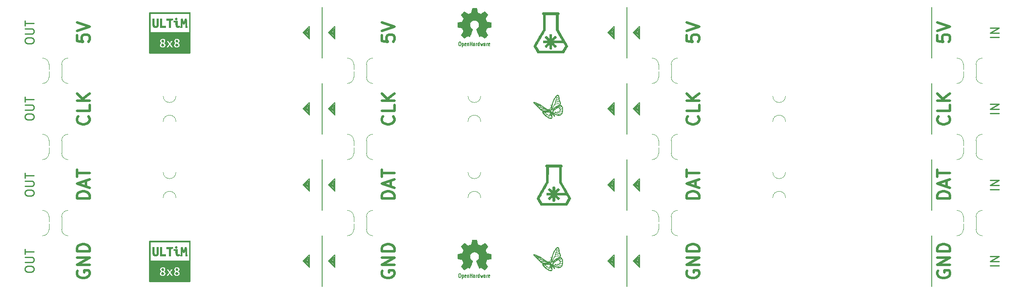
<source format=gto>
%TF.GenerationSoftware,KiCad,Pcbnew,4.0.6-e0-6349~53~ubuntu16.04.1*%
%TF.CreationDate,2017-04-03T22:53:03+05:30*%
%TF.ProjectId,ultim_bus,756C74696D5F6275732E6B696361645F,rev?*%
%TF.FileFunction,Legend,Top*%
%FSLAX46Y46*%
G04 Gerber Fmt 4.6, Leading zero omitted, Abs format (unit mm)*
G04 Created by KiCad (PCBNEW 4.0.6-e0-6349~53~ubuntu16.04.1) date Mon Apr  3 22:53:03 2017*
%MOMM*%
%LPD*%
G01*
G04 APERTURE LIST*
%ADD10C,0.101600*%
%ADD11C,0.200000*%
%ADD12C,0.254000*%
%ADD13C,0.508000*%
%ADD14C,0.010000*%
%ADD15C,0.002540*%
%ADD16C,0.127000*%
%ADD17C,0.900000*%
%ADD18C,6.496000*%
%ADD19R,6.496000X6.496000*%
%ADD20C,6.000000*%
G04 APERTURE END LIST*
D10*
D11*
X85598000Y-76200000D02*
X86106000Y-75692000D01*
X85344000Y-76200000D02*
X86233000Y-75311000D01*
X86233000Y-77089000D02*
X85344000Y-76200000D01*
X86106000Y-75692000D02*
X86106000Y-76708000D01*
X86233000Y-75311000D02*
X86233000Y-77089000D01*
X85979000Y-76073000D02*
X85979000Y-76327000D01*
X85852000Y-76200000D02*
X85979000Y-76073000D01*
X86106000Y-76708000D02*
X85598000Y-76200000D01*
X85979000Y-76327000D02*
X85852000Y-76200000D01*
X86106000Y-46228000D02*
X85598000Y-45720000D01*
X86360000Y-46990000D02*
X85090000Y-45720000D01*
X86233000Y-46609000D02*
X85344000Y-45720000D01*
X85598000Y-45720000D02*
X86106000Y-45212000D01*
X85852000Y-45720000D02*
X85979000Y-45593000D01*
X85979000Y-45847000D02*
X85852000Y-45720000D01*
X85979000Y-45593000D02*
X85979000Y-45847000D01*
X86233000Y-31369000D02*
X85344000Y-30480000D01*
X86106000Y-30988000D02*
X85598000Y-30480000D01*
X85979000Y-30607000D02*
X85852000Y-30480000D01*
X86360000Y-31750000D02*
X85090000Y-30480000D01*
X86106000Y-29972000D02*
X86106000Y-30988000D01*
X86360000Y-29210000D02*
X86360000Y-31750000D01*
X85979000Y-30353000D02*
X85979000Y-30607000D01*
X86233000Y-29591000D02*
X86233000Y-31369000D01*
X85090000Y-30480000D02*
X86360000Y-29210000D01*
X85852000Y-30480000D02*
X85979000Y-30353000D01*
X85598000Y-30480000D02*
X86106000Y-29972000D01*
X85344000Y-30480000D02*
X86233000Y-29591000D01*
X86360000Y-44450000D02*
X86360000Y-46990000D01*
X86233000Y-44831000D02*
X86233000Y-46609000D01*
X85090000Y-45720000D02*
X86360000Y-44450000D01*
X85344000Y-45720000D02*
X86233000Y-44831000D01*
X86106000Y-45212000D02*
X86106000Y-46228000D01*
X85090000Y-60960000D02*
X86360000Y-59690000D01*
X86360000Y-62230000D02*
X85090000Y-60960000D01*
X86360000Y-59690000D02*
X86360000Y-62230000D01*
X85090000Y-76200000D02*
X86360000Y-74930000D01*
X86360000Y-77470000D02*
X85090000Y-76200000D01*
X86360000Y-74930000D02*
X86360000Y-77470000D01*
X86106000Y-60452000D02*
X86106000Y-61468000D01*
X86233000Y-60071000D02*
X86233000Y-61849000D01*
X86233000Y-61849000D02*
X85344000Y-60960000D01*
X86106000Y-61468000D02*
X85598000Y-60960000D01*
X85979000Y-61087000D02*
X85852000Y-60960000D01*
X85344000Y-60960000D02*
X86233000Y-60071000D01*
X85598000Y-60960000D02*
X86106000Y-60452000D01*
X85979000Y-60833000D02*
X85979000Y-61087000D01*
X85852000Y-60960000D02*
X85979000Y-60833000D01*
X90678000Y-76200000D02*
X91186000Y-75692000D01*
X90424000Y-76200000D02*
X91313000Y-75311000D01*
X91313000Y-77089000D02*
X90424000Y-76200000D01*
X91186000Y-75692000D02*
X91186000Y-76708000D01*
X91313000Y-75311000D02*
X91313000Y-77089000D01*
X91059000Y-76327000D02*
X90932000Y-76200000D01*
X90932000Y-76200000D02*
X91059000Y-76073000D01*
X91059000Y-76073000D02*
X91059000Y-76327000D01*
X91186000Y-76708000D02*
X90678000Y-76200000D01*
X90932000Y-45720000D02*
X91059000Y-45593000D01*
X91059000Y-45593000D02*
X91059000Y-45847000D01*
X90678000Y-45720000D02*
X91186000Y-45212000D01*
X91313000Y-46609000D02*
X90424000Y-45720000D01*
X91186000Y-46228000D02*
X90678000Y-45720000D01*
X91440000Y-46990000D02*
X90170000Y-45720000D01*
X91059000Y-45847000D02*
X90932000Y-45720000D01*
X91440000Y-31750000D02*
X90170000Y-30480000D01*
X91059000Y-30607000D02*
X90932000Y-30480000D01*
X91313000Y-31369000D02*
X90424000Y-30480000D01*
X91186000Y-30988000D02*
X90678000Y-30480000D01*
X91313000Y-29591000D02*
X91313000Y-31369000D01*
X91186000Y-29972000D02*
X91186000Y-30988000D01*
X91059000Y-30353000D02*
X91059000Y-30607000D01*
X91440000Y-29210000D02*
X91440000Y-31750000D01*
X90424000Y-30480000D02*
X91313000Y-29591000D01*
X90678000Y-30480000D02*
X91186000Y-29972000D01*
X90170000Y-30480000D02*
X91440000Y-29210000D01*
X90932000Y-30480000D02*
X91059000Y-30353000D01*
X90170000Y-45720000D02*
X91440000Y-44450000D01*
X91440000Y-44450000D02*
X91440000Y-46990000D01*
X91186000Y-45212000D02*
X91186000Y-46228000D01*
X91313000Y-44831000D02*
X91313000Y-46609000D01*
X90424000Y-45720000D02*
X91313000Y-44831000D01*
X91440000Y-59690000D02*
X91440000Y-62230000D01*
X90170000Y-60960000D02*
X91440000Y-59690000D01*
X91440000Y-62230000D02*
X90170000Y-60960000D01*
X91440000Y-74930000D02*
X91440000Y-77470000D01*
X90170000Y-76200000D02*
X91440000Y-74930000D01*
X91440000Y-77470000D02*
X90170000Y-76200000D01*
X90424000Y-60960000D02*
X91313000Y-60071000D01*
X90932000Y-60960000D02*
X91059000Y-60833000D01*
X90678000Y-60960000D02*
X91186000Y-60452000D01*
X91059000Y-60833000D02*
X91059000Y-61087000D01*
X91059000Y-61087000D02*
X90932000Y-60960000D01*
X91313000Y-60071000D02*
X91313000Y-61849000D01*
X91186000Y-60452000D02*
X91186000Y-61468000D01*
X91186000Y-61468000D02*
X90678000Y-60960000D01*
X91313000Y-61849000D02*
X90424000Y-60960000D01*
X146558000Y-30480000D02*
X147066000Y-29972000D01*
X146304000Y-30480000D02*
X147193000Y-29591000D01*
X146939000Y-30607000D02*
X146812000Y-30480000D01*
X146812000Y-30480000D02*
X146939000Y-30353000D01*
X146939000Y-30353000D02*
X146939000Y-30607000D01*
X146558000Y-45720000D02*
X147066000Y-45212000D01*
X146939000Y-45847000D02*
X146812000Y-45720000D01*
X146939000Y-45593000D02*
X146939000Y-45847000D01*
X147066000Y-45212000D02*
X147066000Y-46228000D01*
X147320000Y-46990000D02*
X146050000Y-45720000D01*
X147066000Y-29972000D02*
X147066000Y-30988000D01*
X147193000Y-29591000D02*
X147193000Y-31369000D01*
X147066000Y-30988000D02*
X146558000Y-30480000D01*
X147193000Y-31369000D02*
X146304000Y-30480000D01*
X146050000Y-30480000D02*
X147320000Y-29210000D01*
X147320000Y-29210000D02*
X147320000Y-31750000D01*
X147320000Y-31750000D02*
X146050000Y-30480000D01*
X146050000Y-45720000D02*
X147320000Y-44450000D01*
X147066000Y-46228000D02*
X146558000Y-45720000D01*
X147193000Y-46609000D02*
X146304000Y-45720000D01*
X147193000Y-44831000D02*
X147193000Y-46609000D01*
X146304000Y-45720000D02*
X147193000Y-44831000D01*
X147320000Y-44450000D02*
X147320000Y-46990000D01*
X146812000Y-45720000D02*
X146939000Y-45593000D01*
X147320000Y-77470000D02*
X146050000Y-76200000D01*
X147320000Y-74930000D02*
X147320000Y-77470000D01*
X146050000Y-76200000D02*
X147320000Y-74930000D01*
X147320000Y-62230000D02*
X146050000Y-60960000D01*
X147320000Y-59690000D02*
X147320000Y-62230000D01*
X146050000Y-60960000D02*
X147320000Y-59690000D01*
X146939000Y-76073000D02*
X146939000Y-76327000D01*
X146939000Y-76327000D02*
X146812000Y-76200000D01*
X147066000Y-76708000D02*
X146558000Y-76200000D01*
X147193000Y-77089000D02*
X146304000Y-76200000D01*
X147066000Y-60452000D02*
X147066000Y-61468000D01*
X146812000Y-60960000D02*
X146939000Y-60833000D01*
X146939000Y-60833000D02*
X146939000Y-61087000D01*
X146558000Y-60960000D02*
X147066000Y-60452000D01*
X146304000Y-60960000D02*
X147193000Y-60071000D01*
X147193000Y-60071000D02*
X147193000Y-61849000D01*
X147193000Y-61849000D02*
X146304000Y-60960000D01*
X147066000Y-61468000D02*
X146558000Y-60960000D01*
X146939000Y-61087000D02*
X146812000Y-60960000D01*
X147066000Y-75692000D02*
X147066000Y-76708000D01*
X147193000Y-75311000D02*
X147193000Y-77089000D01*
X146558000Y-76200000D02*
X147066000Y-75692000D01*
X146304000Y-76200000D02*
X147193000Y-75311000D01*
X146812000Y-76200000D02*
X146939000Y-76073000D01*
X152019000Y-76327000D02*
X151892000Y-76200000D01*
X152019000Y-76073000D02*
X152019000Y-76327000D01*
X152146000Y-75692000D02*
X152146000Y-76708000D01*
X151638000Y-76200000D02*
X152146000Y-75692000D01*
X152146000Y-76708000D02*
X151638000Y-76200000D01*
X151892000Y-76200000D02*
X152019000Y-76073000D01*
X152273000Y-75311000D02*
X152273000Y-77089000D01*
X152273000Y-77089000D02*
X151384000Y-76200000D01*
X151384000Y-76200000D02*
X152273000Y-75311000D01*
X151130000Y-76200000D02*
X152400000Y-74930000D01*
X152400000Y-77470000D02*
X151130000Y-76200000D01*
X152400000Y-74930000D02*
X152400000Y-77470000D01*
X151892000Y-60960000D02*
X152019000Y-60833000D01*
X152019000Y-60833000D02*
X152019000Y-61087000D01*
X152019000Y-61087000D02*
X151892000Y-60960000D01*
X152146000Y-61468000D02*
X151638000Y-60960000D01*
X151130000Y-60960000D02*
X152400000Y-59690000D01*
X151384000Y-60960000D02*
X152273000Y-60071000D01*
X151638000Y-60960000D02*
X152146000Y-60452000D01*
X152400000Y-59690000D02*
X152400000Y-62230000D01*
X152273000Y-60071000D02*
X152273000Y-61849000D01*
X152146000Y-60452000D02*
X152146000Y-61468000D01*
X152273000Y-61849000D02*
X151384000Y-60960000D01*
X152400000Y-62230000D02*
X151130000Y-60960000D01*
X151892000Y-45720000D02*
X152019000Y-45593000D01*
X152146000Y-46228000D02*
X151638000Y-45720000D01*
X152146000Y-45212000D02*
X152146000Y-46228000D01*
X151638000Y-45720000D02*
X152146000Y-45212000D01*
X152019000Y-45847000D02*
X151892000Y-45720000D01*
X152019000Y-45593000D02*
X152019000Y-45847000D01*
X152273000Y-44831000D02*
X152273000Y-46609000D01*
X151384000Y-45720000D02*
X152273000Y-44831000D01*
X152273000Y-46609000D02*
X151384000Y-45720000D01*
X152400000Y-46990000D02*
X151130000Y-45720000D01*
X151130000Y-45720000D02*
X152400000Y-44450000D01*
X152400000Y-44450000D02*
X152400000Y-46990000D01*
X152019000Y-30607000D02*
X151892000Y-30480000D01*
X152019000Y-30353000D02*
X152019000Y-30607000D01*
X151892000Y-30480000D02*
X152019000Y-30353000D01*
X152146000Y-30988000D02*
X151638000Y-30480000D01*
X152146000Y-29972000D02*
X152146000Y-30988000D01*
X151638000Y-30480000D02*
X152146000Y-29972000D01*
X152273000Y-31369000D02*
X151384000Y-30480000D01*
X152273000Y-29591000D02*
X152273000Y-31369000D01*
X151384000Y-30480000D02*
X152273000Y-29591000D01*
X152400000Y-31750000D02*
X151130000Y-30480000D01*
X152400000Y-29210000D02*
X152400000Y-31750000D01*
X151130000Y-30480000D02*
X152400000Y-29210000D01*
D12*
X29506333Y-32258000D02*
X29506333Y-31919333D01*
X29591000Y-31750000D01*
X29760333Y-31580667D01*
X30099000Y-31496000D01*
X30691667Y-31496000D01*
X31030333Y-31580667D01*
X31199667Y-31750000D01*
X31284333Y-31919333D01*
X31284333Y-32258000D01*
X31199667Y-32427333D01*
X31030333Y-32596667D01*
X30691667Y-32681333D01*
X30099000Y-32681333D01*
X29760333Y-32596667D01*
X29591000Y-32427333D01*
X29506333Y-32258000D01*
X29506333Y-30734000D02*
X30945667Y-30734000D01*
X31115000Y-30649333D01*
X31199667Y-30564666D01*
X31284333Y-30395333D01*
X31284333Y-30056666D01*
X31199667Y-29887333D01*
X31115000Y-29802666D01*
X30945667Y-29718000D01*
X29506333Y-29718000D01*
X29506333Y-29125333D02*
X29506333Y-28109333D01*
X31284333Y-28617333D02*
X29506333Y-28617333D01*
X29506333Y-47498000D02*
X29506333Y-47159333D01*
X29591000Y-46990000D01*
X29760333Y-46820667D01*
X30099000Y-46736000D01*
X30691667Y-46736000D01*
X31030333Y-46820667D01*
X31199667Y-46990000D01*
X31284333Y-47159333D01*
X31284333Y-47498000D01*
X31199667Y-47667333D01*
X31030333Y-47836667D01*
X30691667Y-47921333D01*
X30099000Y-47921333D01*
X29760333Y-47836667D01*
X29591000Y-47667333D01*
X29506333Y-47498000D01*
X29506333Y-45974000D02*
X30945667Y-45974000D01*
X31115000Y-45889333D01*
X31199667Y-45804666D01*
X31284333Y-45635333D01*
X31284333Y-45296666D01*
X31199667Y-45127333D01*
X31115000Y-45042666D01*
X30945667Y-44958000D01*
X29506333Y-44958000D01*
X29506333Y-44365333D02*
X29506333Y-43349333D01*
X31284333Y-43857333D02*
X29506333Y-43857333D01*
X29506333Y-62738000D02*
X29506333Y-62399333D01*
X29591000Y-62230000D01*
X29760333Y-62060667D01*
X30099000Y-61976000D01*
X30691667Y-61976000D01*
X31030333Y-62060667D01*
X31199667Y-62230000D01*
X31284333Y-62399333D01*
X31284333Y-62738000D01*
X31199667Y-62907333D01*
X31030333Y-63076667D01*
X30691667Y-63161333D01*
X30099000Y-63161333D01*
X29760333Y-63076667D01*
X29591000Y-62907333D01*
X29506333Y-62738000D01*
X29506333Y-61214000D02*
X30945667Y-61214000D01*
X31115000Y-61129333D01*
X31199667Y-61044666D01*
X31284333Y-60875333D01*
X31284333Y-60536666D01*
X31199667Y-60367333D01*
X31115000Y-60282666D01*
X30945667Y-60198000D01*
X29506333Y-60198000D01*
X29506333Y-59605333D02*
X29506333Y-58589333D01*
X31284333Y-59097333D02*
X29506333Y-59097333D01*
X29506333Y-77978000D02*
X29506333Y-77639333D01*
X29591000Y-77470000D01*
X29760333Y-77300667D01*
X30099000Y-77216000D01*
X30691667Y-77216000D01*
X31030333Y-77300667D01*
X31199667Y-77470000D01*
X31284333Y-77639333D01*
X31284333Y-77978000D01*
X31199667Y-78147333D01*
X31030333Y-78316667D01*
X30691667Y-78401333D01*
X30099000Y-78401333D01*
X29760333Y-78316667D01*
X29591000Y-78147333D01*
X29506333Y-77978000D01*
X29506333Y-76454000D02*
X30945667Y-76454000D01*
X31115000Y-76369333D01*
X31199667Y-76284666D01*
X31284333Y-76115333D01*
X31284333Y-75776666D01*
X31199667Y-75607333D01*
X31115000Y-75522666D01*
X30945667Y-75438000D01*
X29506333Y-75438000D01*
X29506333Y-74845333D02*
X29506333Y-73829333D01*
X31284333Y-74337333D02*
X29506333Y-74337333D01*
X224324333Y-77131334D02*
X222546333Y-77131334D01*
X224324333Y-76284667D02*
X222546333Y-76284667D01*
X224324333Y-75268667D01*
X222546333Y-75268667D01*
X224324333Y-61891334D02*
X222546333Y-61891334D01*
X224324333Y-61044667D02*
X222546333Y-61044667D01*
X224324333Y-60028667D01*
X222546333Y-60028667D01*
X224324333Y-46651334D02*
X222546333Y-46651334D01*
X224324333Y-45804667D02*
X222546333Y-45804667D01*
X224324333Y-44788667D01*
X222546333Y-44788667D01*
X224324333Y-31411334D02*
X222546333Y-31411334D01*
X224324333Y-30564667D02*
X222546333Y-30564667D01*
X224324333Y-29548667D01*
X222546333Y-29548667D01*
D13*
X100965000Y-78135238D02*
X100844048Y-78377143D01*
X100844048Y-78740000D01*
X100965000Y-79102857D01*
X101206905Y-79344762D01*
X101448810Y-79465714D01*
X101932619Y-79586666D01*
X102295476Y-79586666D01*
X102779286Y-79465714D01*
X103021190Y-79344762D01*
X103263095Y-79102857D01*
X103384048Y-78740000D01*
X103384048Y-78498095D01*
X103263095Y-78135238D01*
X103142143Y-78014286D01*
X102295476Y-78014286D01*
X102295476Y-78498095D01*
X103384048Y-76925714D02*
X100844048Y-76925714D01*
X103384048Y-75474286D01*
X100844048Y-75474286D01*
X103384048Y-74264762D02*
X100844048Y-74264762D01*
X100844048Y-73660000D01*
X100965000Y-73297143D01*
X101206905Y-73055238D01*
X101448810Y-72934286D01*
X101932619Y-72813334D01*
X102295476Y-72813334D01*
X102779286Y-72934286D01*
X103021190Y-73055238D01*
X103263095Y-73297143D01*
X103384048Y-73660000D01*
X103384048Y-74264762D01*
X103384048Y-63681428D02*
X100844048Y-63681428D01*
X100844048Y-63076666D01*
X100965000Y-62713809D01*
X101206905Y-62471904D01*
X101448810Y-62350952D01*
X101932619Y-62230000D01*
X102295476Y-62230000D01*
X102779286Y-62350952D01*
X103021190Y-62471904D01*
X103263095Y-62713809D01*
X103384048Y-63076666D01*
X103384048Y-63681428D01*
X102658333Y-61262380D02*
X102658333Y-60052857D01*
X103384048Y-61504285D02*
X100844048Y-60657619D01*
X103384048Y-59810952D01*
X100844048Y-59327142D02*
X100844048Y-57875714D01*
X103384048Y-58601428D02*
X100844048Y-58601428D01*
X103142143Y-47231905D02*
X103263095Y-47352857D01*
X103384048Y-47715714D01*
X103384048Y-47957619D01*
X103263095Y-48320476D01*
X103021190Y-48562381D01*
X102779286Y-48683333D01*
X102295476Y-48804285D01*
X101932619Y-48804285D01*
X101448810Y-48683333D01*
X101206905Y-48562381D01*
X100965000Y-48320476D01*
X100844048Y-47957619D01*
X100844048Y-47715714D01*
X100965000Y-47352857D01*
X101085952Y-47231905D01*
X103384048Y-44933809D02*
X103384048Y-46143333D01*
X100844048Y-46143333D01*
X103384048Y-44087143D02*
X100844048Y-44087143D01*
X103384048Y-42635715D02*
X101932619Y-43724286D01*
X100844048Y-42635715D02*
X102295476Y-44087143D01*
X100844048Y-30963809D02*
X100844048Y-32173333D01*
X102053571Y-32294285D01*
X101932619Y-32173333D01*
X101811667Y-31931428D01*
X101811667Y-31326666D01*
X101932619Y-31084762D01*
X102053571Y-30963809D01*
X102295476Y-30842857D01*
X102900238Y-30842857D01*
X103142143Y-30963809D01*
X103263095Y-31084762D01*
X103384048Y-31326666D01*
X103384048Y-31931428D01*
X103263095Y-32173333D01*
X103142143Y-32294285D01*
X100844048Y-30117142D02*
X103384048Y-29270476D01*
X100844048Y-28423809D01*
X161925000Y-78135238D02*
X161804048Y-78377143D01*
X161804048Y-78740000D01*
X161925000Y-79102857D01*
X162166905Y-79344762D01*
X162408810Y-79465714D01*
X162892619Y-79586666D01*
X163255476Y-79586666D01*
X163739286Y-79465714D01*
X163981190Y-79344762D01*
X164223095Y-79102857D01*
X164344048Y-78740000D01*
X164344048Y-78498095D01*
X164223095Y-78135238D01*
X164102143Y-78014286D01*
X163255476Y-78014286D01*
X163255476Y-78498095D01*
X164344048Y-76925714D02*
X161804048Y-76925714D01*
X164344048Y-75474286D01*
X161804048Y-75474286D01*
X164344048Y-74264762D02*
X161804048Y-74264762D01*
X161804048Y-73660000D01*
X161925000Y-73297143D01*
X162166905Y-73055238D01*
X162408810Y-72934286D01*
X162892619Y-72813334D01*
X163255476Y-72813334D01*
X163739286Y-72934286D01*
X163981190Y-73055238D01*
X164223095Y-73297143D01*
X164344048Y-73660000D01*
X164344048Y-74264762D01*
X164344048Y-63681428D02*
X161804048Y-63681428D01*
X161804048Y-63076666D01*
X161925000Y-62713809D01*
X162166905Y-62471904D01*
X162408810Y-62350952D01*
X162892619Y-62230000D01*
X163255476Y-62230000D01*
X163739286Y-62350952D01*
X163981190Y-62471904D01*
X164223095Y-62713809D01*
X164344048Y-63076666D01*
X164344048Y-63681428D01*
X163618333Y-61262380D02*
X163618333Y-60052857D01*
X164344048Y-61504285D02*
X161804048Y-60657619D01*
X164344048Y-59810952D01*
X161804048Y-59327142D02*
X161804048Y-57875714D01*
X164344048Y-58601428D02*
X161804048Y-58601428D01*
X164102143Y-47231905D02*
X164223095Y-47352857D01*
X164344048Y-47715714D01*
X164344048Y-47957619D01*
X164223095Y-48320476D01*
X163981190Y-48562381D01*
X163739286Y-48683333D01*
X163255476Y-48804285D01*
X162892619Y-48804285D01*
X162408810Y-48683333D01*
X162166905Y-48562381D01*
X161925000Y-48320476D01*
X161804048Y-47957619D01*
X161804048Y-47715714D01*
X161925000Y-47352857D01*
X162045952Y-47231905D01*
X164344048Y-44933809D02*
X164344048Y-46143333D01*
X161804048Y-46143333D01*
X164344048Y-44087143D02*
X161804048Y-44087143D01*
X164344048Y-42635715D02*
X162892619Y-43724286D01*
X161804048Y-42635715D02*
X163255476Y-44087143D01*
X161804048Y-30963809D02*
X161804048Y-32173333D01*
X163013571Y-32294285D01*
X162892619Y-32173333D01*
X162771667Y-31931428D01*
X162771667Y-31326666D01*
X162892619Y-31084762D01*
X163013571Y-30963809D01*
X163255476Y-30842857D01*
X163860238Y-30842857D01*
X164102143Y-30963809D01*
X164223095Y-31084762D01*
X164344048Y-31326666D01*
X164344048Y-31931428D01*
X164223095Y-32173333D01*
X164102143Y-32294285D01*
X161804048Y-30117142D02*
X164344048Y-29270476D01*
X161804048Y-28423809D01*
X214509048Y-63681428D02*
X211969048Y-63681428D01*
X211969048Y-63076666D01*
X212090000Y-62713809D01*
X212331905Y-62471904D01*
X212573810Y-62350952D01*
X213057619Y-62230000D01*
X213420476Y-62230000D01*
X213904286Y-62350952D01*
X214146190Y-62471904D01*
X214388095Y-62713809D01*
X214509048Y-63076666D01*
X214509048Y-63681428D01*
X213783333Y-61262380D02*
X213783333Y-60052857D01*
X214509048Y-61504285D02*
X211969048Y-60657619D01*
X214509048Y-59810952D01*
X211969048Y-59327142D02*
X211969048Y-57875714D01*
X214509048Y-58601428D02*
X211969048Y-58601428D01*
X214267143Y-47231905D02*
X214388095Y-47352857D01*
X214509048Y-47715714D01*
X214509048Y-47957619D01*
X214388095Y-48320476D01*
X214146190Y-48562381D01*
X213904286Y-48683333D01*
X213420476Y-48804285D01*
X213057619Y-48804285D01*
X212573810Y-48683333D01*
X212331905Y-48562381D01*
X212090000Y-48320476D01*
X211969048Y-47957619D01*
X211969048Y-47715714D01*
X212090000Y-47352857D01*
X212210952Y-47231905D01*
X214509048Y-44933809D02*
X214509048Y-46143333D01*
X211969048Y-46143333D01*
X214509048Y-44087143D02*
X211969048Y-44087143D01*
X214509048Y-42635715D02*
X213057619Y-43724286D01*
X211969048Y-42635715D02*
X213420476Y-44087143D01*
X42424048Y-63681428D02*
X39884048Y-63681428D01*
X39884048Y-63076666D01*
X40005000Y-62713809D01*
X40246905Y-62471904D01*
X40488810Y-62350952D01*
X40972619Y-62230000D01*
X41335476Y-62230000D01*
X41819286Y-62350952D01*
X42061190Y-62471904D01*
X42303095Y-62713809D01*
X42424048Y-63076666D01*
X42424048Y-63681428D01*
X41698333Y-61262380D02*
X41698333Y-60052857D01*
X42424048Y-61504285D02*
X39884048Y-60657619D01*
X42424048Y-59810952D01*
X39884048Y-59327142D02*
X39884048Y-57875714D01*
X42424048Y-58601428D02*
X39884048Y-58601428D01*
X42182143Y-47231905D02*
X42303095Y-47352857D01*
X42424048Y-47715714D01*
X42424048Y-47957619D01*
X42303095Y-48320476D01*
X42061190Y-48562381D01*
X41819286Y-48683333D01*
X41335476Y-48804285D01*
X40972619Y-48804285D01*
X40488810Y-48683333D01*
X40246905Y-48562381D01*
X40005000Y-48320476D01*
X39884048Y-47957619D01*
X39884048Y-47715714D01*
X40005000Y-47352857D01*
X40125952Y-47231905D01*
X42424048Y-44933809D02*
X42424048Y-46143333D01*
X39884048Y-46143333D01*
X42424048Y-44087143D02*
X39884048Y-44087143D01*
X42424048Y-42635715D02*
X40972619Y-43724286D01*
X39884048Y-42635715D02*
X41335476Y-44087143D01*
D11*
X210820000Y-55880000D02*
X210820000Y-66040000D01*
X210820000Y-25400000D02*
X210820000Y-35560000D01*
X210820000Y-40640000D02*
X210820000Y-50800000D01*
X210820000Y-71120000D02*
X210820000Y-81280000D01*
X149860000Y-55880000D02*
X149860000Y-66040000D01*
X149860000Y-25400000D02*
X149860000Y-35560000D01*
X149860000Y-40640000D02*
X149860000Y-50800000D01*
X149860000Y-71120000D02*
X149860000Y-81280000D01*
X88900000Y-25400000D02*
X88900000Y-35560000D01*
X88900000Y-55880000D02*
X88900000Y-66040000D01*
X88900000Y-40640000D02*
X88900000Y-50800000D01*
X88900000Y-71120000D02*
X88900000Y-81280000D01*
D13*
X211969048Y-30963809D02*
X211969048Y-32173333D01*
X213178571Y-32294285D01*
X213057619Y-32173333D01*
X212936667Y-31931428D01*
X212936667Y-31326666D01*
X213057619Y-31084762D01*
X213178571Y-30963809D01*
X213420476Y-30842857D01*
X214025238Y-30842857D01*
X214267143Y-30963809D01*
X214388095Y-31084762D01*
X214509048Y-31326666D01*
X214509048Y-31931428D01*
X214388095Y-32173333D01*
X214267143Y-32294285D01*
X211969048Y-30117142D02*
X214509048Y-29270476D01*
X211969048Y-28423809D01*
X39884048Y-30963809D02*
X39884048Y-32173333D01*
X41093571Y-32294285D01*
X40972619Y-32173333D01*
X40851667Y-31931428D01*
X40851667Y-31326666D01*
X40972619Y-31084762D01*
X41093571Y-30963809D01*
X41335476Y-30842857D01*
X41940238Y-30842857D01*
X42182143Y-30963809D01*
X42303095Y-31084762D01*
X42424048Y-31326666D01*
X42424048Y-31931428D01*
X42303095Y-32173333D01*
X42182143Y-32294285D01*
X39884048Y-30117142D02*
X42424048Y-29270476D01*
X39884048Y-28423809D01*
X212090000Y-78135238D02*
X211969048Y-78377143D01*
X211969048Y-78740000D01*
X212090000Y-79102857D01*
X212331905Y-79344762D01*
X212573810Y-79465714D01*
X213057619Y-79586666D01*
X213420476Y-79586666D01*
X213904286Y-79465714D01*
X214146190Y-79344762D01*
X214388095Y-79102857D01*
X214509048Y-78740000D01*
X214509048Y-78498095D01*
X214388095Y-78135238D01*
X214267143Y-78014286D01*
X213420476Y-78014286D01*
X213420476Y-78498095D01*
X214509048Y-76925714D02*
X211969048Y-76925714D01*
X214509048Y-75474286D01*
X211969048Y-75474286D01*
X214509048Y-74264762D02*
X211969048Y-74264762D01*
X211969048Y-73660000D01*
X212090000Y-73297143D01*
X212331905Y-73055238D01*
X212573810Y-72934286D01*
X213057619Y-72813334D01*
X213420476Y-72813334D01*
X213904286Y-72934286D01*
X214146190Y-73055238D01*
X214388095Y-73297143D01*
X214509048Y-73660000D01*
X214509048Y-74264762D01*
X40005000Y-78135238D02*
X39884048Y-78377143D01*
X39884048Y-78740000D01*
X40005000Y-79102857D01*
X40246905Y-79344762D01*
X40488810Y-79465714D01*
X40972619Y-79586666D01*
X41335476Y-79586666D01*
X41819286Y-79465714D01*
X42061190Y-79344762D01*
X42303095Y-79102857D01*
X42424048Y-78740000D01*
X42424048Y-78498095D01*
X42303095Y-78135238D01*
X42182143Y-78014286D01*
X41335476Y-78014286D01*
X41335476Y-78498095D01*
X42424048Y-76925714D02*
X39884048Y-76925714D01*
X42424048Y-75474286D01*
X39884048Y-75474286D01*
X42424048Y-74264762D02*
X39884048Y-74264762D01*
X39884048Y-73660000D01*
X40005000Y-73297143D01*
X40246905Y-73055238D01*
X40488810Y-72934286D01*
X40972619Y-72813334D01*
X41335476Y-72813334D01*
X41819286Y-72934286D01*
X42061190Y-73055238D01*
X42303095Y-73297143D01*
X42424048Y-73660000D01*
X42424048Y-74264762D01*
D10*
X118110000Y-58420000D02*
G75*
G03X120650000Y-58420000I1270000J0D01*
G01*
X118110000Y-63500000D02*
G75*
G02X120650000Y-63500000I1270000J0D01*
G01*
D14*
G36*
X133139962Y-76676685D02*
X133242538Y-76690389D01*
X133300308Y-76696512D01*
X133389965Y-76702992D01*
X133504328Y-76709451D01*
X133636213Y-76715515D01*
X133778438Y-76720808D01*
X133883651Y-76723942D01*
X134387995Y-76737308D01*
X134499113Y-76848117D01*
X134566249Y-76914279D01*
X134647382Y-76993091D01*
X134727999Y-77070481D01*
X134751001Y-77092348D01*
X134891772Y-77225769D01*
X134905182Y-77544136D01*
X134909985Y-77662552D01*
X134912402Y-77749902D01*
X134911709Y-77814160D01*
X134907180Y-77863303D01*
X134898089Y-77905305D01*
X134883713Y-77948140D01*
X134863882Y-77998405D01*
X134840112Y-78057051D01*
X134819339Y-78097043D01*
X134794210Y-78121028D01*
X134757374Y-78131650D01*
X134701479Y-78131555D01*
X134619172Y-78123389D01*
X134541846Y-78114280D01*
X134457988Y-78102378D01*
X134374680Y-78087271D01*
X134326923Y-78076455D01*
X134253259Y-78057272D01*
X134180303Y-78038319D01*
X134165102Y-78034378D01*
X134105340Y-78007217D01*
X134029047Y-77954533D01*
X133960350Y-77896647D01*
X133955066Y-77892158D01*
X134158243Y-77892158D01*
X134159011Y-77894755D01*
X134186624Y-77907385D01*
X134243215Y-77924064D01*
X134319165Y-77942728D01*
X134404855Y-77961316D01*
X134490666Y-77977764D01*
X134566980Y-77990009D01*
X134624178Y-77995989D01*
X134632283Y-77996250D01*
X134692181Y-77995229D01*
X134725834Y-77985988D01*
X134746023Y-77962242D01*
X134758818Y-77934039D01*
X134783460Y-77854062D01*
X134783456Y-77782445D01*
X134756621Y-77709445D01*
X134700773Y-77625317D01*
X134685175Y-77605351D01*
X134630580Y-77540067D01*
X134589601Y-77500885D01*
X134554178Y-77481391D01*
X134522025Y-77475483D01*
X134459570Y-77478455D01*
X134415638Y-77494046D01*
X134397741Y-77518167D01*
X134405497Y-77538891D01*
X134419012Y-77573700D01*
X134397797Y-77597766D01*
X134345664Y-77606769D01*
X134345554Y-77606769D01*
X134314895Y-77610276D01*
X134290009Y-77625595D01*
X134264304Y-77659926D01*
X134231183Y-77720470D01*
X134218453Y-77745541D01*
X134187031Y-77811569D01*
X134165767Y-77863440D01*
X134158243Y-77892158D01*
X133955066Y-77892158D01*
X133879462Y-77827937D01*
X133783395Y-77753049D01*
X133690375Y-77686077D01*
X133672786Y-77674240D01*
X133568971Y-77598363D01*
X133458105Y-77502846D01*
X133383708Y-77430267D01*
X133579824Y-77430267D01*
X133593580Y-77449715D01*
X133596850Y-77453356D01*
X133626058Y-77479443D01*
X133679241Y-77521466D01*
X133748238Y-77573130D01*
X133808657Y-77616693D01*
X133887706Y-77674431D01*
X133960466Y-77730613D01*
X134017415Y-77777723D01*
X134043461Y-77801993D01*
X134083507Y-77838818D01*
X134115014Y-77859282D01*
X134121231Y-77860769D01*
X134139807Y-77844480D01*
X134168614Y-77801590D01*
X134201697Y-77741063D01*
X134204532Y-77735360D01*
X134236146Y-77668217D01*
X134250663Y-77626539D01*
X134250031Y-77601668D01*
X134238033Y-77586429D01*
X134213756Y-77553346D01*
X134213129Y-77550712D01*
X134270634Y-77550712D01*
X134285438Y-77566550D01*
X134288394Y-77568444D01*
X134327835Y-77585830D01*
X134351993Y-77574031D01*
X134355396Y-77569042D01*
X134354546Y-77545783D01*
X134328421Y-77533314D01*
X134292343Y-77537704D01*
X134270634Y-77550712D01*
X134213129Y-77550712D01*
X134209692Y-77536274D01*
X134192786Y-77512403D01*
X134148944Y-77481742D01*
X134088479Y-77449308D01*
X134021703Y-77420121D01*
X133958931Y-77399198D01*
X133912288Y-77391547D01*
X133859536Y-77386492D01*
X133822191Y-77374743D01*
X133822026Y-77374639D01*
X133788162Y-77369867D01*
X133728427Y-77376728D01*
X133679678Y-77387287D01*
X133616658Y-77404012D01*
X133585445Y-77416686D01*
X133579824Y-77430267D01*
X133383708Y-77430267D01*
X133336124Y-77383846D01*
X133198965Y-77237518D01*
X133131039Y-77161536D01*
X133049241Y-77056028D01*
X133023423Y-77007858D01*
X133182204Y-77007858D01*
X133184010Y-77021723D01*
X133187376Y-77028173D01*
X133213006Y-77062760D01*
X133258076Y-77113300D01*
X133315932Y-77173363D01*
X133379922Y-77236519D01*
X133443391Y-77296337D01*
X133499686Y-77346388D01*
X133542153Y-77380240D01*
X133563365Y-77391550D01*
X133600868Y-77385909D01*
X133656447Y-77372215D01*
X133673928Y-77367127D01*
X133732007Y-77344473D01*
X133751356Y-77333231D01*
X133838462Y-77333231D01*
X133855182Y-77347918D01*
X133887308Y-77352769D01*
X133924026Y-77346081D01*
X133936154Y-77333231D01*
X133919433Y-77318543D01*
X133887308Y-77313692D01*
X133850589Y-77320381D01*
X133838462Y-77333231D01*
X133751356Y-77333231D01*
X133777301Y-77318158D01*
X133784828Y-77311650D01*
X133798035Y-77293755D01*
X133796675Y-77273833D01*
X133776734Y-77244794D01*
X133734195Y-77199554D01*
X133704564Y-77169996D01*
X133630114Y-77102756D01*
X133573929Y-77066954D01*
X133543841Y-77059692D01*
X133498718Y-77052694D01*
X133475597Y-77040705D01*
X133447922Y-77029730D01*
X133392625Y-77018458D01*
X133321079Y-77009150D01*
X133312701Y-77008342D01*
X133256105Y-77003635D01*
X133508634Y-77003635D01*
X133523438Y-77019473D01*
X133526394Y-77021367D01*
X133567180Y-77038000D01*
X133596951Y-77035003D01*
X133604000Y-77021769D01*
X133588130Y-76994176D01*
X133550984Y-76985868D01*
X133530343Y-76990628D01*
X133508634Y-77003635D01*
X133256105Y-77003635D01*
X133239620Y-77002264D01*
X133198430Y-77001737D01*
X133182204Y-77007858D01*
X133023423Y-77007858D01*
X132990716Y-76946838D01*
X132969892Y-76894321D01*
X132942707Y-76811124D01*
X133084055Y-76811124D01*
X133084492Y-76834291D01*
X133099749Y-76878275D01*
X133108512Y-76897385D01*
X133128691Y-76935679D01*
X133149701Y-76958780D01*
X133181972Y-76971757D01*
X133235932Y-76979677D01*
X133287893Y-76984542D01*
X133385222Y-76989200D01*
X133451319Y-76982372D01*
X133478862Y-76972452D01*
X133542397Y-76957079D01*
X133589816Y-76960636D01*
X133634391Y-76975799D01*
X133651256Y-77003335D01*
X133652846Y-77025594D01*
X133666723Y-77066941D01*
X133702477Y-77121031D01*
X133751294Y-77178326D01*
X133804358Y-77229287D01*
X133852856Y-77264376D01*
X133882973Y-77274616D01*
X133932402Y-77283877D01*
X133971904Y-77306312D01*
X133989114Y-77333896D01*
X133987832Y-77342666D01*
X133998166Y-77365464D01*
X134036347Y-77396097D01*
X134093205Y-77429878D01*
X134159570Y-77462124D01*
X134226271Y-77488150D01*
X134284139Y-77503270D01*
X134306129Y-77505278D01*
X134359818Y-77500005D01*
X134397882Y-77486997D01*
X134400192Y-77485301D01*
X134420900Y-77450112D01*
X134424615Y-77426702D01*
X134424758Y-77426390D01*
X134491322Y-77426390D01*
X134493834Y-77432273D01*
X134522683Y-77449114D01*
X134557868Y-77443942D01*
X134569888Y-77432971D01*
X134565212Y-77413877D01*
X134538755Y-77400305D01*
X134507761Y-77399748D01*
X134500687Y-77402902D01*
X134491322Y-77426390D01*
X134424758Y-77426390D01*
X134441437Y-77390183D01*
X134463692Y-77377969D01*
X134490145Y-77357333D01*
X134500795Y-77328388D01*
X134521378Y-77328388D01*
X134537754Y-77362312D01*
X134566269Y-77375834D01*
X134601558Y-77393231D01*
X134616601Y-77438048D01*
X134616761Y-77439412D01*
X134632725Y-77486511D01*
X134666725Y-77545985D01*
X134694915Y-77584301D01*
X134766538Y-77671855D01*
X134772341Y-77528794D01*
X134773927Y-77455176D01*
X134772666Y-77395439D01*
X134768838Y-77361642D01*
X134768408Y-77360365D01*
X134741798Y-77331396D01*
X134691903Y-77301107D01*
X134633655Y-77276325D01*
X134581988Y-77263879D01*
X134560273Y-77265199D01*
X134528596Y-77290679D01*
X134521378Y-77328388D01*
X134500795Y-77328388D01*
X134502825Y-77322871D01*
X134499703Y-77290130D01*
X134478745Y-77274657D01*
X134477196Y-77274616D01*
X134442027Y-77263801D01*
X134414433Y-77247422D01*
X134389527Y-77222325D01*
X134391337Y-77216000D01*
X134453923Y-77216000D01*
X134481481Y-77232414D01*
X134503922Y-77235539D01*
X134535040Y-77227134D01*
X134541846Y-77216000D01*
X134525091Y-77201437D01*
X134491847Y-77196462D01*
X134458604Y-77202664D01*
X134453923Y-77216000D01*
X134391337Y-77216000D01*
X134396698Y-77197267D01*
X134403322Y-77188807D01*
X134448579Y-77161663D01*
X134507277Y-77160666D01*
X134564905Y-77184659D01*
X134586741Y-77203429D01*
X134629859Y-77241063D01*
X134681565Y-77274895D01*
X134730522Y-77298827D01*
X134765396Y-77306760D01*
X134773221Y-77303753D01*
X134764145Y-77286778D01*
X134730758Y-77248220D01*
X134677590Y-77192864D01*
X134609172Y-77125493D01*
X134561879Y-77080537D01*
X134337717Y-76870141D01*
X133956204Y-76857415D01*
X133816868Y-76851938D01*
X133671198Y-76844783D01*
X133531259Y-76836638D01*
X133409113Y-76828192D01*
X133335312Y-76821968D01*
X133242640Y-76814171D01*
X133164656Y-76809493D01*
X133109269Y-76808276D01*
X133084386Y-76810860D01*
X133084055Y-76811124D01*
X132942707Y-76811124D01*
X132941204Y-76806526D01*
X132930808Y-76742722D01*
X132942095Y-76700372D01*
X132978456Y-76676940D01*
X133043281Y-76669889D01*
X133139962Y-76676685D01*
X133139962Y-76676685D01*
G37*
X133139962Y-76676685D02*
X133242538Y-76690389D01*
X133300308Y-76696512D01*
X133389965Y-76702992D01*
X133504328Y-76709451D01*
X133636213Y-76715515D01*
X133778438Y-76720808D01*
X133883651Y-76723942D01*
X134387995Y-76737308D01*
X134499113Y-76848117D01*
X134566249Y-76914279D01*
X134647382Y-76993091D01*
X134727999Y-77070481D01*
X134751001Y-77092348D01*
X134891772Y-77225769D01*
X134905182Y-77544136D01*
X134909985Y-77662552D01*
X134912402Y-77749902D01*
X134911709Y-77814160D01*
X134907180Y-77863303D01*
X134898089Y-77905305D01*
X134883713Y-77948140D01*
X134863882Y-77998405D01*
X134840112Y-78057051D01*
X134819339Y-78097043D01*
X134794210Y-78121028D01*
X134757374Y-78131650D01*
X134701479Y-78131555D01*
X134619172Y-78123389D01*
X134541846Y-78114280D01*
X134457988Y-78102378D01*
X134374680Y-78087271D01*
X134326923Y-78076455D01*
X134253259Y-78057272D01*
X134180303Y-78038319D01*
X134165102Y-78034378D01*
X134105340Y-78007217D01*
X134029047Y-77954533D01*
X133960350Y-77896647D01*
X133955066Y-77892158D01*
X134158243Y-77892158D01*
X134159011Y-77894755D01*
X134186624Y-77907385D01*
X134243215Y-77924064D01*
X134319165Y-77942728D01*
X134404855Y-77961316D01*
X134490666Y-77977764D01*
X134566980Y-77990009D01*
X134624178Y-77995989D01*
X134632283Y-77996250D01*
X134692181Y-77995229D01*
X134725834Y-77985988D01*
X134746023Y-77962242D01*
X134758818Y-77934039D01*
X134783460Y-77854062D01*
X134783456Y-77782445D01*
X134756621Y-77709445D01*
X134700773Y-77625317D01*
X134685175Y-77605351D01*
X134630580Y-77540067D01*
X134589601Y-77500885D01*
X134554178Y-77481391D01*
X134522025Y-77475483D01*
X134459570Y-77478455D01*
X134415638Y-77494046D01*
X134397741Y-77518167D01*
X134405497Y-77538891D01*
X134419012Y-77573700D01*
X134397797Y-77597766D01*
X134345664Y-77606769D01*
X134345554Y-77606769D01*
X134314895Y-77610276D01*
X134290009Y-77625595D01*
X134264304Y-77659926D01*
X134231183Y-77720470D01*
X134218453Y-77745541D01*
X134187031Y-77811569D01*
X134165767Y-77863440D01*
X134158243Y-77892158D01*
X133955066Y-77892158D01*
X133879462Y-77827937D01*
X133783395Y-77753049D01*
X133690375Y-77686077D01*
X133672786Y-77674240D01*
X133568971Y-77598363D01*
X133458105Y-77502846D01*
X133383708Y-77430267D01*
X133579824Y-77430267D01*
X133593580Y-77449715D01*
X133596850Y-77453356D01*
X133626058Y-77479443D01*
X133679241Y-77521466D01*
X133748238Y-77573130D01*
X133808657Y-77616693D01*
X133887706Y-77674431D01*
X133960466Y-77730613D01*
X134017415Y-77777723D01*
X134043461Y-77801993D01*
X134083507Y-77838818D01*
X134115014Y-77859282D01*
X134121231Y-77860769D01*
X134139807Y-77844480D01*
X134168614Y-77801590D01*
X134201697Y-77741063D01*
X134204532Y-77735360D01*
X134236146Y-77668217D01*
X134250663Y-77626539D01*
X134250031Y-77601668D01*
X134238033Y-77586429D01*
X134213756Y-77553346D01*
X134213129Y-77550712D01*
X134270634Y-77550712D01*
X134285438Y-77566550D01*
X134288394Y-77568444D01*
X134327835Y-77585830D01*
X134351993Y-77574031D01*
X134355396Y-77569042D01*
X134354546Y-77545783D01*
X134328421Y-77533314D01*
X134292343Y-77537704D01*
X134270634Y-77550712D01*
X134213129Y-77550712D01*
X134209692Y-77536274D01*
X134192786Y-77512403D01*
X134148944Y-77481742D01*
X134088479Y-77449308D01*
X134021703Y-77420121D01*
X133958931Y-77399198D01*
X133912288Y-77391547D01*
X133859536Y-77386492D01*
X133822191Y-77374743D01*
X133822026Y-77374639D01*
X133788162Y-77369867D01*
X133728427Y-77376728D01*
X133679678Y-77387287D01*
X133616658Y-77404012D01*
X133585445Y-77416686D01*
X133579824Y-77430267D01*
X133383708Y-77430267D01*
X133336124Y-77383846D01*
X133198965Y-77237518D01*
X133131039Y-77161536D01*
X133049241Y-77056028D01*
X133023423Y-77007858D01*
X133182204Y-77007858D01*
X133184010Y-77021723D01*
X133187376Y-77028173D01*
X133213006Y-77062760D01*
X133258076Y-77113300D01*
X133315932Y-77173363D01*
X133379922Y-77236519D01*
X133443391Y-77296337D01*
X133499686Y-77346388D01*
X133542153Y-77380240D01*
X133563365Y-77391550D01*
X133600868Y-77385909D01*
X133656447Y-77372215D01*
X133673928Y-77367127D01*
X133732007Y-77344473D01*
X133751356Y-77333231D01*
X133838462Y-77333231D01*
X133855182Y-77347918D01*
X133887308Y-77352769D01*
X133924026Y-77346081D01*
X133936154Y-77333231D01*
X133919433Y-77318543D01*
X133887308Y-77313692D01*
X133850589Y-77320381D01*
X133838462Y-77333231D01*
X133751356Y-77333231D01*
X133777301Y-77318158D01*
X133784828Y-77311650D01*
X133798035Y-77293755D01*
X133796675Y-77273833D01*
X133776734Y-77244794D01*
X133734195Y-77199554D01*
X133704564Y-77169996D01*
X133630114Y-77102756D01*
X133573929Y-77066954D01*
X133543841Y-77059692D01*
X133498718Y-77052694D01*
X133475597Y-77040705D01*
X133447922Y-77029730D01*
X133392625Y-77018458D01*
X133321079Y-77009150D01*
X133312701Y-77008342D01*
X133256105Y-77003635D01*
X133508634Y-77003635D01*
X133523438Y-77019473D01*
X133526394Y-77021367D01*
X133567180Y-77038000D01*
X133596951Y-77035003D01*
X133604000Y-77021769D01*
X133588130Y-76994176D01*
X133550984Y-76985868D01*
X133530343Y-76990628D01*
X133508634Y-77003635D01*
X133256105Y-77003635D01*
X133239620Y-77002264D01*
X133198430Y-77001737D01*
X133182204Y-77007858D01*
X133023423Y-77007858D01*
X132990716Y-76946838D01*
X132969892Y-76894321D01*
X132942707Y-76811124D01*
X133084055Y-76811124D01*
X133084492Y-76834291D01*
X133099749Y-76878275D01*
X133108512Y-76897385D01*
X133128691Y-76935679D01*
X133149701Y-76958780D01*
X133181972Y-76971757D01*
X133235932Y-76979677D01*
X133287893Y-76984542D01*
X133385222Y-76989200D01*
X133451319Y-76982372D01*
X133478862Y-76972452D01*
X133542397Y-76957079D01*
X133589816Y-76960636D01*
X133634391Y-76975799D01*
X133651256Y-77003335D01*
X133652846Y-77025594D01*
X133666723Y-77066941D01*
X133702477Y-77121031D01*
X133751294Y-77178326D01*
X133804358Y-77229287D01*
X133852856Y-77264376D01*
X133882973Y-77274616D01*
X133932402Y-77283877D01*
X133971904Y-77306312D01*
X133989114Y-77333896D01*
X133987832Y-77342666D01*
X133998166Y-77365464D01*
X134036347Y-77396097D01*
X134093205Y-77429878D01*
X134159570Y-77462124D01*
X134226271Y-77488150D01*
X134284139Y-77503270D01*
X134306129Y-77505278D01*
X134359818Y-77500005D01*
X134397882Y-77486997D01*
X134400192Y-77485301D01*
X134420900Y-77450112D01*
X134424615Y-77426702D01*
X134424758Y-77426390D01*
X134491322Y-77426390D01*
X134493834Y-77432273D01*
X134522683Y-77449114D01*
X134557868Y-77443942D01*
X134569888Y-77432971D01*
X134565212Y-77413877D01*
X134538755Y-77400305D01*
X134507761Y-77399748D01*
X134500687Y-77402902D01*
X134491322Y-77426390D01*
X134424758Y-77426390D01*
X134441437Y-77390183D01*
X134463692Y-77377969D01*
X134490145Y-77357333D01*
X134500795Y-77328388D01*
X134521378Y-77328388D01*
X134537754Y-77362312D01*
X134566269Y-77375834D01*
X134601558Y-77393231D01*
X134616601Y-77438048D01*
X134616761Y-77439412D01*
X134632725Y-77486511D01*
X134666725Y-77545985D01*
X134694915Y-77584301D01*
X134766538Y-77671855D01*
X134772341Y-77528794D01*
X134773927Y-77455176D01*
X134772666Y-77395439D01*
X134768838Y-77361642D01*
X134768408Y-77360365D01*
X134741798Y-77331396D01*
X134691903Y-77301107D01*
X134633655Y-77276325D01*
X134581988Y-77263879D01*
X134560273Y-77265199D01*
X134528596Y-77290679D01*
X134521378Y-77328388D01*
X134500795Y-77328388D01*
X134502825Y-77322871D01*
X134499703Y-77290130D01*
X134478745Y-77274657D01*
X134477196Y-77274616D01*
X134442027Y-77263801D01*
X134414433Y-77247422D01*
X134389527Y-77222325D01*
X134391337Y-77216000D01*
X134453923Y-77216000D01*
X134481481Y-77232414D01*
X134503922Y-77235539D01*
X134535040Y-77227134D01*
X134541846Y-77216000D01*
X134525091Y-77201437D01*
X134491847Y-77196462D01*
X134458604Y-77202664D01*
X134453923Y-77216000D01*
X134391337Y-77216000D01*
X134396698Y-77197267D01*
X134403322Y-77188807D01*
X134448579Y-77161663D01*
X134507277Y-77160666D01*
X134564905Y-77184659D01*
X134586741Y-77203429D01*
X134629859Y-77241063D01*
X134681565Y-77274895D01*
X134730522Y-77298827D01*
X134765396Y-77306760D01*
X134773221Y-77303753D01*
X134764145Y-77286778D01*
X134730758Y-77248220D01*
X134677590Y-77192864D01*
X134609172Y-77125493D01*
X134561879Y-77080537D01*
X134337717Y-76870141D01*
X133956204Y-76857415D01*
X133816868Y-76851938D01*
X133671198Y-76844783D01*
X133531259Y-76836638D01*
X133409113Y-76828192D01*
X133335312Y-76821968D01*
X133242640Y-76814171D01*
X133164656Y-76809493D01*
X133109269Y-76808276D01*
X133084386Y-76810860D01*
X133084055Y-76811124D01*
X132942707Y-76811124D01*
X132941204Y-76806526D01*
X132930808Y-76742722D01*
X132942095Y-76700372D01*
X132978456Y-76676940D01*
X133043281Y-76669889D01*
X133139962Y-76676685D01*
G36*
X136064483Y-73407996D02*
X136126843Y-73426680D01*
X136168091Y-73450256D01*
X136202154Y-73489491D01*
X136232858Y-73538164D01*
X136259138Y-73584547D01*
X136277228Y-73626273D01*
X136289184Y-73672955D01*
X136297065Y-73734208D01*
X136302927Y-73819647D01*
X136306020Y-73880087D01*
X136314825Y-74015967D01*
X136328393Y-74137653D01*
X136348794Y-74255041D01*
X136378095Y-74378025D01*
X136418366Y-74516500D01*
X136471674Y-74680361D01*
X136475973Y-74693117D01*
X136526870Y-74855117D01*
X136559548Y-74988101D01*
X136574579Y-75097317D01*
X136572539Y-75188010D01*
X136554001Y-75265425D01*
X136541789Y-75294496D01*
X136516980Y-75337203D01*
X136481981Y-75377350D01*
X136431363Y-75419058D01*
X136359691Y-75466449D01*
X136261536Y-75523646D01*
X136182311Y-75567301D01*
X136073424Y-75627817D01*
X135967180Y-75689966D01*
X135857848Y-75757453D01*
X135739696Y-75833982D01*
X135606992Y-75923258D01*
X135454006Y-76028987D01*
X135293034Y-76142123D01*
X135165278Y-76231383D01*
X135063087Y-76300093D01*
X134981032Y-76351498D01*
X134913680Y-76388844D01*
X134855600Y-76415374D01*
X134806484Y-76432773D01*
X134740495Y-76452310D01*
X134691279Y-76465285D01*
X134668556Y-76469158D01*
X134668105Y-76468937D01*
X134669540Y-76448958D01*
X134676269Y-76396474D01*
X134687432Y-76317568D01*
X134691945Y-76287170D01*
X134816969Y-76287170D01*
X134822283Y-76291170D01*
X134839811Y-76268385D01*
X134855988Y-76241051D01*
X134887380Y-76183963D01*
X134931324Y-76102114D01*
X134985159Y-76000498D01*
X135046222Y-75884108D01*
X135110161Y-75761204D01*
X135175046Y-75634933D01*
X135234111Y-75518005D01*
X135284874Y-75415495D01*
X135324852Y-75332477D01*
X135351562Y-75274025D01*
X135362462Y-75245525D01*
X135375137Y-75220058D01*
X135425330Y-75220058D01*
X135431101Y-75239471D01*
X135451400Y-75239597D01*
X135485666Y-75220858D01*
X135494977Y-75206557D01*
X135489206Y-75187145D01*
X135468908Y-75187019D01*
X135434641Y-75205758D01*
X135425330Y-75220058D01*
X135375137Y-75220058D01*
X135385327Y-75199584D01*
X135411308Y-75176320D01*
X135442826Y-75156135D01*
X135463755Y-75131430D01*
X135479003Y-75092145D01*
X135493480Y-75028214D01*
X135499932Y-74994670D01*
X135511708Y-74919941D01*
X135512365Y-74873315D01*
X135501918Y-74845438D01*
X135500169Y-74843208D01*
X135489151Y-74816104D01*
X135496043Y-74804551D01*
X135540581Y-74804551D01*
X135548897Y-74811330D01*
X135571347Y-74812148D01*
X135610333Y-74805246D01*
X135625396Y-74794581D01*
X135628030Y-74771818D01*
X135606374Y-74765782D01*
X135572431Y-74778704D01*
X135565609Y-74783466D01*
X135540581Y-74804551D01*
X135496043Y-74804551D01*
X135507585Y-74785206D01*
X135515869Y-74776593D01*
X135533658Y-74747303D01*
X136014184Y-74747303D01*
X136034436Y-74753993D01*
X136043915Y-74754154D01*
X136077604Y-74742487D01*
X136085385Y-74724846D01*
X136076106Y-74698827D01*
X136068238Y-74695539D01*
X136042775Y-74708906D01*
X136026769Y-74724846D01*
X136014184Y-74747303D01*
X135533658Y-74747303D01*
X135540455Y-74736112D01*
X135561091Y-74674761D01*
X135575483Y-74605290D01*
X135581336Y-74540447D01*
X135576357Y-74492983D01*
X135569253Y-74479917D01*
X135563722Y-74456222D01*
X135565270Y-74454226D01*
X135623415Y-74454226D01*
X135643667Y-74460916D01*
X135653146Y-74461077D01*
X135686835Y-74449410D01*
X135694615Y-74431769D01*
X135685337Y-74405750D01*
X135677469Y-74402462D01*
X135652006Y-74415829D01*
X135636000Y-74431769D01*
X135623415Y-74454226D01*
X135565270Y-74454226D01*
X135589747Y-74422679D01*
X135601549Y-74412031D01*
X135634869Y-74370107D01*
X135673333Y-74302567D01*
X135711630Y-74221450D01*
X135744450Y-74138793D01*
X135766480Y-74066633D01*
X135772769Y-74023981D01*
X135790532Y-73969597D01*
X135855177Y-73969597D01*
X135860947Y-73989009D01*
X135881246Y-73989135D01*
X135915512Y-73970396D01*
X135924823Y-73956096D01*
X135919052Y-73936683D01*
X135898754Y-73936557D01*
X135864488Y-73955296D01*
X135855177Y-73969597D01*
X135790532Y-73969597D01*
X135790947Y-73968328D01*
X135841039Y-73925016D01*
X135905635Y-73902081D01*
X135953119Y-73898415D01*
X135976592Y-73914672D01*
X135979808Y-73921636D01*
X135978071Y-73965145D01*
X135940049Y-74003574D01*
X135870719Y-74033462D01*
X135833634Y-74046985D01*
X135806831Y-74066647D01*
X135783914Y-74100960D01*
X135758490Y-74158433D01*
X135738830Y-74208993D01*
X135680201Y-74362575D01*
X135745030Y-74374737D01*
X135797374Y-74376533D01*
X135802472Y-74375125D01*
X135932221Y-74375125D01*
X135944466Y-74382466D01*
X135962814Y-74382923D01*
X136001536Y-74375393D01*
X136016166Y-74364735D01*
X136018095Y-74341404D01*
X135996616Y-74332516D01*
X135965664Y-74341001D01*
X135952323Y-74351304D01*
X135932221Y-74375125D01*
X135802472Y-74375125D01*
X135857371Y-74359963D01*
X135918198Y-74332042D01*
X135982176Y-74302165D01*
X136021841Y-74291221D01*
X136045868Y-74297194D01*
X136050638Y-74301284D01*
X136062678Y-74333993D01*
X136045685Y-74368523D01*
X136008786Y-74398273D01*
X135961106Y-74416641D01*
X135911772Y-74417027D01*
X135897171Y-74412294D01*
X135841055Y-74400756D01*
X135785947Y-74408143D01*
X135748721Y-74431858D01*
X135746351Y-74435511D01*
X135717972Y-74462294D01*
X135670413Y-74489387D01*
X135663312Y-74492478D01*
X135617724Y-74517439D01*
X135599320Y-74549895D01*
X135596656Y-74583455D01*
X135593141Y-74641544D01*
X135585703Y-74686467D01*
X135583364Y-74708642D01*
X135594372Y-74723569D01*
X135624598Y-74732624D01*
X135679911Y-74737182D01*
X135766184Y-74738622D01*
X135808235Y-74738637D01*
X135900388Y-74734701D01*
X135959354Y-74722716D01*
X135984081Y-74708706D01*
X136034518Y-74676142D01*
X136085284Y-74662982D01*
X136124381Y-74670947D01*
X136137307Y-74686740D01*
X136134594Y-74725195D01*
X136104375Y-74759269D01*
X136058202Y-74783445D01*
X136007630Y-74792210D01*
X135964212Y-74780047D01*
X135956016Y-74773277D01*
X135925694Y-74764723D01*
X135869971Y-74764998D01*
X135801067Y-74772364D01*
X135731202Y-74785083D01*
X135672597Y-74801418D01*
X135638848Y-74818384D01*
X135597262Y-74846644D01*
X135575010Y-74857069D01*
X135550608Y-74885495D01*
X135528520Y-74952522D01*
X135518882Y-74997786D01*
X135506705Y-75067673D01*
X135503631Y-75109833D01*
X135510469Y-75134725D01*
X135528025Y-75152808D01*
X135531026Y-75155120D01*
X135568070Y-75174062D01*
X135589244Y-75175366D01*
X135617326Y-75170590D01*
X135674345Y-75164133D01*
X135750258Y-75157071D01*
X135790145Y-75153808D01*
X135895339Y-75142508D01*
X135907892Y-75139824D01*
X136050078Y-75139824D01*
X136066357Y-75144153D01*
X136084789Y-75141915D01*
X136123866Y-75127540D01*
X136139213Y-75110731D01*
X136134644Y-75090163D01*
X136109795Y-75088394D01*
X136077958Y-75104225D01*
X136064289Y-75117492D01*
X136050078Y-75139824D01*
X135907892Y-75139824D01*
X135967304Y-75127121D01*
X136011788Y-75106383D01*
X136014289Y-75104488D01*
X136067389Y-75072737D01*
X136111168Y-75056139D01*
X136157889Y-75056235D01*
X136179609Y-75079297D01*
X136172950Y-75115744D01*
X136143879Y-75148950D01*
X136106271Y-75171432D01*
X136059956Y-75178515D01*
X135998967Y-75174012D01*
X135922885Y-75169990D01*
X135832162Y-75172846D01*
X135736944Y-75181328D01*
X135647379Y-75194182D01*
X135573614Y-75210154D01*
X135525795Y-75227992D01*
X135518151Y-75233406D01*
X135472486Y-75262455D01*
X135431095Y-75278530D01*
X135413008Y-75286950D01*
X135392740Y-75305222D01*
X135367964Y-75337123D01*
X135336350Y-75386431D01*
X135295571Y-75456924D01*
X135243297Y-75552379D01*
X135177200Y-75676574D01*
X135127719Y-75770690D01*
X135062668Y-75895659D01*
X135004515Y-76009054D01*
X134955498Y-76106376D01*
X134917851Y-76183127D01*
X134893811Y-76234811D01*
X134885614Y-76256929D01*
X134885757Y-76257347D01*
X134904203Y-76250382D01*
X134947432Y-76224842D01*
X135008534Y-76185011D01*
X135064918Y-76146244D01*
X135252972Y-76015600D01*
X135437976Y-75889673D01*
X135614942Y-75771722D01*
X135778883Y-75665007D01*
X135924812Y-75572788D01*
X136047739Y-75498324D01*
X136116145Y-75459219D01*
X136205028Y-75407940D01*
X136286369Y-75356963D01*
X136351079Y-75312240D01*
X136389683Y-75280126D01*
X136426294Y-75228326D01*
X136445726Y-75164152D01*
X136447690Y-75083092D01*
X136431895Y-74980635D01*
X136398052Y-74852268D01*
X136353382Y-74715077D01*
X136299047Y-74551099D01*
X136258291Y-74409751D01*
X136228393Y-74278150D01*
X136206630Y-74143410D01*
X136190282Y-73992648D01*
X136183591Y-73911224D01*
X136174733Y-73803702D01*
X136166136Y-73727187D01*
X136156068Y-73673659D01*
X136142795Y-73635099D01*
X136124586Y-73603487D01*
X136113960Y-73588918D01*
X136069130Y-73544763D01*
X136019388Y-73525689D01*
X135963119Y-73533005D01*
X135898706Y-73568021D01*
X135824536Y-73632046D01*
X135738993Y-73726389D01*
X135640462Y-73852359D01*
X135527328Y-74011265D01*
X135447798Y-74128923D01*
X135398430Y-74212199D01*
X135341402Y-74325585D01*
X135275696Y-74471274D01*
X135200292Y-74651458D01*
X135170714Y-74724846D01*
X134991133Y-75174231D01*
X134912702Y-75682231D01*
X134891101Y-75821637D01*
X134870915Y-75950961D01*
X134853068Y-76064357D01*
X134838485Y-76155978D01*
X134828089Y-76219980D01*
X134823131Y-76248846D01*
X134816969Y-76287170D01*
X134691945Y-76287170D01*
X134702168Y-76218326D01*
X134719614Y-76104830D01*
X134719981Y-76102478D01*
X134737464Y-75987713D01*
X134752107Y-75886064D01*
X134763059Y-75803892D01*
X134769475Y-75747562D01*
X134770505Y-75723438D01*
X134770503Y-75723431D01*
X134758361Y-75729292D01*
X134731510Y-75762406D01*
X134694252Y-75815887D01*
X134650888Y-75882845D01*
X134605721Y-75956394D01*
X134563050Y-76029645D01*
X134527177Y-76095711D01*
X134502405Y-76147705D01*
X134497286Y-76160923D01*
X134475803Y-76231977D01*
X134459780Y-76302021D01*
X134456942Y-76319673D01*
X134453211Y-76366446D01*
X134463538Y-76386264D01*
X134494325Y-76390494D01*
X134496847Y-76390500D01*
X134545144Y-76402142D01*
X134571958Y-76440268D01*
X134580613Y-76509678D01*
X134580624Y-76511417D01*
X134584322Y-76546333D01*
X134598726Y-76579202D01*
X134629316Y-76617549D01*
X134681572Y-76668898D01*
X134722577Y-76706350D01*
X134850082Y-76823718D01*
X134955814Y-76927345D01*
X135049010Y-77027260D01*
X135138910Y-77133494D01*
X135234755Y-77256079D01*
X135261330Y-77291258D01*
X135330713Y-77384349D01*
X135379562Y-77452764D01*
X135411265Y-77502726D01*
X135429208Y-77540459D01*
X135436778Y-77572186D01*
X135437361Y-77604131D01*
X135436757Y-77613642D01*
X135429731Y-77666106D01*
X135414034Y-77690900D01*
X135382403Y-77699408D01*
X135382000Y-77699447D01*
X135329280Y-77694934D01*
X135297781Y-77683162D01*
X135274325Y-77659470D01*
X135235199Y-77609547D01*
X135185489Y-77540271D01*
X135130278Y-77458519D01*
X135119531Y-77442058D01*
X135053078Y-77342580D01*
X134997055Y-77267267D01*
X134942745Y-77206222D01*
X134881429Y-77149548D01*
X134812980Y-77094046D01*
X134705583Y-77005486D01*
X134604938Y-76913932D01*
X134516643Y-76825158D01*
X134446298Y-76744941D01*
X134399501Y-76679055D01*
X134387345Y-76654959D01*
X134368544Y-76614682D01*
X134352713Y-76606067D01*
X134330323Y-76623655D01*
X134315501Y-76634482D01*
X134292466Y-76642059D01*
X134255776Y-76646616D01*
X134199988Y-76648388D01*
X134119657Y-76647606D01*
X134009343Y-76644501D01*
X133917215Y-76641285D01*
X133768536Y-76635144D01*
X133604669Y-76627159D01*
X133440575Y-76618135D01*
X133291212Y-76608877D01*
X133211833Y-76603318D01*
X133063224Y-76590912D01*
X132944930Y-76575866D01*
X132848742Y-76554270D01*
X132766451Y-76522215D01*
X132689847Y-76475793D01*
X132610723Y-76411096D01*
X132520869Y-76324214D01*
X132431692Y-76231857D01*
X132363260Y-76160793D01*
X132272239Y-76067429D01*
X132163780Y-75956988D01*
X132043034Y-75834691D01*
X131915154Y-75705760D01*
X131785290Y-75575416D01*
X131697259Y-75487423D01*
X131553844Y-75343626D01*
X131436790Y-75224589D01*
X131344123Y-75128163D01*
X131273867Y-75052198D01*
X131224050Y-74994545D01*
X131204283Y-74968386D01*
X131367196Y-74968386D01*
X131845713Y-75453334D01*
X131968469Y-75577943D01*
X132091786Y-75703493D01*
X132210595Y-75824799D01*
X132319831Y-75936675D01*
X132414427Y-76033936D01*
X132489315Y-76111397D01*
X132519615Y-76142998D01*
X132619293Y-76245364D01*
X132702581Y-76323133D01*
X132777849Y-76380158D01*
X132853470Y-76420294D01*
X132937813Y-76447393D01*
X133039251Y-76465308D01*
X133166154Y-76477894D01*
X133262077Y-76484762D01*
X133384621Y-76492224D01*
X133511116Y-76498658D01*
X133635806Y-76503912D01*
X133752930Y-76507835D01*
X133856732Y-76510273D01*
X133941453Y-76511076D01*
X134001335Y-76510089D01*
X134030619Y-76507163D01*
X134032218Y-76505113D01*
X134002255Y-76487561D01*
X133942957Y-76460335D01*
X133861985Y-76426347D01*
X133766999Y-76388511D01*
X133665659Y-76349739D01*
X133565624Y-76312944D01*
X133474555Y-76281037D01*
X133400112Y-76256933D01*
X133349955Y-76243543D01*
X133340231Y-76241991D01*
X133263111Y-76236768D01*
X133165637Y-76233916D01*
X133058588Y-76233330D01*
X132952747Y-76234905D01*
X132858894Y-76238533D01*
X132787811Y-76244109D01*
X132763846Y-76247659D01*
X132702556Y-76250570D01*
X132657029Y-76236198D01*
X132634745Y-76209413D01*
X132637059Y-76200000D01*
X132685692Y-76200000D01*
X132702413Y-76214688D01*
X132734538Y-76219539D01*
X132771257Y-76212850D01*
X132783385Y-76200000D01*
X132776902Y-76194305D01*
X133279795Y-76194305D01*
X133282450Y-76201350D01*
X133306662Y-76217177D01*
X133336047Y-76216947D01*
X133350000Y-76201153D01*
X133334555Y-76173912D01*
X133302653Y-76166447D01*
X133291066Y-76170889D01*
X133279795Y-76194305D01*
X132776902Y-76194305D01*
X132766664Y-76185313D01*
X132734538Y-76180462D01*
X132697820Y-76187150D01*
X132685692Y-76200000D01*
X132637059Y-76200000D01*
X132643186Y-76175086D01*
X132646267Y-76171113D01*
X132677532Y-76149209D01*
X132725501Y-76148351D01*
X132743221Y-76151352D01*
X132803220Y-76159939D01*
X132880143Y-76166845D01*
X132965199Y-76171818D01*
X133049593Y-76174607D01*
X133124532Y-76174963D01*
X133181222Y-76172634D01*
X133210870Y-76167368D01*
X133213231Y-76164762D01*
X133197734Y-76145746D01*
X133156638Y-76112839D01*
X133098034Y-76071241D01*
X133030014Y-76026152D01*
X132960669Y-75982771D01*
X132898090Y-75946299D01*
X132850369Y-75921935D01*
X132825597Y-75914878D01*
X132824878Y-75915199D01*
X132796147Y-75916447D01*
X132746117Y-75905689D01*
X132721182Y-75897789D01*
X132634264Y-75873778D01*
X132572268Y-75870188D01*
X132539238Y-75887249D01*
X132539154Y-75887385D01*
X132511535Y-75901492D01*
X132462566Y-75906620D01*
X132409118Y-75901930D01*
X132384444Y-75895064D01*
X132358889Y-75870388D01*
X132356378Y-75845321D01*
X132412154Y-75845321D01*
X132428190Y-75868935D01*
X132462290Y-75881308D01*
X132477119Y-75880383D01*
X132491507Y-75862436D01*
X132732265Y-75862436D01*
X132734453Y-75867708D01*
X132759187Y-75883314D01*
X132793811Y-75886569D01*
X132819172Y-75877192D01*
X132822462Y-75868999D01*
X132808211Y-75842680D01*
X132801987Y-75837960D01*
X132771049Y-75832155D01*
X132742321Y-75842731D01*
X132732265Y-75862436D01*
X132491507Y-75862436D01*
X132492375Y-75861354D01*
X132492547Y-75857589D01*
X132477498Y-75840437D01*
X132446633Y-75832000D01*
X132419138Y-75835205D01*
X132412154Y-75845321D01*
X132356378Y-75845321D01*
X132355477Y-75836333D01*
X132373560Y-75810442D01*
X132387731Y-75806192D01*
X132454668Y-75806171D01*
X132511135Y-75816345D01*
X132538177Y-75830096D01*
X132570959Y-75843988D01*
X132617807Y-75847721D01*
X132659347Y-75841170D01*
X132674558Y-75830977D01*
X132665438Y-75811727D01*
X132631149Y-75777816D01*
X132579731Y-75735179D01*
X132519225Y-75689750D01*
X132457670Y-75647464D01*
X132403108Y-75614254D01*
X132363578Y-75596055D01*
X132353891Y-75594308D01*
X132304241Y-75583946D01*
X132276212Y-75570752D01*
X132241945Y-75558179D01*
X132209223Y-75574100D01*
X132199105Y-75582842D01*
X132154245Y-75603930D01*
X132097487Y-75607251D01*
X132044342Y-75594499D01*
X132010318Y-75567366D01*
X132007741Y-75561950D01*
X132008033Y-75555231D01*
X132060462Y-75555231D01*
X132077182Y-75569918D01*
X132109308Y-75574769D01*
X132146026Y-75568081D01*
X132158154Y-75555231D01*
X132141433Y-75540543D01*
X132109308Y-75535692D01*
X132072589Y-75542381D01*
X132060462Y-75555231D01*
X132008033Y-75555231D01*
X132009013Y-75532705D01*
X132314462Y-75532705D01*
X132330498Y-75556320D01*
X132364597Y-75568693D01*
X132379427Y-75567768D01*
X132394682Y-75548739D01*
X132394855Y-75544973D01*
X132379806Y-75527822D01*
X132348941Y-75519385D01*
X132321446Y-75522589D01*
X132314462Y-75532705D01*
X132009013Y-75532705D01*
X132009238Y-75527546D01*
X132041539Y-75507678D01*
X132098779Y-75503374D01*
X132175095Y-75515662D01*
X132211885Y-75526165D01*
X132247411Y-75530017D01*
X132255846Y-75518678D01*
X132238983Y-75497582D01*
X132194881Y-75468407D01*
X132133274Y-75435731D01*
X132063893Y-75404132D01*
X131996470Y-75378186D01*
X131940739Y-75362471D01*
X131918145Y-75359846D01*
X131860879Y-75351768D01*
X131815818Y-75332653D01*
X131790911Y-75307556D01*
X131792721Y-75301231D01*
X131845538Y-75301231D01*
X131862259Y-75315918D01*
X131894385Y-75320769D01*
X131931103Y-75314081D01*
X131943231Y-75301231D01*
X131926510Y-75286543D01*
X131894385Y-75281692D01*
X131857666Y-75288381D01*
X131845538Y-75301231D01*
X131792721Y-75301231D01*
X131798082Y-75282498D01*
X131804707Y-75274037D01*
X131843953Y-75250136D01*
X131896472Y-75244773D01*
X131949055Y-75255489D01*
X131988496Y-75279826D01*
X132001846Y-75310731D01*
X132018197Y-75333655D01*
X132060785Y-75366421D01*
X132119908Y-75403525D01*
X132185867Y-75439458D01*
X132248963Y-75468713D01*
X132299496Y-75485785D01*
X132314037Y-75487970D01*
X132387070Y-75492670D01*
X132430246Y-75499012D01*
X132452776Y-75509440D01*
X132463873Y-75526399D01*
X132464460Y-75527895D01*
X132462611Y-75562323D01*
X132451695Y-75574483D01*
X132451911Y-75592773D01*
X132478966Y-75624814D01*
X132525554Y-75665359D01*
X132584366Y-75709160D01*
X132648093Y-75750971D01*
X132709427Y-75785544D01*
X132761061Y-75807632D01*
X132783385Y-75812628D01*
X132842032Y-75828832D01*
X132870300Y-75861205D01*
X132897932Y-75895536D01*
X132951510Y-75941508D01*
X133022040Y-75993267D01*
X133100528Y-76044957D01*
X133177979Y-76090723D01*
X133245400Y-76124708D01*
X133293797Y-76141057D01*
X133301154Y-76141707D01*
X133367040Y-76150947D01*
X133403622Y-76179896D01*
X133411053Y-76196562D01*
X133431585Y-76214589D01*
X133480373Y-76242634D01*
X133549336Y-76276349D01*
X133604482Y-76300655D01*
X133737436Y-76356473D01*
X133837424Y-76397570D01*
X133907229Y-76425002D01*
X133949635Y-76439827D01*
X133967426Y-76443102D01*
X133965462Y-76437776D01*
X133937018Y-76415256D01*
X133879892Y-76374288D01*
X133798233Y-76317615D01*
X133754994Y-76288108D01*
X134001149Y-76288108D01*
X134018932Y-76312617D01*
X134071917Y-76354074D01*
X134127985Y-76391882D01*
X134199258Y-76440632D01*
X134258791Y-76485868D01*
X134298135Y-76520947D01*
X134308114Y-76533517D01*
X134329884Y-76566768D01*
X134338007Y-76564788D01*
X134329619Y-76529908D01*
X134325713Y-76519203D01*
X134316131Y-76468246D01*
X134325930Y-76447178D01*
X134332807Y-76418509D01*
X134304480Y-76385297D01*
X134244177Y-76350064D01*
X134158881Y-76316577D01*
X134071136Y-76290058D01*
X134018554Y-76280578D01*
X134001149Y-76288108D01*
X133754994Y-76288108D01*
X133696191Y-76247981D01*
X133577916Y-76168129D01*
X133447557Y-76080803D01*
X133309263Y-75988745D01*
X133167185Y-75894699D01*
X133025472Y-75801409D01*
X132888274Y-75711618D01*
X132759739Y-75628069D01*
X132644019Y-75553506D01*
X132545261Y-75490672D01*
X132467617Y-75442310D01*
X132415235Y-75411164D01*
X132401030Y-75403505D01*
X132301229Y-75354917D01*
X132184346Y-75300210D01*
X132057227Y-75242370D01*
X131926717Y-75184381D01*
X131799663Y-75129226D01*
X131682909Y-75079891D01*
X131583303Y-75039358D01*
X131507689Y-75010613D01*
X131474482Y-74999615D01*
X131367196Y-74968386D01*
X131204283Y-74968386D01*
X131192696Y-74953053D01*
X131177832Y-74925574D01*
X131176390Y-74920281D01*
X131175463Y-74869450D01*
X131200557Y-74841980D01*
X131256882Y-74832733D01*
X131265297Y-74832607D01*
X131333336Y-74837668D01*
X131415664Y-74854357D01*
X131515820Y-74883911D01*
X131637339Y-74927570D01*
X131783759Y-74986572D01*
X131958617Y-75062156D01*
X132093160Y-75122563D01*
X132229117Y-75184472D01*
X132342010Y-75236707D01*
X132437976Y-75282780D01*
X132523149Y-75326202D01*
X132603668Y-75370487D01*
X132685668Y-75419147D01*
X132775285Y-75475692D01*
X132878657Y-75543637D01*
X133001919Y-75626492D01*
X133151208Y-75727770D01*
X133154615Y-75730085D01*
X133291902Y-75823445D01*
X133424225Y-75913588D01*
X133546738Y-75997200D01*
X133654598Y-76070971D01*
X133742959Y-76131586D01*
X133806976Y-76175735D01*
X133833254Y-76194044D01*
X133888714Y-76230484D01*
X133927820Y-76251204D01*
X133943956Y-76252870D01*
X133943510Y-76249603D01*
X133937339Y-76231095D01*
X133942074Y-76222455D01*
X133965391Y-76223144D01*
X134014970Y-76232623D01*
X134057307Y-76241622D01*
X134149119Y-76266244D01*
X134237642Y-76298706D01*
X134313174Y-76334629D01*
X134366010Y-76369635D01*
X134382855Y-76388501D01*
X134400159Y-76413166D01*
X134405988Y-76414923D01*
X134409084Y-76391229D01*
X134414460Y-76342772D01*
X134417134Y-76317231D01*
X134436674Y-76205785D01*
X134474153Y-76096131D01*
X134533505Y-75978954D01*
X134612994Y-75853269D01*
X134662828Y-75777176D01*
X134703131Y-75710707D01*
X134729369Y-75661665D01*
X134737231Y-75639359D01*
X134725204Y-75597074D01*
X134695699Y-75542507D01*
X134658583Y-75491296D01*
X134623719Y-75459077D01*
X134623366Y-75458876D01*
X134602500Y-75437655D01*
X134612493Y-75418393D01*
X134638113Y-75415925D01*
X134673312Y-75440541D01*
X134711499Y-75483748D01*
X134746086Y-75537054D01*
X134770482Y-75591968D01*
X134778254Y-75632017D01*
X134781746Y-75639094D01*
X134790075Y-75612257D01*
X134802162Y-75556218D01*
X134816928Y-75475690D01*
X134824895Y-75428231D01*
X134845805Y-75301838D01*
X134862723Y-75206093D01*
X134877699Y-75133039D01*
X134892781Y-75074717D01*
X134910018Y-75023169D01*
X134931459Y-74970436D01*
X134958069Y-74910936D01*
X134985905Y-74846796D01*
X135023328Y-74756281D01*
X135066204Y-74649603D01*
X135110398Y-74536976D01*
X135128509Y-74489960D01*
X135168438Y-74387350D01*
X135203290Y-74303868D01*
X135237635Y-74231302D01*
X135276040Y-74161437D01*
X135323077Y-74086061D01*
X135383314Y-73996960D01*
X135461320Y-73885921D01*
X135476352Y-73864729D01*
X135558077Y-73750444D01*
X135622328Y-73663277D01*
X135673644Y-73598061D01*
X135716565Y-73549630D01*
X135755633Y-73512817D01*
X135795386Y-73482453D01*
X135834740Y-73456842D01*
X135957645Y-73380685D01*
X136064483Y-73407996D01*
X136064483Y-73407996D01*
G37*
X136064483Y-73407996D02*
X136126843Y-73426680D01*
X136168091Y-73450256D01*
X136202154Y-73489491D01*
X136232858Y-73538164D01*
X136259138Y-73584547D01*
X136277228Y-73626273D01*
X136289184Y-73672955D01*
X136297065Y-73734208D01*
X136302927Y-73819647D01*
X136306020Y-73880087D01*
X136314825Y-74015967D01*
X136328393Y-74137653D01*
X136348794Y-74255041D01*
X136378095Y-74378025D01*
X136418366Y-74516500D01*
X136471674Y-74680361D01*
X136475973Y-74693117D01*
X136526870Y-74855117D01*
X136559548Y-74988101D01*
X136574579Y-75097317D01*
X136572539Y-75188010D01*
X136554001Y-75265425D01*
X136541789Y-75294496D01*
X136516980Y-75337203D01*
X136481981Y-75377350D01*
X136431363Y-75419058D01*
X136359691Y-75466449D01*
X136261536Y-75523646D01*
X136182311Y-75567301D01*
X136073424Y-75627817D01*
X135967180Y-75689966D01*
X135857848Y-75757453D01*
X135739696Y-75833982D01*
X135606992Y-75923258D01*
X135454006Y-76028987D01*
X135293034Y-76142123D01*
X135165278Y-76231383D01*
X135063087Y-76300093D01*
X134981032Y-76351498D01*
X134913680Y-76388844D01*
X134855600Y-76415374D01*
X134806484Y-76432773D01*
X134740495Y-76452310D01*
X134691279Y-76465285D01*
X134668556Y-76469158D01*
X134668105Y-76468937D01*
X134669540Y-76448958D01*
X134676269Y-76396474D01*
X134687432Y-76317568D01*
X134691945Y-76287170D01*
X134816969Y-76287170D01*
X134822283Y-76291170D01*
X134839811Y-76268385D01*
X134855988Y-76241051D01*
X134887380Y-76183963D01*
X134931324Y-76102114D01*
X134985159Y-76000498D01*
X135046222Y-75884108D01*
X135110161Y-75761204D01*
X135175046Y-75634933D01*
X135234111Y-75518005D01*
X135284874Y-75415495D01*
X135324852Y-75332477D01*
X135351562Y-75274025D01*
X135362462Y-75245525D01*
X135375137Y-75220058D01*
X135425330Y-75220058D01*
X135431101Y-75239471D01*
X135451400Y-75239597D01*
X135485666Y-75220858D01*
X135494977Y-75206557D01*
X135489206Y-75187145D01*
X135468908Y-75187019D01*
X135434641Y-75205758D01*
X135425330Y-75220058D01*
X135375137Y-75220058D01*
X135385327Y-75199584D01*
X135411308Y-75176320D01*
X135442826Y-75156135D01*
X135463755Y-75131430D01*
X135479003Y-75092145D01*
X135493480Y-75028214D01*
X135499932Y-74994670D01*
X135511708Y-74919941D01*
X135512365Y-74873315D01*
X135501918Y-74845438D01*
X135500169Y-74843208D01*
X135489151Y-74816104D01*
X135496043Y-74804551D01*
X135540581Y-74804551D01*
X135548897Y-74811330D01*
X135571347Y-74812148D01*
X135610333Y-74805246D01*
X135625396Y-74794581D01*
X135628030Y-74771818D01*
X135606374Y-74765782D01*
X135572431Y-74778704D01*
X135565609Y-74783466D01*
X135540581Y-74804551D01*
X135496043Y-74804551D01*
X135507585Y-74785206D01*
X135515869Y-74776593D01*
X135533658Y-74747303D01*
X136014184Y-74747303D01*
X136034436Y-74753993D01*
X136043915Y-74754154D01*
X136077604Y-74742487D01*
X136085385Y-74724846D01*
X136076106Y-74698827D01*
X136068238Y-74695539D01*
X136042775Y-74708906D01*
X136026769Y-74724846D01*
X136014184Y-74747303D01*
X135533658Y-74747303D01*
X135540455Y-74736112D01*
X135561091Y-74674761D01*
X135575483Y-74605290D01*
X135581336Y-74540447D01*
X135576357Y-74492983D01*
X135569253Y-74479917D01*
X135563722Y-74456222D01*
X135565270Y-74454226D01*
X135623415Y-74454226D01*
X135643667Y-74460916D01*
X135653146Y-74461077D01*
X135686835Y-74449410D01*
X135694615Y-74431769D01*
X135685337Y-74405750D01*
X135677469Y-74402462D01*
X135652006Y-74415829D01*
X135636000Y-74431769D01*
X135623415Y-74454226D01*
X135565270Y-74454226D01*
X135589747Y-74422679D01*
X135601549Y-74412031D01*
X135634869Y-74370107D01*
X135673333Y-74302567D01*
X135711630Y-74221450D01*
X135744450Y-74138793D01*
X135766480Y-74066633D01*
X135772769Y-74023981D01*
X135790532Y-73969597D01*
X135855177Y-73969597D01*
X135860947Y-73989009D01*
X135881246Y-73989135D01*
X135915512Y-73970396D01*
X135924823Y-73956096D01*
X135919052Y-73936683D01*
X135898754Y-73936557D01*
X135864488Y-73955296D01*
X135855177Y-73969597D01*
X135790532Y-73969597D01*
X135790947Y-73968328D01*
X135841039Y-73925016D01*
X135905635Y-73902081D01*
X135953119Y-73898415D01*
X135976592Y-73914672D01*
X135979808Y-73921636D01*
X135978071Y-73965145D01*
X135940049Y-74003574D01*
X135870719Y-74033462D01*
X135833634Y-74046985D01*
X135806831Y-74066647D01*
X135783914Y-74100960D01*
X135758490Y-74158433D01*
X135738830Y-74208993D01*
X135680201Y-74362575D01*
X135745030Y-74374737D01*
X135797374Y-74376533D01*
X135802472Y-74375125D01*
X135932221Y-74375125D01*
X135944466Y-74382466D01*
X135962814Y-74382923D01*
X136001536Y-74375393D01*
X136016166Y-74364735D01*
X136018095Y-74341404D01*
X135996616Y-74332516D01*
X135965664Y-74341001D01*
X135952323Y-74351304D01*
X135932221Y-74375125D01*
X135802472Y-74375125D01*
X135857371Y-74359963D01*
X135918198Y-74332042D01*
X135982176Y-74302165D01*
X136021841Y-74291221D01*
X136045868Y-74297194D01*
X136050638Y-74301284D01*
X136062678Y-74333993D01*
X136045685Y-74368523D01*
X136008786Y-74398273D01*
X135961106Y-74416641D01*
X135911772Y-74417027D01*
X135897171Y-74412294D01*
X135841055Y-74400756D01*
X135785947Y-74408143D01*
X135748721Y-74431858D01*
X135746351Y-74435511D01*
X135717972Y-74462294D01*
X135670413Y-74489387D01*
X135663312Y-74492478D01*
X135617724Y-74517439D01*
X135599320Y-74549895D01*
X135596656Y-74583455D01*
X135593141Y-74641544D01*
X135585703Y-74686467D01*
X135583364Y-74708642D01*
X135594372Y-74723569D01*
X135624598Y-74732624D01*
X135679911Y-74737182D01*
X135766184Y-74738622D01*
X135808235Y-74738637D01*
X135900388Y-74734701D01*
X135959354Y-74722716D01*
X135984081Y-74708706D01*
X136034518Y-74676142D01*
X136085284Y-74662982D01*
X136124381Y-74670947D01*
X136137307Y-74686740D01*
X136134594Y-74725195D01*
X136104375Y-74759269D01*
X136058202Y-74783445D01*
X136007630Y-74792210D01*
X135964212Y-74780047D01*
X135956016Y-74773277D01*
X135925694Y-74764723D01*
X135869971Y-74764998D01*
X135801067Y-74772364D01*
X135731202Y-74785083D01*
X135672597Y-74801418D01*
X135638848Y-74818384D01*
X135597262Y-74846644D01*
X135575010Y-74857069D01*
X135550608Y-74885495D01*
X135528520Y-74952522D01*
X135518882Y-74997786D01*
X135506705Y-75067673D01*
X135503631Y-75109833D01*
X135510469Y-75134725D01*
X135528025Y-75152808D01*
X135531026Y-75155120D01*
X135568070Y-75174062D01*
X135589244Y-75175366D01*
X135617326Y-75170590D01*
X135674345Y-75164133D01*
X135750258Y-75157071D01*
X135790145Y-75153808D01*
X135895339Y-75142508D01*
X135907892Y-75139824D01*
X136050078Y-75139824D01*
X136066357Y-75144153D01*
X136084789Y-75141915D01*
X136123866Y-75127540D01*
X136139213Y-75110731D01*
X136134644Y-75090163D01*
X136109795Y-75088394D01*
X136077958Y-75104225D01*
X136064289Y-75117492D01*
X136050078Y-75139824D01*
X135907892Y-75139824D01*
X135967304Y-75127121D01*
X136011788Y-75106383D01*
X136014289Y-75104488D01*
X136067389Y-75072737D01*
X136111168Y-75056139D01*
X136157889Y-75056235D01*
X136179609Y-75079297D01*
X136172950Y-75115744D01*
X136143879Y-75148950D01*
X136106271Y-75171432D01*
X136059956Y-75178515D01*
X135998967Y-75174012D01*
X135922885Y-75169990D01*
X135832162Y-75172846D01*
X135736944Y-75181328D01*
X135647379Y-75194182D01*
X135573614Y-75210154D01*
X135525795Y-75227992D01*
X135518151Y-75233406D01*
X135472486Y-75262455D01*
X135431095Y-75278530D01*
X135413008Y-75286950D01*
X135392740Y-75305222D01*
X135367964Y-75337123D01*
X135336350Y-75386431D01*
X135295571Y-75456924D01*
X135243297Y-75552379D01*
X135177200Y-75676574D01*
X135127719Y-75770690D01*
X135062668Y-75895659D01*
X135004515Y-76009054D01*
X134955498Y-76106376D01*
X134917851Y-76183127D01*
X134893811Y-76234811D01*
X134885614Y-76256929D01*
X134885757Y-76257347D01*
X134904203Y-76250382D01*
X134947432Y-76224842D01*
X135008534Y-76185011D01*
X135064918Y-76146244D01*
X135252972Y-76015600D01*
X135437976Y-75889673D01*
X135614942Y-75771722D01*
X135778883Y-75665007D01*
X135924812Y-75572788D01*
X136047739Y-75498324D01*
X136116145Y-75459219D01*
X136205028Y-75407940D01*
X136286369Y-75356963D01*
X136351079Y-75312240D01*
X136389683Y-75280126D01*
X136426294Y-75228326D01*
X136445726Y-75164152D01*
X136447690Y-75083092D01*
X136431895Y-74980635D01*
X136398052Y-74852268D01*
X136353382Y-74715077D01*
X136299047Y-74551099D01*
X136258291Y-74409751D01*
X136228393Y-74278150D01*
X136206630Y-74143410D01*
X136190282Y-73992648D01*
X136183591Y-73911224D01*
X136174733Y-73803702D01*
X136166136Y-73727187D01*
X136156068Y-73673659D01*
X136142795Y-73635099D01*
X136124586Y-73603487D01*
X136113960Y-73588918D01*
X136069130Y-73544763D01*
X136019388Y-73525689D01*
X135963119Y-73533005D01*
X135898706Y-73568021D01*
X135824536Y-73632046D01*
X135738993Y-73726389D01*
X135640462Y-73852359D01*
X135527328Y-74011265D01*
X135447798Y-74128923D01*
X135398430Y-74212199D01*
X135341402Y-74325585D01*
X135275696Y-74471274D01*
X135200292Y-74651458D01*
X135170714Y-74724846D01*
X134991133Y-75174231D01*
X134912702Y-75682231D01*
X134891101Y-75821637D01*
X134870915Y-75950961D01*
X134853068Y-76064357D01*
X134838485Y-76155978D01*
X134828089Y-76219980D01*
X134823131Y-76248846D01*
X134816969Y-76287170D01*
X134691945Y-76287170D01*
X134702168Y-76218326D01*
X134719614Y-76104830D01*
X134719981Y-76102478D01*
X134737464Y-75987713D01*
X134752107Y-75886064D01*
X134763059Y-75803892D01*
X134769475Y-75747562D01*
X134770505Y-75723438D01*
X134770503Y-75723431D01*
X134758361Y-75729292D01*
X134731510Y-75762406D01*
X134694252Y-75815887D01*
X134650888Y-75882845D01*
X134605721Y-75956394D01*
X134563050Y-76029645D01*
X134527177Y-76095711D01*
X134502405Y-76147705D01*
X134497286Y-76160923D01*
X134475803Y-76231977D01*
X134459780Y-76302021D01*
X134456942Y-76319673D01*
X134453211Y-76366446D01*
X134463538Y-76386264D01*
X134494325Y-76390494D01*
X134496847Y-76390500D01*
X134545144Y-76402142D01*
X134571958Y-76440268D01*
X134580613Y-76509678D01*
X134580624Y-76511417D01*
X134584322Y-76546333D01*
X134598726Y-76579202D01*
X134629316Y-76617549D01*
X134681572Y-76668898D01*
X134722577Y-76706350D01*
X134850082Y-76823718D01*
X134955814Y-76927345D01*
X135049010Y-77027260D01*
X135138910Y-77133494D01*
X135234755Y-77256079D01*
X135261330Y-77291258D01*
X135330713Y-77384349D01*
X135379562Y-77452764D01*
X135411265Y-77502726D01*
X135429208Y-77540459D01*
X135436778Y-77572186D01*
X135437361Y-77604131D01*
X135436757Y-77613642D01*
X135429731Y-77666106D01*
X135414034Y-77690900D01*
X135382403Y-77699408D01*
X135382000Y-77699447D01*
X135329280Y-77694934D01*
X135297781Y-77683162D01*
X135274325Y-77659470D01*
X135235199Y-77609547D01*
X135185489Y-77540271D01*
X135130278Y-77458519D01*
X135119531Y-77442058D01*
X135053078Y-77342580D01*
X134997055Y-77267267D01*
X134942745Y-77206222D01*
X134881429Y-77149548D01*
X134812980Y-77094046D01*
X134705583Y-77005486D01*
X134604938Y-76913932D01*
X134516643Y-76825158D01*
X134446298Y-76744941D01*
X134399501Y-76679055D01*
X134387345Y-76654959D01*
X134368544Y-76614682D01*
X134352713Y-76606067D01*
X134330323Y-76623655D01*
X134315501Y-76634482D01*
X134292466Y-76642059D01*
X134255776Y-76646616D01*
X134199988Y-76648388D01*
X134119657Y-76647606D01*
X134009343Y-76644501D01*
X133917215Y-76641285D01*
X133768536Y-76635144D01*
X133604669Y-76627159D01*
X133440575Y-76618135D01*
X133291212Y-76608877D01*
X133211833Y-76603318D01*
X133063224Y-76590912D01*
X132944930Y-76575866D01*
X132848742Y-76554270D01*
X132766451Y-76522215D01*
X132689847Y-76475793D01*
X132610723Y-76411096D01*
X132520869Y-76324214D01*
X132431692Y-76231857D01*
X132363260Y-76160793D01*
X132272239Y-76067429D01*
X132163780Y-75956988D01*
X132043034Y-75834691D01*
X131915154Y-75705760D01*
X131785290Y-75575416D01*
X131697259Y-75487423D01*
X131553844Y-75343626D01*
X131436790Y-75224589D01*
X131344123Y-75128163D01*
X131273867Y-75052198D01*
X131224050Y-74994545D01*
X131204283Y-74968386D01*
X131367196Y-74968386D01*
X131845713Y-75453334D01*
X131968469Y-75577943D01*
X132091786Y-75703493D01*
X132210595Y-75824799D01*
X132319831Y-75936675D01*
X132414427Y-76033936D01*
X132489315Y-76111397D01*
X132519615Y-76142998D01*
X132619293Y-76245364D01*
X132702581Y-76323133D01*
X132777849Y-76380158D01*
X132853470Y-76420294D01*
X132937813Y-76447393D01*
X133039251Y-76465308D01*
X133166154Y-76477894D01*
X133262077Y-76484762D01*
X133384621Y-76492224D01*
X133511116Y-76498658D01*
X133635806Y-76503912D01*
X133752930Y-76507835D01*
X133856732Y-76510273D01*
X133941453Y-76511076D01*
X134001335Y-76510089D01*
X134030619Y-76507163D01*
X134032218Y-76505113D01*
X134002255Y-76487561D01*
X133942957Y-76460335D01*
X133861985Y-76426347D01*
X133766999Y-76388511D01*
X133665659Y-76349739D01*
X133565624Y-76312944D01*
X133474555Y-76281037D01*
X133400112Y-76256933D01*
X133349955Y-76243543D01*
X133340231Y-76241991D01*
X133263111Y-76236768D01*
X133165637Y-76233916D01*
X133058588Y-76233330D01*
X132952747Y-76234905D01*
X132858894Y-76238533D01*
X132787811Y-76244109D01*
X132763846Y-76247659D01*
X132702556Y-76250570D01*
X132657029Y-76236198D01*
X132634745Y-76209413D01*
X132637059Y-76200000D01*
X132685692Y-76200000D01*
X132702413Y-76214688D01*
X132734538Y-76219539D01*
X132771257Y-76212850D01*
X132783385Y-76200000D01*
X132776902Y-76194305D01*
X133279795Y-76194305D01*
X133282450Y-76201350D01*
X133306662Y-76217177D01*
X133336047Y-76216947D01*
X133350000Y-76201153D01*
X133334555Y-76173912D01*
X133302653Y-76166447D01*
X133291066Y-76170889D01*
X133279795Y-76194305D01*
X132776902Y-76194305D01*
X132766664Y-76185313D01*
X132734538Y-76180462D01*
X132697820Y-76187150D01*
X132685692Y-76200000D01*
X132637059Y-76200000D01*
X132643186Y-76175086D01*
X132646267Y-76171113D01*
X132677532Y-76149209D01*
X132725501Y-76148351D01*
X132743221Y-76151352D01*
X132803220Y-76159939D01*
X132880143Y-76166845D01*
X132965199Y-76171818D01*
X133049593Y-76174607D01*
X133124532Y-76174963D01*
X133181222Y-76172634D01*
X133210870Y-76167368D01*
X133213231Y-76164762D01*
X133197734Y-76145746D01*
X133156638Y-76112839D01*
X133098034Y-76071241D01*
X133030014Y-76026152D01*
X132960669Y-75982771D01*
X132898090Y-75946299D01*
X132850369Y-75921935D01*
X132825597Y-75914878D01*
X132824878Y-75915199D01*
X132796147Y-75916447D01*
X132746117Y-75905689D01*
X132721182Y-75897789D01*
X132634264Y-75873778D01*
X132572268Y-75870188D01*
X132539238Y-75887249D01*
X132539154Y-75887385D01*
X132511535Y-75901492D01*
X132462566Y-75906620D01*
X132409118Y-75901930D01*
X132384444Y-75895064D01*
X132358889Y-75870388D01*
X132356378Y-75845321D01*
X132412154Y-75845321D01*
X132428190Y-75868935D01*
X132462290Y-75881308D01*
X132477119Y-75880383D01*
X132491507Y-75862436D01*
X132732265Y-75862436D01*
X132734453Y-75867708D01*
X132759187Y-75883314D01*
X132793811Y-75886569D01*
X132819172Y-75877192D01*
X132822462Y-75868999D01*
X132808211Y-75842680D01*
X132801987Y-75837960D01*
X132771049Y-75832155D01*
X132742321Y-75842731D01*
X132732265Y-75862436D01*
X132491507Y-75862436D01*
X132492375Y-75861354D01*
X132492547Y-75857589D01*
X132477498Y-75840437D01*
X132446633Y-75832000D01*
X132419138Y-75835205D01*
X132412154Y-75845321D01*
X132356378Y-75845321D01*
X132355477Y-75836333D01*
X132373560Y-75810442D01*
X132387731Y-75806192D01*
X132454668Y-75806171D01*
X132511135Y-75816345D01*
X132538177Y-75830096D01*
X132570959Y-75843988D01*
X132617807Y-75847721D01*
X132659347Y-75841170D01*
X132674558Y-75830977D01*
X132665438Y-75811727D01*
X132631149Y-75777816D01*
X132579731Y-75735179D01*
X132519225Y-75689750D01*
X132457670Y-75647464D01*
X132403108Y-75614254D01*
X132363578Y-75596055D01*
X132353891Y-75594308D01*
X132304241Y-75583946D01*
X132276212Y-75570752D01*
X132241945Y-75558179D01*
X132209223Y-75574100D01*
X132199105Y-75582842D01*
X132154245Y-75603930D01*
X132097487Y-75607251D01*
X132044342Y-75594499D01*
X132010318Y-75567366D01*
X132007741Y-75561950D01*
X132008033Y-75555231D01*
X132060462Y-75555231D01*
X132077182Y-75569918D01*
X132109308Y-75574769D01*
X132146026Y-75568081D01*
X132158154Y-75555231D01*
X132141433Y-75540543D01*
X132109308Y-75535692D01*
X132072589Y-75542381D01*
X132060462Y-75555231D01*
X132008033Y-75555231D01*
X132009013Y-75532705D01*
X132314462Y-75532705D01*
X132330498Y-75556320D01*
X132364597Y-75568693D01*
X132379427Y-75567768D01*
X132394682Y-75548739D01*
X132394855Y-75544973D01*
X132379806Y-75527822D01*
X132348941Y-75519385D01*
X132321446Y-75522589D01*
X132314462Y-75532705D01*
X132009013Y-75532705D01*
X132009238Y-75527546D01*
X132041539Y-75507678D01*
X132098779Y-75503374D01*
X132175095Y-75515662D01*
X132211885Y-75526165D01*
X132247411Y-75530017D01*
X132255846Y-75518678D01*
X132238983Y-75497582D01*
X132194881Y-75468407D01*
X132133274Y-75435731D01*
X132063893Y-75404132D01*
X131996470Y-75378186D01*
X131940739Y-75362471D01*
X131918145Y-75359846D01*
X131860879Y-75351768D01*
X131815818Y-75332653D01*
X131790911Y-75307556D01*
X131792721Y-75301231D01*
X131845538Y-75301231D01*
X131862259Y-75315918D01*
X131894385Y-75320769D01*
X131931103Y-75314081D01*
X131943231Y-75301231D01*
X131926510Y-75286543D01*
X131894385Y-75281692D01*
X131857666Y-75288381D01*
X131845538Y-75301231D01*
X131792721Y-75301231D01*
X131798082Y-75282498D01*
X131804707Y-75274037D01*
X131843953Y-75250136D01*
X131896472Y-75244773D01*
X131949055Y-75255489D01*
X131988496Y-75279826D01*
X132001846Y-75310731D01*
X132018197Y-75333655D01*
X132060785Y-75366421D01*
X132119908Y-75403525D01*
X132185867Y-75439458D01*
X132248963Y-75468713D01*
X132299496Y-75485785D01*
X132314037Y-75487970D01*
X132387070Y-75492670D01*
X132430246Y-75499012D01*
X132452776Y-75509440D01*
X132463873Y-75526399D01*
X132464460Y-75527895D01*
X132462611Y-75562323D01*
X132451695Y-75574483D01*
X132451911Y-75592773D01*
X132478966Y-75624814D01*
X132525554Y-75665359D01*
X132584366Y-75709160D01*
X132648093Y-75750971D01*
X132709427Y-75785544D01*
X132761061Y-75807632D01*
X132783385Y-75812628D01*
X132842032Y-75828832D01*
X132870300Y-75861205D01*
X132897932Y-75895536D01*
X132951510Y-75941508D01*
X133022040Y-75993267D01*
X133100528Y-76044957D01*
X133177979Y-76090723D01*
X133245400Y-76124708D01*
X133293797Y-76141057D01*
X133301154Y-76141707D01*
X133367040Y-76150947D01*
X133403622Y-76179896D01*
X133411053Y-76196562D01*
X133431585Y-76214589D01*
X133480373Y-76242634D01*
X133549336Y-76276349D01*
X133604482Y-76300655D01*
X133737436Y-76356473D01*
X133837424Y-76397570D01*
X133907229Y-76425002D01*
X133949635Y-76439827D01*
X133967426Y-76443102D01*
X133965462Y-76437776D01*
X133937018Y-76415256D01*
X133879892Y-76374288D01*
X133798233Y-76317615D01*
X133754994Y-76288108D01*
X134001149Y-76288108D01*
X134018932Y-76312617D01*
X134071917Y-76354074D01*
X134127985Y-76391882D01*
X134199258Y-76440632D01*
X134258791Y-76485868D01*
X134298135Y-76520947D01*
X134308114Y-76533517D01*
X134329884Y-76566768D01*
X134338007Y-76564788D01*
X134329619Y-76529908D01*
X134325713Y-76519203D01*
X134316131Y-76468246D01*
X134325930Y-76447178D01*
X134332807Y-76418509D01*
X134304480Y-76385297D01*
X134244177Y-76350064D01*
X134158881Y-76316577D01*
X134071136Y-76290058D01*
X134018554Y-76280578D01*
X134001149Y-76288108D01*
X133754994Y-76288108D01*
X133696191Y-76247981D01*
X133577916Y-76168129D01*
X133447557Y-76080803D01*
X133309263Y-75988745D01*
X133167185Y-75894699D01*
X133025472Y-75801409D01*
X132888274Y-75711618D01*
X132759739Y-75628069D01*
X132644019Y-75553506D01*
X132545261Y-75490672D01*
X132467617Y-75442310D01*
X132415235Y-75411164D01*
X132401030Y-75403505D01*
X132301229Y-75354917D01*
X132184346Y-75300210D01*
X132057227Y-75242370D01*
X131926717Y-75184381D01*
X131799663Y-75129226D01*
X131682909Y-75079891D01*
X131583303Y-75039358D01*
X131507689Y-75010613D01*
X131474482Y-74999615D01*
X131367196Y-74968386D01*
X131204283Y-74968386D01*
X131192696Y-74953053D01*
X131177832Y-74925574D01*
X131176390Y-74920281D01*
X131175463Y-74869450D01*
X131200557Y-74841980D01*
X131256882Y-74832733D01*
X131265297Y-74832607D01*
X131333336Y-74837668D01*
X131415664Y-74854357D01*
X131515820Y-74883911D01*
X131637339Y-74927570D01*
X131783759Y-74986572D01*
X131958617Y-75062156D01*
X132093160Y-75122563D01*
X132229117Y-75184472D01*
X132342010Y-75236707D01*
X132437976Y-75282780D01*
X132523149Y-75326202D01*
X132603668Y-75370487D01*
X132685668Y-75419147D01*
X132775285Y-75475692D01*
X132878657Y-75543637D01*
X133001919Y-75626492D01*
X133151208Y-75727770D01*
X133154615Y-75730085D01*
X133291902Y-75823445D01*
X133424225Y-75913588D01*
X133546738Y-75997200D01*
X133654598Y-76070971D01*
X133742959Y-76131586D01*
X133806976Y-76175735D01*
X133833254Y-76194044D01*
X133888714Y-76230484D01*
X133927820Y-76251204D01*
X133943956Y-76252870D01*
X133943510Y-76249603D01*
X133937339Y-76231095D01*
X133942074Y-76222455D01*
X133965391Y-76223144D01*
X134014970Y-76232623D01*
X134057307Y-76241622D01*
X134149119Y-76266244D01*
X134237642Y-76298706D01*
X134313174Y-76334629D01*
X134366010Y-76369635D01*
X134382855Y-76388501D01*
X134400159Y-76413166D01*
X134405988Y-76414923D01*
X134409084Y-76391229D01*
X134414460Y-76342772D01*
X134417134Y-76317231D01*
X134436674Y-76205785D01*
X134474153Y-76096131D01*
X134533505Y-75978954D01*
X134612994Y-75853269D01*
X134662828Y-75777176D01*
X134703131Y-75710707D01*
X134729369Y-75661665D01*
X134737231Y-75639359D01*
X134725204Y-75597074D01*
X134695699Y-75542507D01*
X134658583Y-75491296D01*
X134623719Y-75459077D01*
X134623366Y-75458876D01*
X134602500Y-75437655D01*
X134612493Y-75418393D01*
X134638113Y-75415925D01*
X134673312Y-75440541D01*
X134711499Y-75483748D01*
X134746086Y-75537054D01*
X134770482Y-75591968D01*
X134778254Y-75632017D01*
X134781746Y-75639094D01*
X134790075Y-75612257D01*
X134802162Y-75556218D01*
X134816928Y-75475690D01*
X134824895Y-75428231D01*
X134845805Y-75301838D01*
X134862723Y-75206093D01*
X134877699Y-75133039D01*
X134892781Y-75074717D01*
X134910018Y-75023169D01*
X134931459Y-74970436D01*
X134958069Y-74910936D01*
X134985905Y-74846796D01*
X135023328Y-74756281D01*
X135066204Y-74649603D01*
X135110398Y-74536976D01*
X135128509Y-74489960D01*
X135168438Y-74387350D01*
X135203290Y-74303868D01*
X135237635Y-74231302D01*
X135276040Y-74161437D01*
X135323077Y-74086061D01*
X135383314Y-73996960D01*
X135461320Y-73885921D01*
X135476352Y-73864729D01*
X135558077Y-73750444D01*
X135622328Y-73663277D01*
X135673644Y-73598061D01*
X135716565Y-73549630D01*
X135755633Y-73512817D01*
X135795386Y-73482453D01*
X135834740Y-73456842D01*
X135957645Y-73380685D01*
X136064483Y-73407996D01*
G36*
X136668145Y-75446016D02*
X136668818Y-75446363D01*
X136736925Y-75493784D01*
X136813158Y-75566138D01*
X136888493Y-75653248D01*
X136953901Y-75744936D01*
X136989990Y-75808493D01*
X137014852Y-75860818D01*
X137032253Y-75905694D01*
X137043746Y-75952177D01*
X137050888Y-76009325D01*
X137055231Y-76086193D01*
X137058332Y-76191839D01*
X137058746Y-76209031D01*
X137060617Y-76325431D01*
X137059050Y-76418221D01*
X137052746Y-76500800D01*
X137040405Y-76586566D01*
X137020730Y-76688917D01*
X137005072Y-76762903D01*
X136977871Y-76886147D01*
X136954764Y-76979118D01*
X136932362Y-77049899D01*
X136907278Y-77106571D01*
X136876124Y-77157216D01*
X136835512Y-77209915D01*
X136800128Y-77251788D01*
X136755710Y-77305542D01*
X136723679Y-77348241D01*
X136710649Y-77371035D01*
X136710615Y-77371504D01*
X136693003Y-77382816D01*
X136645874Y-77399962D01*
X136577791Y-77420005D01*
X136541907Y-77429362D01*
X136456091Y-77452184D01*
X136376508Y-77475598D01*
X136316981Y-77495473D01*
X136305059Y-77500145D01*
X136235682Y-77521099D01*
X136161498Y-77525032D01*
X136073884Y-77511105D01*
X135964221Y-77478480D01*
X135919308Y-77462588D01*
X135825050Y-77426955D01*
X135711808Y-77382225D01*
X135596340Y-77335091D01*
X135526615Y-77305731D01*
X135429825Y-77262922D01*
X135355889Y-77225262D01*
X135293046Y-77184966D01*
X135229531Y-77134252D01*
X135153582Y-77065333D01*
X135130392Y-77043515D01*
X134951015Y-76874077D01*
X134966135Y-76808291D01*
X135096755Y-76808291D01*
X135106479Y-76837474D01*
X135142194Y-76882544D01*
X135197329Y-76937788D01*
X135265310Y-76997492D01*
X135339568Y-77055941D01*
X135413528Y-77107423D01*
X135480620Y-77146222D01*
X135491341Y-77151364D01*
X135597428Y-77198394D01*
X135711295Y-77245675D01*
X135826330Y-77290807D01*
X135935919Y-77331386D01*
X136033451Y-77365011D01*
X136112314Y-77389279D01*
X136165895Y-77401788D01*
X136183077Y-77402663D01*
X136238716Y-77389422D01*
X136288364Y-77373183D01*
X136325187Y-77356637D01*
X136337515Y-77345845D01*
X136337210Y-77345517D01*
X136318507Y-77335070D01*
X136270067Y-77309041D01*
X136196751Y-77270015D01*
X136103422Y-77220574D01*
X135994940Y-77163300D01*
X135917348Y-77122435D01*
X135767651Y-77044787D01*
X135649692Y-76986167D01*
X135561574Y-76945713D01*
X135501398Y-76922563D01*
X135467266Y-76915858D01*
X135463316Y-76916435D01*
X135423487Y-76914407D01*
X135405889Y-76889537D01*
X135407406Y-76882042D01*
X135549192Y-76882042D01*
X135562354Y-76895724D01*
X135604799Y-76923841D01*
X135670853Y-76963359D01*
X135754847Y-77011244D01*
X135851106Y-77064461D01*
X135953961Y-77119975D01*
X136057738Y-77174752D01*
X136156766Y-77225757D01*
X136245373Y-77269955D01*
X136317887Y-77304313D01*
X136368636Y-77325794D01*
X136389569Y-77331664D01*
X136431564Y-77327132D01*
X136492758Y-77313844D01*
X136526416Y-77304594D01*
X136594676Y-77277434D01*
X136648939Y-77236019D01*
X136694707Y-77182774D01*
X136731773Y-77132853D01*
X136755708Y-77096989D01*
X136761219Y-77084245D01*
X136741556Y-77077598D01*
X136690432Y-77062537D01*
X136614109Y-77040847D01*
X136518849Y-77014313D01*
X136435282Y-76991360D01*
X136327410Y-76961411D01*
X136231552Y-76933866D01*
X136154590Y-76910776D01*
X136103405Y-76894192D01*
X136086164Y-76887312D01*
X136046665Y-76881664D01*
X136002710Y-76891533D01*
X135948452Y-76902120D01*
X135909388Y-76888287D01*
X135873547Y-76877251D01*
X135813892Y-76869517D01*
X135741593Y-76865277D01*
X135667818Y-76864725D01*
X135603738Y-76868055D01*
X135560523Y-76875461D01*
X135549192Y-76882042D01*
X135407406Y-76882042D01*
X135412976Y-76854539D01*
X135460154Y-76854539D01*
X135463824Y-76879249D01*
X135483159Y-76880524D01*
X135507402Y-76871987D01*
X135527013Y-76857457D01*
X135955569Y-76857457D01*
X135975821Y-76864147D01*
X135985300Y-76864308D01*
X136013508Y-76854539D01*
X136083347Y-76854539D01*
X136102785Y-76864445D01*
X136152618Y-76882463D01*
X136225543Y-76906418D01*
X136314256Y-76934135D01*
X136411454Y-76963438D01*
X136509834Y-76992153D01*
X136602091Y-77018104D01*
X136680923Y-77039117D01*
X136739027Y-77053016D01*
X136764765Y-77057477D01*
X136790551Y-77043332D01*
X136808270Y-77015731D01*
X136819924Y-76981020D01*
X136837056Y-76921705D01*
X136856827Y-76848705D01*
X136876396Y-76772938D01*
X136892923Y-76705321D01*
X136903568Y-76656771D01*
X136906000Y-76640026D01*
X136888058Y-76633996D01*
X136840213Y-76631474D01*
X136771438Y-76632002D01*
X136690705Y-76635122D01*
X136606988Y-76640375D01*
X136529257Y-76647303D01*
X136466485Y-76655448D01*
X136427646Y-76664350D01*
X136427308Y-76664481D01*
X136368378Y-76684463D01*
X136319846Y-76697123D01*
X136276471Y-76712785D01*
X136221751Y-76741626D01*
X136165536Y-76777091D01*
X136117678Y-76812621D01*
X136088025Y-76841662D01*
X136083347Y-76854539D01*
X136013508Y-76854539D01*
X136018989Y-76852641D01*
X136026769Y-76835000D01*
X136017490Y-76808981D01*
X136009623Y-76805692D01*
X135984160Y-76819060D01*
X135968154Y-76835000D01*
X135955569Y-76857457D01*
X135527013Y-76857457D01*
X135535807Y-76850942D01*
X135528869Y-76831576D01*
X135499231Y-76825231D01*
X135467407Y-76837448D01*
X135460154Y-76854539D01*
X135412976Y-76854539D01*
X135413313Y-76852879D01*
X135439522Y-76822188D01*
X135490353Y-76794688D01*
X135541536Y-76787487D01*
X135579861Y-76801178D01*
X135589857Y-76815462D01*
X135615130Y-76832710D01*
X135667538Y-76843211D01*
X135735743Y-76847062D01*
X135808407Y-76844363D01*
X135874193Y-76835213D01*
X135921764Y-76819710D01*
X135932375Y-76812477D01*
X135974204Y-76791133D01*
X136034024Y-76778058D01*
X136051144Y-76776740D01*
X136124119Y-76762330D01*
X136202625Y-76729365D01*
X136273845Y-76685046D01*
X136324965Y-76636571D01*
X136330967Y-76626828D01*
X136382715Y-76626828D01*
X136388486Y-76646240D01*
X136408785Y-76646366D01*
X136443051Y-76627627D01*
X136452362Y-76613326D01*
X136446591Y-76593914D01*
X136426292Y-76593788D01*
X136392026Y-76612527D01*
X136382715Y-76626828D01*
X136330967Y-76626828D01*
X136337823Y-76615702D01*
X136374503Y-76575806D01*
X136405921Y-76562886D01*
X136501559Y-76562886D01*
X136521883Y-76591021D01*
X136567914Y-76605111D01*
X136644922Y-76609909D01*
X136699770Y-76610308D01*
X136792611Y-76608697D01*
X136853727Y-76603158D01*
X136890362Y-76592628D01*
X136906860Y-76579964D01*
X136915997Y-76552829D01*
X136925219Y-76499009D01*
X136933788Y-76427891D01*
X136940967Y-76348862D01*
X136946020Y-76271312D01*
X136948210Y-76204626D01*
X136946799Y-76158194D01*
X136941291Y-76141385D01*
X136919834Y-76147239D01*
X136871138Y-76162731D01*
X136804906Y-76184757D01*
X136790956Y-76189487D01*
X136677177Y-76237966D01*
X136596491Y-76296978D01*
X136543272Y-76371779D01*
X136516955Y-76445479D01*
X136501673Y-76515956D01*
X136501559Y-76562886D01*
X136405921Y-76562886D01*
X136415539Y-76558931D01*
X136457331Y-76542749D01*
X136478731Y-76507590D01*
X136485286Y-76479835D01*
X136496937Y-76425730D01*
X136508037Y-76386011D01*
X136508698Y-76384228D01*
X136504015Y-76361214D01*
X136479397Y-76356308D01*
X136436283Y-76345660D01*
X136425774Y-76317874D01*
X136430303Y-76310380D01*
X136483107Y-76310380D01*
X136503359Y-76317070D01*
X136512838Y-76317231D01*
X136546527Y-76305564D01*
X136554308Y-76287923D01*
X136545029Y-76261904D01*
X136537162Y-76258616D01*
X136511698Y-76271983D01*
X136495692Y-76287923D01*
X136483107Y-76310380D01*
X136430303Y-76310380D01*
X136449157Y-76279183D01*
X136461139Y-76267941D01*
X136511001Y-76225051D01*
X136459385Y-76143162D01*
X136424632Y-76093623D01*
X136396184Y-76071707D01*
X136363233Y-76069911D01*
X136355743Y-76071192D01*
X136302750Y-76070236D01*
X136275830Y-76047808D01*
X136275928Y-76046946D01*
X136434575Y-76046946D01*
X136454983Y-76098863D01*
X136489307Y-76153281D01*
X136530201Y-76198143D01*
X136563182Y-76219231D01*
X136599447Y-76219658D01*
X136660796Y-76207919D01*
X136736349Y-76187136D01*
X136815229Y-76160431D01*
X136886557Y-76130927D01*
X136908475Y-76120126D01*
X136927104Y-76089848D01*
X136927379Y-76033990D01*
X136910861Y-75960591D01*
X136879112Y-75877692D01*
X136850460Y-75821478D01*
X136809001Y-75752218D01*
X136774875Y-75713173D01*
X136740051Y-75703615D01*
X136696497Y-75722813D01*
X136636184Y-75770037D01*
X136602863Y-75798983D01*
X136543133Y-75853869D01*
X136495444Y-75902270D01*
X136467244Y-75936435D01*
X136463077Y-75944419D01*
X136445714Y-75988588D01*
X136435431Y-76009587D01*
X136434575Y-76046946D01*
X136275928Y-76046946D01*
X136278596Y-76023541D01*
X136319846Y-76023541D01*
X136332089Y-76042283D01*
X136367835Y-76030939D01*
X136377896Y-76024917D01*
X136395980Y-76003463D01*
X136393392Y-75993495D01*
X136365538Y-75987875D01*
X136333591Y-76001589D01*
X136319846Y-76023541D01*
X136278596Y-76023541D01*
X136279983Y-76011383D01*
X136299000Y-75986384D01*
X136342702Y-75956458D01*
X136381091Y-75946000D01*
X136416408Y-75932335D01*
X136469061Y-75895341D01*
X136530564Y-75841017D01*
X136533293Y-75838370D01*
X136592425Y-75782307D01*
X136646501Y-75733691D01*
X136684958Y-75701978D01*
X136688397Y-75699494D01*
X136733007Y-75668248D01*
X136689097Y-75621508D01*
X136650487Y-75588954D01*
X136617783Y-75574789D01*
X136616939Y-75574769D01*
X136594900Y-75585436D01*
X136544390Y-75615820D01*
X136469134Y-75663498D01*
X136372862Y-75726045D01*
X136259299Y-75801038D01*
X136132173Y-75886052D01*
X135995210Y-75978665D01*
X135980460Y-75988697D01*
X135795547Y-76114442D01*
X135640176Y-76220092D01*
X135511721Y-76307742D01*
X135407558Y-76379484D01*
X135325062Y-76437411D01*
X135261607Y-76483618D01*
X135214568Y-76520198D01*
X135181321Y-76549243D01*
X135159241Y-76572848D01*
X135145701Y-76593106D01*
X135138078Y-76612109D01*
X135133745Y-76631953D01*
X135130079Y-76654729D01*
X135127464Y-76668923D01*
X135113771Y-76734558D01*
X135101907Y-76787681D01*
X135096755Y-76808291D01*
X134966135Y-76808291D01*
X134997009Y-76673973D01*
X135016707Y-76590884D01*
X135033874Y-76523258D01*
X135046344Y-76479346D01*
X135051309Y-76466941D01*
X135071997Y-76452197D01*
X135121122Y-76418333D01*
X135194714Y-76368036D01*
X135288801Y-76303988D01*
X135399411Y-76228873D01*
X135522572Y-76145377D01*
X135654313Y-76056181D01*
X135790663Y-75963972D01*
X135927649Y-75871432D01*
X136061300Y-75781245D01*
X136187645Y-75696096D01*
X136302712Y-75618669D01*
X136402529Y-75551647D01*
X136483125Y-75497715D01*
X136540528Y-75459557D01*
X136570766Y-75439856D01*
X136573951Y-75437944D01*
X136616221Y-75428236D01*
X136668145Y-75446016D01*
X136668145Y-75446016D01*
G37*
X136668145Y-75446016D02*
X136668818Y-75446363D01*
X136736925Y-75493784D01*
X136813158Y-75566138D01*
X136888493Y-75653248D01*
X136953901Y-75744936D01*
X136989990Y-75808493D01*
X137014852Y-75860818D01*
X137032253Y-75905694D01*
X137043746Y-75952177D01*
X137050888Y-76009325D01*
X137055231Y-76086193D01*
X137058332Y-76191839D01*
X137058746Y-76209031D01*
X137060617Y-76325431D01*
X137059050Y-76418221D01*
X137052746Y-76500800D01*
X137040405Y-76586566D01*
X137020730Y-76688917D01*
X137005072Y-76762903D01*
X136977871Y-76886147D01*
X136954764Y-76979118D01*
X136932362Y-77049899D01*
X136907278Y-77106571D01*
X136876124Y-77157216D01*
X136835512Y-77209915D01*
X136800128Y-77251788D01*
X136755710Y-77305542D01*
X136723679Y-77348241D01*
X136710649Y-77371035D01*
X136710615Y-77371504D01*
X136693003Y-77382816D01*
X136645874Y-77399962D01*
X136577791Y-77420005D01*
X136541907Y-77429362D01*
X136456091Y-77452184D01*
X136376508Y-77475598D01*
X136316981Y-77495473D01*
X136305059Y-77500145D01*
X136235682Y-77521099D01*
X136161498Y-77525032D01*
X136073884Y-77511105D01*
X135964221Y-77478480D01*
X135919308Y-77462588D01*
X135825050Y-77426955D01*
X135711808Y-77382225D01*
X135596340Y-77335091D01*
X135526615Y-77305731D01*
X135429825Y-77262922D01*
X135355889Y-77225262D01*
X135293046Y-77184966D01*
X135229531Y-77134252D01*
X135153582Y-77065333D01*
X135130392Y-77043515D01*
X134951015Y-76874077D01*
X134966135Y-76808291D01*
X135096755Y-76808291D01*
X135106479Y-76837474D01*
X135142194Y-76882544D01*
X135197329Y-76937788D01*
X135265310Y-76997492D01*
X135339568Y-77055941D01*
X135413528Y-77107423D01*
X135480620Y-77146222D01*
X135491341Y-77151364D01*
X135597428Y-77198394D01*
X135711295Y-77245675D01*
X135826330Y-77290807D01*
X135935919Y-77331386D01*
X136033451Y-77365011D01*
X136112314Y-77389279D01*
X136165895Y-77401788D01*
X136183077Y-77402663D01*
X136238716Y-77389422D01*
X136288364Y-77373183D01*
X136325187Y-77356637D01*
X136337515Y-77345845D01*
X136337210Y-77345517D01*
X136318507Y-77335070D01*
X136270067Y-77309041D01*
X136196751Y-77270015D01*
X136103422Y-77220574D01*
X135994940Y-77163300D01*
X135917348Y-77122435D01*
X135767651Y-77044787D01*
X135649692Y-76986167D01*
X135561574Y-76945713D01*
X135501398Y-76922563D01*
X135467266Y-76915858D01*
X135463316Y-76916435D01*
X135423487Y-76914407D01*
X135405889Y-76889537D01*
X135407406Y-76882042D01*
X135549192Y-76882042D01*
X135562354Y-76895724D01*
X135604799Y-76923841D01*
X135670853Y-76963359D01*
X135754847Y-77011244D01*
X135851106Y-77064461D01*
X135953961Y-77119975D01*
X136057738Y-77174752D01*
X136156766Y-77225757D01*
X136245373Y-77269955D01*
X136317887Y-77304313D01*
X136368636Y-77325794D01*
X136389569Y-77331664D01*
X136431564Y-77327132D01*
X136492758Y-77313844D01*
X136526416Y-77304594D01*
X136594676Y-77277434D01*
X136648939Y-77236019D01*
X136694707Y-77182774D01*
X136731773Y-77132853D01*
X136755708Y-77096989D01*
X136761219Y-77084245D01*
X136741556Y-77077598D01*
X136690432Y-77062537D01*
X136614109Y-77040847D01*
X136518849Y-77014313D01*
X136435282Y-76991360D01*
X136327410Y-76961411D01*
X136231552Y-76933866D01*
X136154590Y-76910776D01*
X136103405Y-76894192D01*
X136086164Y-76887312D01*
X136046665Y-76881664D01*
X136002710Y-76891533D01*
X135948452Y-76902120D01*
X135909388Y-76888287D01*
X135873547Y-76877251D01*
X135813892Y-76869517D01*
X135741593Y-76865277D01*
X135667818Y-76864725D01*
X135603738Y-76868055D01*
X135560523Y-76875461D01*
X135549192Y-76882042D01*
X135407406Y-76882042D01*
X135412976Y-76854539D01*
X135460154Y-76854539D01*
X135463824Y-76879249D01*
X135483159Y-76880524D01*
X135507402Y-76871987D01*
X135527013Y-76857457D01*
X135955569Y-76857457D01*
X135975821Y-76864147D01*
X135985300Y-76864308D01*
X136013508Y-76854539D01*
X136083347Y-76854539D01*
X136102785Y-76864445D01*
X136152618Y-76882463D01*
X136225543Y-76906418D01*
X136314256Y-76934135D01*
X136411454Y-76963438D01*
X136509834Y-76992153D01*
X136602091Y-77018104D01*
X136680923Y-77039117D01*
X136739027Y-77053016D01*
X136764765Y-77057477D01*
X136790551Y-77043332D01*
X136808270Y-77015731D01*
X136819924Y-76981020D01*
X136837056Y-76921705D01*
X136856827Y-76848705D01*
X136876396Y-76772938D01*
X136892923Y-76705321D01*
X136903568Y-76656771D01*
X136906000Y-76640026D01*
X136888058Y-76633996D01*
X136840213Y-76631474D01*
X136771438Y-76632002D01*
X136690705Y-76635122D01*
X136606988Y-76640375D01*
X136529257Y-76647303D01*
X136466485Y-76655448D01*
X136427646Y-76664350D01*
X136427308Y-76664481D01*
X136368378Y-76684463D01*
X136319846Y-76697123D01*
X136276471Y-76712785D01*
X136221751Y-76741626D01*
X136165536Y-76777091D01*
X136117678Y-76812621D01*
X136088025Y-76841662D01*
X136083347Y-76854539D01*
X136013508Y-76854539D01*
X136018989Y-76852641D01*
X136026769Y-76835000D01*
X136017490Y-76808981D01*
X136009623Y-76805692D01*
X135984160Y-76819060D01*
X135968154Y-76835000D01*
X135955569Y-76857457D01*
X135527013Y-76857457D01*
X135535807Y-76850942D01*
X135528869Y-76831576D01*
X135499231Y-76825231D01*
X135467407Y-76837448D01*
X135460154Y-76854539D01*
X135412976Y-76854539D01*
X135413313Y-76852879D01*
X135439522Y-76822188D01*
X135490353Y-76794688D01*
X135541536Y-76787487D01*
X135579861Y-76801178D01*
X135589857Y-76815462D01*
X135615130Y-76832710D01*
X135667538Y-76843211D01*
X135735743Y-76847062D01*
X135808407Y-76844363D01*
X135874193Y-76835213D01*
X135921764Y-76819710D01*
X135932375Y-76812477D01*
X135974204Y-76791133D01*
X136034024Y-76778058D01*
X136051144Y-76776740D01*
X136124119Y-76762330D01*
X136202625Y-76729365D01*
X136273845Y-76685046D01*
X136324965Y-76636571D01*
X136330967Y-76626828D01*
X136382715Y-76626828D01*
X136388486Y-76646240D01*
X136408785Y-76646366D01*
X136443051Y-76627627D01*
X136452362Y-76613326D01*
X136446591Y-76593914D01*
X136426292Y-76593788D01*
X136392026Y-76612527D01*
X136382715Y-76626828D01*
X136330967Y-76626828D01*
X136337823Y-76615702D01*
X136374503Y-76575806D01*
X136405921Y-76562886D01*
X136501559Y-76562886D01*
X136521883Y-76591021D01*
X136567914Y-76605111D01*
X136644922Y-76609909D01*
X136699770Y-76610308D01*
X136792611Y-76608697D01*
X136853727Y-76603158D01*
X136890362Y-76592628D01*
X136906860Y-76579964D01*
X136915997Y-76552829D01*
X136925219Y-76499009D01*
X136933788Y-76427891D01*
X136940967Y-76348862D01*
X136946020Y-76271312D01*
X136948210Y-76204626D01*
X136946799Y-76158194D01*
X136941291Y-76141385D01*
X136919834Y-76147239D01*
X136871138Y-76162731D01*
X136804906Y-76184757D01*
X136790956Y-76189487D01*
X136677177Y-76237966D01*
X136596491Y-76296978D01*
X136543272Y-76371779D01*
X136516955Y-76445479D01*
X136501673Y-76515956D01*
X136501559Y-76562886D01*
X136405921Y-76562886D01*
X136415539Y-76558931D01*
X136457331Y-76542749D01*
X136478731Y-76507590D01*
X136485286Y-76479835D01*
X136496937Y-76425730D01*
X136508037Y-76386011D01*
X136508698Y-76384228D01*
X136504015Y-76361214D01*
X136479397Y-76356308D01*
X136436283Y-76345660D01*
X136425774Y-76317874D01*
X136430303Y-76310380D01*
X136483107Y-76310380D01*
X136503359Y-76317070D01*
X136512838Y-76317231D01*
X136546527Y-76305564D01*
X136554308Y-76287923D01*
X136545029Y-76261904D01*
X136537162Y-76258616D01*
X136511698Y-76271983D01*
X136495692Y-76287923D01*
X136483107Y-76310380D01*
X136430303Y-76310380D01*
X136449157Y-76279183D01*
X136461139Y-76267941D01*
X136511001Y-76225051D01*
X136459385Y-76143162D01*
X136424632Y-76093623D01*
X136396184Y-76071707D01*
X136363233Y-76069911D01*
X136355743Y-76071192D01*
X136302750Y-76070236D01*
X136275830Y-76047808D01*
X136275928Y-76046946D01*
X136434575Y-76046946D01*
X136454983Y-76098863D01*
X136489307Y-76153281D01*
X136530201Y-76198143D01*
X136563182Y-76219231D01*
X136599447Y-76219658D01*
X136660796Y-76207919D01*
X136736349Y-76187136D01*
X136815229Y-76160431D01*
X136886557Y-76130927D01*
X136908475Y-76120126D01*
X136927104Y-76089848D01*
X136927379Y-76033990D01*
X136910861Y-75960591D01*
X136879112Y-75877692D01*
X136850460Y-75821478D01*
X136809001Y-75752218D01*
X136774875Y-75713173D01*
X136740051Y-75703615D01*
X136696497Y-75722813D01*
X136636184Y-75770037D01*
X136602863Y-75798983D01*
X136543133Y-75853869D01*
X136495444Y-75902270D01*
X136467244Y-75936435D01*
X136463077Y-75944419D01*
X136445714Y-75988588D01*
X136435431Y-76009587D01*
X136434575Y-76046946D01*
X136275928Y-76046946D01*
X136278596Y-76023541D01*
X136319846Y-76023541D01*
X136332089Y-76042283D01*
X136367835Y-76030939D01*
X136377896Y-76024917D01*
X136395980Y-76003463D01*
X136393392Y-75993495D01*
X136365538Y-75987875D01*
X136333591Y-76001589D01*
X136319846Y-76023541D01*
X136278596Y-76023541D01*
X136279983Y-76011383D01*
X136299000Y-75986384D01*
X136342702Y-75956458D01*
X136381091Y-75946000D01*
X136416408Y-75932335D01*
X136469061Y-75895341D01*
X136530564Y-75841017D01*
X136533293Y-75838370D01*
X136592425Y-75782307D01*
X136646501Y-75733691D01*
X136684958Y-75701978D01*
X136688397Y-75699494D01*
X136733007Y-75668248D01*
X136689097Y-75621508D01*
X136650487Y-75588954D01*
X136617783Y-75574789D01*
X136616939Y-75574769D01*
X136594900Y-75585436D01*
X136544390Y-75615820D01*
X136469134Y-75663498D01*
X136372862Y-75726045D01*
X136259299Y-75801038D01*
X136132173Y-75886052D01*
X135995210Y-75978665D01*
X135980460Y-75988697D01*
X135795547Y-76114442D01*
X135640176Y-76220092D01*
X135511721Y-76307742D01*
X135407558Y-76379484D01*
X135325062Y-76437411D01*
X135261607Y-76483618D01*
X135214568Y-76520198D01*
X135181321Y-76549243D01*
X135159241Y-76572848D01*
X135145701Y-76593106D01*
X135138078Y-76612109D01*
X135133745Y-76631953D01*
X135130079Y-76654729D01*
X135127464Y-76668923D01*
X135113771Y-76734558D01*
X135101907Y-76787681D01*
X135096755Y-76808291D01*
X134966135Y-76808291D01*
X134997009Y-76673973D01*
X135016707Y-76590884D01*
X135033874Y-76523258D01*
X135046344Y-76479346D01*
X135051309Y-76466941D01*
X135071997Y-76452197D01*
X135121122Y-76418333D01*
X135194714Y-76368036D01*
X135288801Y-76303988D01*
X135399411Y-76228873D01*
X135522572Y-76145377D01*
X135654313Y-76056181D01*
X135790663Y-75963972D01*
X135927649Y-75871432D01*
X136061300Y-75781245D01*
X136187645Y-75696096D01*
X136302712Y-75618669D01*
X136402529Y-75551647D01*
X136483125Y-75497715D01*
X136540528Y-75459557D01*
X136570766Y-75439856D01*
X136573951Y-75437944D01*
X136616221Y-75428236D01*
X136668145Y-75446016D01*
D10*
X179070000Y-58420000D02*
G75*
G03X181610000Y-58420000I1270000J0D01*
G01*
X179070000Y-63500000D02*
G75*
G02X181610000Y-63500000I1270000J0D01*
G01*
D14*
G36*
X58922937Y-26384288D02*
X59377117Y-26384410D01*
X59792287Y-26384628D01*
X60170111Y-26384953D01*
X60512249Y-26385398D01*
X60820364Y-26385975D01*
X61096118Y-26386695D01*
X61341173Y-26387570D01*
X61557191Y-26388613D01*
X61745833Y-26389834D01*
X61908763Y-26391246D01*
X62047642Y-26392861D01*
X62164132Y-26394691D01*
X62259895Y-26396747D01*
X62336593Y-26399042D01*
X62395888Y-26401587D01*
X62439443Y-26404394D01*
X62468918Y-26407476D01*
X62485977Y-26410843D01*
X62491330Y-26413300D01*
X62495550Y-26418998D01*
X62499420Y-26429961D01*
X62502953Y-26447950D01*
X62506165Y-26474728D01*
X62509071Y-26512056D01*
X62511686Y-26561696D01*
X62514026Y-26625409D01*
X62516105Y-26704957D01*
X62517939Y-26802101D01*
X62519543Y-26918605D01*
X62520931Y-27056228D01*
X62522120Y-27216733D01*
X62523123Y-27401881D01*
X62523957Y-27613434D01*
X62524636Y-27853154D01*
X62525176Y-28122803D01*
X62525591Y-28424141D01*
X62525898Y-28758932D01*
X62526110Y-29128936D01*
X62526243Y-29535915D01*
X62526312Y-29981630D01*
X62526333Y-30467845D01*
X62526333Y-30488942D01*
X62526275Y-30999639D01*
X62526096Y-31469403D01*
X62525787Y-31899633D01*
X62525338Y-32291729D01*
X62524742Y-32647091D01*
X62523989Y-32967118D01*
X62523072Y-33253211D01*
X62521980Y-33506769D01*
X62520706Y-33729192D01*
X62519241Y-33921879D01*
X62517575Y-34086231D01*
X62515701Y-34223646D01*
X62513609Y-34335526D01*
X62511291Y-34423269D01*
X62508738Y-34488275D01*
X62505941Y-34531945D01*
X62502892Y-34555677D01*
X62500933Y-34560933D01*
X62488515Y-34564138D01*
X62457001Y-34567086D01*
X62404992Y-34569784D01*
X62331088Y-34572243D01*
X62233889Y-34574470D01*
X62111996Y-34576474D01*
X61964008Y-34578264D01*
X61788527Y-34579848D01*
X61584151Y-34581237D01*
X61349482Y-34582437D01*
X61083120Y-34583458D01*
X60783665Y-34584309D01*
X60449717Y-34584998D01*
X60079876Y-34585534D01*
X59672743Y-34585926D01*
X59226918Y-34586183D01*
X58741001Y-34586312D01*
X58428942Y-34586333D01*
X57941007Y-34586314D01*
X57493644Y-34586247D01*
X57085091Y-34586117D01*
X56713587Y-34585908D01*
X56377369Y-34585606D01*
X56074676Y-34585196D01*
X55803746Y-34584661D01*
X55562818Y-34583988D01*
X55350130Y-34583161D01*
X55163920Y-34582165D01*
X55002427Y-34580984D01*
X54863888Y-34579604D01*
X54746543Y-34578010D01*
X54648629Y-34576186D01*
X54568385Y-34574117D01*
X54504050Y-34571789D01*
X54453861Y-34569185D01*
X54416057Y-34566292D01*
X54388875Y-34563092D01*
X54370556Y-34559573D01*
X54359336Y-34555718D01*
X54353455Y-34551512D01*
X54353300Y-34551330D01*
X54349732Y-34541759D01*
X54346457Y-34520900D01*
X54343465Y-34487091D01*
X54340743Y-34438671D01*
X54338280Y-34373977D01*
X54336063Y-34291347D01*
X54334080Y-34189119D01*
X54332321Y-34065632D01*
X54330772Y-33919223D01*
X54329422Y-33748230D01*
X54328259Y-33550991D01*
X54327272Y-33325844D01*
X54326448Y-33071127D01*
X54326342Y-33025945D01*
X56412077Y-33025945D01*
X56445591Y-33150037D01*
X56513829Y-33258905D01*
X56614364Y-33346752D01*
X56730323Y-33403008D01*
X56853283Y-33431182D01*
X56995457Y-33441641D01*
X57137452Y-33434043D01*
X57246700Y-33412191D01*
X57304964Y-33386426D01*
X57791672Y-33386426D01*
X57810216Y-33395291D01*
X57854921Y-33398552D01*
X57933027Y-33397352D01*
X57955301Y-33396606D01*
X58130821Y-33390417D01*
X58227785Y-33229112D01*
X58277463Y-33148156D01*
X58324499Y-33074390D01*
X58360764Y-33020483D01*
X58368619Y-33009689D01*
X58412487Y-32951570D01*
X58486218Y-33054577D01*
X58539238Y-33132073D01*
X58597440Y-33222196D01*
X58632503Y-33279292D01*
X58705057Y-33401000D01*
X58880028Y-33401000D01*
X58960091Y-33399229D01*
X59020888Y-33394512D01*
X59052570Y-33387743D01*
X59054959Y-33385125D01*
X59043875Y-33357274D01*
X59013885Y-33302101D01*
X58969795Y-33227352D01*
X58916413Y-33140776D01*
X58858546Y-33050117D01*
X58800999Y-32963124D01*
X58799017Y-32960265D01*
X59238873Y-32960265D01*
X59251564Y-33090657D01*
X59298699Y-33211465D01*
X59348594Y-33281544D01*
X59395284Y-33319959D01*
X59466508Y-33362896D01*
X59546574Y-33401677D01*
X59605333Y-33423540D01*
X59667721Y-33434330D01*
X59756878Y-33439926D01*
X59857567Y-33440399D01*
X59954552Y-33435819D01*
X60032595Y-33426256D01*
X60053586Y-33421478D01*
X60186024Y-33365879D01*
X60292584Y-33283338D01*
X60370278Y-33179935D01*
X60416113Y-33061753D01*
X60427098Y-32934874D01*
X60400243Y-32805379D01*
X60379995Y-32757770D01*
X60345011Y-32694492D01*
X60303894Y-32641516D01*
X60246778Y-32588250D01*
X60163794Y-32524098D01*
X60159194Y-32520713D01*
X60168936Y-32504385D01*
X60201423Y-32467454D01*
X60237736Y-32429931D01*
X60321268Y-32320220D01*
X60369230Y-32199072D01*
X60382462Y-32073669D01*
X60361802Y-31951193D01*
X60308091Y-31838827D01*
X60222167Y-31743754D01*
X60151959Y-31696018D01*
X60094239Y-31666196D01*
X60043499Y-31647707D01*
X59986375Y-31637890D01*
X59909506Y-31634089D01*
X59838167Y-31633583D01*
X59713728Y-31637766D01*
X59618913Y-31652976D01*
X59541599Y-31683199D01*
X59469666Y-31732426D01*
X59428818Y-31768291D01*
X59345793Y-31871506D01*
X59295196Y-31991307D01*
X59277469Y-32118908D01*
X59293052Y-32245522D01*
X59342386Y-32362363D01*
X59395540Y-32431857D01*
X59478045Y-32518587D01*
X59401229Y-32593190D01*
X59314329Y-32703370D01*
X59260003Y-32828449D01*
X59238873Y-32960265D01*
X58799017Y-32960265D01*
X58748580Y-32887543D01*
X58732620Y-32865607D01*
X58626274Y-32721797D01*
X58830053Y-32415936D01*
X58896433Y-32315717D01*
X58953767Y-32228035D01*
X58998254Y-32158796D01*
X59026094Y-32113904D01*
X59033833Y-32099370D01*
X59014338Y-32094401D01*
X58962527Y-32090658D01*
X58888417Y-32088775D01*
X58864395Y-32088667D01*
X58694957Y-32088667D01*
X58565995Y-32289750D01*
X58514129Y-32369735D01*
X58470959Y-32434636D01*
X58441308Y-32477317D01*
X58430173Y-32490833D01*
X58416004Y-32474638D01*
X58382588Y-32430595D01*
X58334988Y-32365514D01*
X58280772Y-32289750D01*
X58138231Y-32088667D01*
X57960871Y-32088667D01*
X57895410Y-32087910D01*
X57847607Y-32088606D01*
X57818301Y-32095206D01*
X57808331Y-32112158D01*
X57818539Y-32143912D01*
X57849764Y-32194919D01*
X57902846Y-32269629D01*
X57978624Y-32372490D01*
X58026789Y-32437917D01*
X58094959Y-32531559D01*
X58153348Y-32613161D01*
X58197730Y-32676704D01*
X58223877Y-32716166D01*
X58229091Y-32726048D01*
X58217168Y-32748677D01*
X58186303Y-32792015D01*
X58163480Y-32821298D01*
X58124406Y-32872836D01*
X58072377Y-32945354D01*
X58012813Y-33030832D01*
X57951132Y-33121254D01*
X57892753Y-33208604D01*
X57843096Y-33284862D01*
X57807579Y-33342014D01*
X57792055Y-33370813D01*
X57791672Y-33386426D01*
X57304964Y-33386426D01*
X57380910Y-33352842D01*
X57484450Y-33265591D01*
X57555031Y-33153471D01*
X57590363Y-33019513D01*
X57594152Y-32952051D01*
X57578169Y-32817607D01*
X57528590Y-32705758D01*
X57441806Y-32609217D01*
X57412734Y-32585749D01*
X57326460Y-32519946D01*
X57414056Y-32423193D01*
X57492830Y-32310156D01*
X57538704Y-32186641D01*
X57551874Y-32060298D01*
X57532534Y-31938776D01*
X57480878Y-31829725D01*
X57397102Y-31740793D01*
X57396675Y-31740467D01*
X57274561Y-31672293D01*
X57132978Y-31633714D01*
X56982721Y-31624729D01*
X56834588Y-31645339D01*
X56699374Y-31695544D01*
X56628184Y-31740447D01*
X56551544Y-31822114D01*
X56492727Y-31930512D01*
X56458153Y-32051606D01*
X56451707Y-32126388D01*
X56465780Y-32255689D01*
X56511255Y-32362640D01*
X56583743Y-32449320D01*
X56656827Y-32518859D01*
X56582560Y-32584067D01*
X56528997Y-32643317D01*
X56477943Y-32719124D01*
X56458936Y-32755262D01*
X56415716Y-32892422D01*
X56412077Y-33025945D01*
X54326342Y-33025945D01*
X54325775Y-32785178D01*
X54325242Y-32466336D01*
X54324836Y-32112937D01*
X54324547Y-31723320D01*
X54324361Y-31295823D01*
X54324267Y-30828784D01*
X54324250Y-30488086D01*
X54324263Y-30002456D01*
X54324313Y-29557376D01*
X54324417Y-29151065D01*
X54324592Y-28781739D01*
X54324853Y-28447615D01*
X54325218Y-28146912D01*
X54325702Y-27877847D01*
X54326324Y-27638636D01*
X54327098Y-27427497D01*
X54328043Y-27242648D01*
X54329173Y-27082306D01*
X54330507Y-26944688D01*
X54332060Y-26828012D01*
X54333849Y-26730494D01*
X54335891Y-26650353D01*
X54337461Y-26606500D01*
X54546500Y-26606500D01*
X54546500Y-30374167D01*
X62314667Y-30374167D01*
X62314667Y-26606500D01*
X54546500Y-26606500D01*
X54337461Y-26606500D01*
X54338202Y-26585806D01*
X54340798Y-26535070D01*
X54343697Y-26496362D01*
X54346915Y-26467900D01*
X54350469Y-26447902D01*
X54354374Y-26434583D01*
X54358648Y-26426163D01*
X54362047Y-26422047D01*
X54367997Y-26417491D01*
X54377530Y-26413315D01*
X54392427Y-26409504D01*
X54414473Y-26406040D01*
X54445450Y-26402907D01*
X54487139Y-26400089D01*
X54541325Y-26397569D01*
X54609789Y-26395330D01*
X54694314Y-26393356D01*
X54796683Y-26391631D01*
X54918679Y-26390137D01*
X55062084Y-26388858D01*
X55228681Y-26387778D01*
X55420252Y-26386879D01*
X55638580Y-26386147D01*
X55885447Y-26385563D01*
X56162637Y-26385111D01*
X56471932Y-26384775D01*
X56815115Y-26384538D01*
X57193968Y-26384384D01*
X57610274Y-26384295D01*
X58065815Y-26384257D01*
X58428086Y-26384250D01*
X58922937Y-26384288D01*
X58922937Y-26384288D01*
G37*
X58922937Y-26384288D02*
X59377117Y-26384410D01*
X59792287Y-26384628D01*
X60170111Y-26384953D01*
X60512249Y-26385398D01*
X60820364Y-26385975D01*
X61096118Y-26386695D01*
X61341173Y-26387570D01*
X61557191Y-26388613D01*
X61745833Y-26389834D01*
X61908763Y-26391246D01*
X62047642Y-26392861D01*
X62164132Y-26394691D01*
X62259895Y-26396747D01*
X62336593Y-26399042D01*
X62395888Y-26401587D01*
X62439443Y-26404394D01*
X62468918Y-26407476D01*
X62485977Y-26410843D01*
X62491330Y-26413300D01*
X62495550Y-26418998D01*
X62499420Y-26429961D01*
X62502953Y-26447950D01*
X62506165Y-26474728D01*
X62509071Y-26512056D01*
X62511686Y-26561696D01*
X62514026Y-26625409D01*
X62516105Y-26704957D01*
X62517939Y-26802101D01*
X62519543Y-26918605D01*
X62520931Y-27056228D01*
X62522120Y-27216733D01*
X62523123Y-27401881D01*
X62523957Y-27613434D01*
X62524636Y-27853154D01*
X62525176Y-28122803D01*
X62525591Y-28424141D01*
X62525898Y-28758932D01*
X62526110Y-29128936D01*
X62526243Y-29535915D01*
X62526312Y-29981630D01*
X62526333Y-30467845D01*
X62526333Y-30488942D01*
X62526275Y-30999639D01*
X62526096Y-31469403D01*
X62525787Y-31899633D01*
X62525338Y-32291729D01*
X62524742Y-32647091D01*
X62523989Y-32967118D01*
X62523072Y-33253211D01*
X62521980Y-33506769D01*
X62520706Y-33729192D01*
X62519241Y-33921879D01*
X62517575Y-34086231D01*
X62515701Y-34223646D01*
X62513609Y-34335526D01*
X62511291Y-34423269D01*
X62508738Y-34488275D01*
X62505941Y-34531945D01*
X62502892Y-34555677D01*
X62500933Y-34560933D01*
X62488515Y-34564138D01*
X62457001Y-34567086D01*
X62404992Y-34569784D01*
X62331088Y-34572243D01*
X62233889Y-34574470D01*
X62111996Y-34576474D01*
X61964008Y-34578264D01*
X61788527Y-34579848D01*
X61584151Y-34581237D01*
X61349482Y-34582437D01*
X61083120Y-34583458D01*
X60783665Y-34584309D01*
X60449717Y-34584998D01*
X60079876Y-34585534D01*
X59672743Y-34585926D01*
X59226918Y-34586183D01*
X58741001Y-34586312D01*
X58428942Y-34586333D01*
X57941007Y-34586314D01*
X57493644Y-34586247D01*
X57085091Y-34586117D01*
X56713587Y-34585908D01*
X56377369Y-34585606D01*
X56074676Y-34585196D01*
X55803746Y-34584661D01*
X55562818Y-34583988D01*
X55350130Y-34583161D01*
X55163920Y-34582165D01*
X55002427Y-34580984D01*
X54863888Y-34579604D01*
X54746543Y-34578010D01*
X54648629Y-34576186D01*
X54568385Y-34574117D01*
X54504050Y-34571789D01*
X54453861Y-34569185D01*
X54416057Y-34566292D01*
X54388875Y-34563092D01*
X54370556Y-34559573D01*
X54359336Y-34555718D01*
X54353455Y-34551512D01*
X54353300Y-34551330D01*
X54349732Y-34541759D01*
X54346457Y-34520900D01*
X54343465Y-34487091D01*
X54340743Y-34438671D01*
X54338280Y-34373977D01*
X54336063Y-34291347D01*
X54334080Y-34189119D01*
X54332321Y-34065632D01*
X54330772Y-33919223D01*
X54329422Y-33748230D01*
X54328259Y-33550991D01*
X54327272Y-33325844D01*
X54326448Y-33071127D01*
X54326342Y-33025945D01*
X56412077Y-33025945D01*
X56445591Y-33150037D01*
X56513829Y-33258905D01*
X56614364Y-33346752D01*
X56730323Y-33403008D01*
X56853283Y-33431182D01*
X56995457Y-33441641D01*
X57137452Y-33434043D01*
X57246700Y-33412191D01*
X57304964Y-33386426D01*
X57791672Y-33386426D01*
X57810216Y-33395291D01*
X57854921Y-33398552D01*
X57933027Y-33397352D01*
X57955301Y-33396606D01*
X58130821Y-33390417D01*
X58227785Y-33229112D01*
X58277463Y-33148156D01*
X58324499Y-33074390D01*
X58360764Y-33020483D01*
X58368619Y-33009689D01*
X58412487Y-32951570D01*
X58486218Y-33054577D01*
X58539238Y-33132073D01*
X58597440Y-33222196D01*
X58632503Y-33279292D01*
X58705057Y-33401000D01*
X58880028Y-33401000D01*
X58960091Y-33399229D01*
X59020888Y-33394512D01*
X59052570Y-33387743D01*
X59054959Y-33385125D01*
X59043875Y-33357274D01*
X59013885Y-33302101D01*
X58969795Y-33227352D01*
X58916413Y-33140776D01*
X58858546Y-33050117D01*
X58800999Y-32963124D01*
X58799017Y-32960265D01*
X59238873Y-32960265D01*
X59251564Y-33090657D01*
X59298699Y-33211465D01*
X59348594Y-33281544D01*
X59395284Y-33319959D01*
X59466508Y-33362896D01*
X59546574Y-33401677D01*
X59605333Y-33423540D01*
X59667721Y-33434330D01*
X59756878Y-33439926D01*
X59857567Y-33440399D01*
X59954552Y-33435819D01*
X60032595Y-33426256D01*
X60053586Y-33421478D01*
X60186024Y-33365879D01*
X60292584Y-33283338D01*
X60370278Y-33179935D01*
X60416113Y-33061753D01*
X60427098Y-32934874D01*
X60400243Y-32805379D01*
X60379995Y-32757770D01*
X60345011Y-32694492D01*
X60303894Y-32641516D01*
X60246778Y-32588250D01*
X60163794Y-32524098D01*
X60159194Y-32520713D01*
X60168936Y-32504385D01*
X60201423Y-32467454D01*
X60237736Y-32429931D01*
X60321268Y-32320220D01*
X60369230Y-32199072D01*
X60382462Y-32073669D01*
X60361802Y-31951193D01*
X60308091Y-31838827D01*
X60222167Y-31743754D01*
X60151959Y-31696018D01*
X60094239Y-31666196D01*
X60043499Y-31647707D01*
X59986375Y-31637890D01*
X59909506Y-31634089D01*
X59838167Y-31633583D01*
X59713728Y-31637766D01*
X59618913Y-31652976D01*
X59541599Y-31683199D01*
X59469666Y-31732426D01*
X59428818Y-31768291D01*
X59345793Y-31871506D01*
X59295196Y-31991307D01*
X59277469Y-32118908D01*
X59293052Y-32245522D01*
X59342386Y-32362363D01*
X59395540Y-32431857D01*
X59478045Y-32518587D01*
X59401229Y-32593190D01*
X59314329Y-32703370D01*
X59260003Y-32828449D01*
X59238873Y-32960265D01*
X58799017Y-32960265D01*
X58748580Y-32887543D01*
X58732620Y-32865607D01*
X58626274Y-32721797D01*
X58830053Y-32415936D01*
X58896433Y-32315717D01*
X58953767Y-32228035D01*
X58998254Y-32158796D01*
X59026094Y-32113904D01*
X59033833Y-32099370D01*
X59014338Y-32094401D01*
X58962527Y-32090658D01*
X58888417Y-32088775D01*
X58864395Y-32088667D01*
X58694957Y-32088667D01*
X58565995Y-32289750D01*
X58514129Y-32369735D01*
X58470959Y-32434636D01*
X58441308Y-32477317D01*
X58430173Y-32490833D01*
X58416004Y-32474638D01*
X58382588Y-32430595D01*
X58334988Y-32365514D01*
X58280772Y-32289750D01*
X58138231Y-32088667D01*
X57960871Y-32088667D01*
X57895410Y-32087910D01*
X57847607Y-32088606D01*
X57818301Y-32095206D01*
X57808331Y-32112158D01*
X57818539Y-32143912D01*
X57849764Y-32194919D01*
X57902846Y-32269629D01*
X57978624Y-32372490D01*
X58026789Y-32437917D01*
X58094959Y-32531559D01*
X58153348Y-32613161D01*
X58197730Y-32676704D01*
X58223877Y-32716166D01*
X58229091Y-32726048D01*
X58217168Y-32748677D01*
X58186303Y-32792015D01*
X58163480Y-32821298D01*
X58124406Y-32872836D01*
X58072377Y-32945354D01*
X58012813Y-33030832D01*
X57951132Y-33121254D01*
X57892753Y-33208604D01*
X57843096Y-33284862D01*
X57807579Y-33342014D01*
X57792055Y-33370813D01*
X57791672Y-33386426D01*
X57304964Y-33386426D01*
X57380910Y-33352842D01*
X57484450Y-33265591D01*
X57555031Y-33153471D01*
X57590363Y-33019513D01*
X57594152Y-32952051D01*
X57578169Y-32817607D01*
X57528590Y-32705758D01*
X57441806Y-32609217D01*
X57412734Y-32585749D01*
X57326460Y-32519946D01*
X57414056Y-32423193D01*
X57492830Y-32310156D01*
X57538704Y-32186641D01*
X57551874Y-32060298D01*
X57532534Y-31938776D01*
X57480878Y-31829725D01*
X57397102Y-31740793D01*
X57396675Y-31740467D01*
X57274561Y-31672293D01*
X57132978Y-31633714D01*
X56982721Y-31624729D01*
X56834588Y-31645339D01*
X56699374Y-31695544D01*
X56628184Y-31740447D01*
X56551544Y-31822114D01*
X56492727Y-31930512D01*
X56458153Y-32051606D01*
X56451707Y-32126388D01*
X56465780Y-32255689D01*
X56511255Y-32362640D01*
X56583743Y-32449320D01*
X56656827Y-32518859D01*
X56582560Y-32584067D01*
X56528997Y-32643317D01*
X56477943Y-32719124D01*
X56458936Y-32755262D01*
X56415716Y-32892422D01*
X56412077Y-33025945D01*
X54326342Y-33025945D01*
X54325775Y-32785178D01*
X54325242Y-32466336D01*
X54324836Y-32112937D01*
X54324547Y-31723320D01*
X54324361Y-31295823D01*
X54324267Y-30828784D01*
X54324250Y-30488086D01*
X54324263Y-30002456D01*
X54324313Y-29557376D01*
X54324417Y-29151065D01*
X54324592Y-28781739D01*
X54324853Y-28447615D01*
X54325218Y-28146912D01*
X54325702Y-27877847D01*
X54326324Y-27638636D01*
X54327098Y-27427497D01*
X54328043Y-27242648D01*
X54329173Y-27082306D01*
X54330507Y-26944688D01*
X54332060Y-26828012D01*
X54333849Y-26730494D01*
X54335891Y-26650353D01*
X54337461Y-26606500D01*
X54546500Y-26606500D01*
X54546500Y-30374167D01*
X62314667Y-30374167D01*
X62314667Y-26606500D01*
X54546500Y-26606500D01*
X54337461Y-26606500D01*
X54338202Y-26585806D01*
X54340798Y-26535070D01*
X54343697Y-26496362D01*
X54346915Y-26467900D01*
X54350469Y-26447902D01*
X54354374Y-26434583D01*
X54358648Y-26426163D01*
X54362047Y-26422047D01*
X54367997Y-26417491D01*
X54377530Y-26413315D01*
X54392427Y-26409504D01*
X54414473Y-26406040D01*
X54445450Y-26402907D01*
X54487139Y-26400089D01*
X54541325Y-26397569D01*
X54609789Y-26395330D01*
X54694314Y-26393356D01*
X54796683Y-26391631D01*
X54918679Y-26390137D01*
X55062084Y-26388858D01*
X55228681Y-26387778D01*
X55420252Y-26386879D01*
X55638580Y-26386147D01*
X55885447Y-26385563D01*
X56162637Y-26385111D01*
X56471932Y-26384775D01*
X56815115Y-26384538D01*
X57193968Y-26384384D01*
X57610274Y-26384295D01*
X58065815Y-26384257D01*
X58428086Y-26384250D01*
X58922937Y-26384288D01*
G36*
X57011215Y-32680845D02*
X57133398Y-32742558D01*
X57219617Y-32813001D01*
X57267516Y-32889843D01*
X57277000Y-32944086D01*
X57257513Y-33027849D01*
X57201105Y-33094359D01*
X57110852Y-33140225D01*
X57094495Y-33145140D01*
X57032478Y-33160873D01*
X56989084Y-33164449D01*
X56942405Y-33155931D01*
X56905921Y-33145685D01*
X56823213Y-33104990D01*
X56761017Y-33042249D01*
X56734730Y-32985746D01*
X56733150Y-32909068D01*
X56757535Y-32819778D01*
X56802587Y-32733809D01*
X56830496Y-32697842D01*
X56889736Y-32631541D01*
X57011215Y-32680845D01*
X57011215Y-32680845D01*
G37*
X57011215Y-32680845D02*
X57133398Y-32742558D01*
X57219617Y-32813001D01*
X57267516Y-32889843D01*
X57277000Y-32944086D01*
X57257513Y-33027849D01*
X57201105Y-33094359D01*
X57110852Y-33140225D01*
X57094495Y-33145140D01*
X57032478Y-33160873D01*
X56989084Y-33164449D01*
X56942405Y-33155931D01*
X56905921Y-33145685D01*
X56823213Y-33104990D01*
X56761017Y-33042249D01*
X56734730Y-32985746D01*
X56733150Y-32909068D01*
X56757535Y-32819778D01*
X56802587Y-32733809D01*
X56830496Y-32697842D01*
X56889736Y-32631541D01*
X57011215Y-32680845D01*
G36*
X57078044Y-31924110D02*
X57128002Y-31943388D01*
X57172795Y-31981205D01*
X57219672Y-32045299D01*
X57232822Y-32115838D01*
X57213387Y-32202568D01*
X57202109Y-32231447D01*
X57155855Y-32321125D01*
X57105473Y-32370404D01*
X57045008Y-32381176D01*
X56968505Y-32355336D01*
X56912998Y-32323406D01*
X56831748Y-32253952D01*
X56785791Y-32176500D01*
X56773475Y-32098212D01*
X56793146Y-32026247D01*
X56843149Y-31967766D01*
X56921832Y-31929931D01*
X57006316Y-31919333D01*
X57078044Y-31924110D01*
X57078044Y-31924110D01*
G37*
X57078044Y-31924110D02*
X57128002Y-31943388D01*
X57172795Y-31981205D01*
X57219672Y-32045299D01*
X57232822Y-32115838D01*
X57213387Y-32202568D01*
X57202109Y-32231447D01*
X57155855Y-32321125D01*
X57105473Y-32370404D01*
X57045008Y-32381176D01*
X56968505Y-32355336D01*
X56912998Y-32323406D01*
X56831748Y-32253952D01*
X56785791Y-32176500D01*
X56773475Y-32098212D01*
X56793146Y-32026247D01*
X56843149Y-31967766D01*
X56921832Y-31929931D01*
X57006316Y-31919333D01*
X57078044Y-31924110D01*
G36*
X59752489Y-32651909D02*
X59814807Y-32673598D01*
X59891758Y-32709385D01*
X59899788Y-32713564D01*
X60010406Y-32784073D01*
X60079206Y-32857198D01*
X60106060Y-32932616D01*
X60090840Y-33010004D01*
X60043680Y-33078240D01*
X59991934Y-33115974D01*
X59919875Y-33148234D01*
X59849375Y-33166023D01*
X59827583Y-33167119D01*
X59795700Y-33159994D01*
X59741655Y-33143164D01*
X59721750Y-33136283D01*
X59633897Y-33091149D01*
X59582460Y-33028334D01*
X59563335Y-32942418D01*
X59563000Y-32926642D01*
X59574913Y-32853906D01*
X59605719Y-32776075D01*
X59648018Y-32706649D01*
X59694412Y-32659128D01*
X59715634Y-32648165D01*
X59752489Y-32651909D01*
X59752489Y-32651909D01*
G37*
X59752489Y-32651909D02*
X59814807Y-32673598D01*
X59891758Y-32709385D01*
X59899788Y-32713564D01*
X60010406Y-32784073D01*
X60079206Y-32857198D01*
X60106060Y-32932616D01*
X60090840Y-33010004D01*
X60043680Y-33078240D01*
X59991934Y-33115974D01*
X59919875Y-33148234D01*
X59849375Y-33166023D01*
X59827583Y-33167119D01*
X59795700Y-33159994D01*
X59741655Y-33143164D01*
X59721750Y-33136283D01*
X59633897Y-33091149D01*
X59582460Y-33028334D01*
X59563335Y-32942418D01*
X59563000Y-32926642D01*
X59574913Y-32853906D01*
X59605719Y-32776075D01*
X59648018Y-32706649D01*
X59694412Y-32659128D01*
X59715634Y-32648165D01*
X59752489Y-32651909D01*
G36*
X59915141Y-31924679D02*
X59965969Y-31944655D01*
X59997879Y-31971288D01*
X60040502Y-32041702D01*
X60051348Y-32128196D01*
X60031915Y-32220676D01*
X59983698Y-32309049D01*
X59940719Y-32356694D01*
X59891083Y-32402472D01*
X59792569Y-32352027D01*
X59691349Y-32286162D01*
X59629836Y-32211410D01*
X59605839Y-32124925D01*
X59605333Y-32108860D01*
X59623856Y-32026430D01*
X59676478Y-31965120D01*
X59758782Y-31928487D01*
X59840753Y-31919333D01*
X59915141Y-31924679D01*
X59915141Y-31924679D01*
G37*
X59915141Y-31924679D02*
X59965969Y-31944655D01*
X59997879Y-31971288D01*
X60040502Y-32041702D01*
X60051348Y-32128196D01*
X60031915Y-32220676D01*
X59983698Y-32309049D01*
X59940719Y-32356694D01*
X59891083Y-32402472D01*
X59792569Y-32352027D01*
X59691349Y-32286162D01*
X59629836Y-32211410D01*
X59605839Y-32124925D01*
X59605333Y-32108860D01*
X59623856Y-32026430D01*
X59676478Y-31965120D01*
X59758782Y-31928487D01*
X59840753Y-31919333D01*
X59915141Y-31924679D01*
G36*
X55350833Y-28307258D02*
X55351671Y-28520214D01*
X55354149Y-28697872D01*
X55358214Y-28838647D01*
X55363815Y-28940950D01*
X55370899Y-29003195D01*
X55374295Y-29016984D01*
X55419462Y-29085618D01*
X55495360Y-29129950D01*
X55595839Y-29146467D01*
X55600928Y-29146500D01*
X55695024Y-29127587D01*
X55767706Y-29073686D01*
X55813440Y-28989048D01*
X55815653Y-28981495D01*
X55821727Y-28938178D01*
X55827051Y-28857773D01*
X55831459Y-28745523D01*
X55834788Y-28606668D01*
X55836872Y-28446450D01*
X55837548Y-28283958D01*
X55837667Y-27664833D01*
X56176333Y-27664833D01*
X56176333Y-28327741D01*
X56175964Y-28523840D01*
X56174719Y-28682480D01*
X56172391Y-28808530D01*
X56168773Y-28906861D01*
X56163658Y-28982341D01*
X56156838Y-29039839D01*
X56148106Y-29084225D01*
X56143417Y-29101491D01*
X56085770Y-29224366D01*
X55995848Y-29324029D01*
X55880359Y-29393773D01*
X55834991Y-29409917D01*
X55728906Y-29430516D01*
X55601331Y-29439329D01*
X55471508Y-29436102D01*
X55358679Y-29420582D01*
X55341467Y-29416413D01*
X55264726Y-29380287D01*
X55183053Y-29316777D01*
X55108179Y-29237411D01*
X55051834Y-29153722D01*
X55034585Y-29114750D01*
X55025501Y-29077438D01*
X55017907Y-29019508D01*
X55011615Y-28937182D01*
X55006437Y-28826680D01*
X55002185Y-28684225D01*
X54998672Y-28506037D01*
X54996419Y-28347458D01*
X54987887Y-27664833D01*
X55350833Y-27664833D01*
X55350833Y-28307258D01*
X55350833Y-28307258D01*
G37*
X55350833Y-28307258D02*
X55351671Y-28520214D01*
X55354149Y-28697872D01*
X55358214Y-28838647D01*
X55363815Y-28940950D01*
X55370899Y-29003195D01*
X55374295Y-29016984D01*
X55419462Y-29085618D01*
X55495360Y-29129950D01*
X55595839Y-29146467D01*
X55600928Y-29146500D01*
X55695024Y-29127587D01*
X55767706Y-29073686D01*
X55813440Y-28989048D01*
X55815653Y-28981495D01*
X55821727Y-28938178D01*
X55827051Y-28857773D01*
X55831459Y-28745523D01*
X55834788Y-28606668D01*
X55836872Y-28446450D01*
X55837548Y-28283958D01*
X55837667Y-27664833D01*
X56176333Y-27664833D01*
X56176333Y-28327741D01*
X56175964Y-28523840D01*
X56174719Y-28682480D01*
X56172391Y-28808530D01*
X56168773Y-28906861D01*
X56163658Y-28982341D01*
X56156838Y-29039839D01*
X56148106Y-29084225D01*
X56143417Y-29101491D01*
X56085770Y-29224366D01*
X55995848Y-29324029D01*
X55880359Y-29393773D01*
X55834991Y-29409917D01*
X55728906Y-29430516D01*
X55601331Y-29439329D01*
X55471508Y-29436102D01*
X55358679Y-29420582D01*
X55341467Y-29416413D01*
X55264726Y-29380287D01*
X55183053Y-29316777D01*
X55108179Y-29237411D01*
X55051834Y-29153722D01*
X55034585Y-29114750D01*
X55025501Y-29077438D01*
X55017907Y-29019508D01*
X55011615Y-28937182D01*
X55006437Y-28826680D01*
X55002185Y-28684225D01*
X54998672Y-28506037D01*
X54996419Y-28347458D01*
X54987887Y-27664833D01*
X55350833Y-27664833D01*
X55350833Y-28307258D01*
G36*
X59944000Y-28542254D02*
X59945290Y-28727240D01*
X59949144Y-28871793D01*
X59955534Y-28975376D01*
X59964435Y-29037450D01*
X59968653Y-29050449D01*
X60013084Y-29105360D01*
X60084831Y-29132747D01*
X60185527Y-29132791D01*
X60316804Y-29105671D01*
X60358319Y-29093526D01*
X60382380Y-29090020D01*
X60398179Y-29103257D01*
X60409994Y-29141514D01*
X60422104Y-29213068D01*
X60422914Y-29218469D01*
X60443606Y-29356928D01*
X60357845Y-29391467D01*
X60268345Y-29416559D01*
X60158577Y-29431652D01*
X60044233Y-29436042D01*
X59941009Y-29429024D01*
X59872822Y-29413228D01*
X59793003Y-29376473D01*
X59729879Y-29329199D01*
X59681377Y-29266295D01*
X59645423Y-29182652D01*
X59619942Y-29073160D01*
X59602861Y-28932707D01*
X59592105Y-28756185D01*
X59590595Y-28717875D01*
X59577559Y-28363333D01*
X59224333Y-28363333D01*
X59224333Y-28088167D01*
X59944000Y-28088167D01*
X59944000Y-28542254D01*
X59944000Y-28542254D01*
G37*
X59944000Y-28542254D02*
X59945290Y-28727240D01*
X59949144Y-28871793D01*
X59955534Y-28975376D01*
X59964435Y-29037450D01*
X59968653Y-29050449D01*
X60013084Y-29105360D01*
X60084831Y-29132747D01*
X60185527Y-29132791D01*
X60316804Y-29105671D01*
X60358319Y-29093526D01*
X60382380Y-29090020D01*
X60398179Y-29103257D01*
X60409994Y-29141514D01*
X60422104Y-29213068D01*
X60422914Y-29218469D01*
X60443606Y-29356928D01*
X60357845Y-29391467D01*
X60268345Y-29416559D01*
X60158577Y-29431652D01*
X60044233Y-29436042D01*
X59941009Y-29429024D01*
X59872822Y-29413228D01*
X59793003Y-29376473D01*
X59729879Y-29329199D01*
X59681377Y-29266295D01*
X59645423Y-29182652D01*
X59619942Y-29073160D01*
X59602861Y-28932707D01*
X59592105Y-28756185D01*
X59590595Y-28717875D01*
X59577559Y-28363333D01*
X59224333Y-28363333D01*
X59224333Y-28088167D01*
X59944000Y-28088167D01*
X59944000Y-28542254D01*
G36*
X56853667Y-29125333D02*
X57594500Y-29125333D01*
X57594500Y-29400500D01*
X56493833Y-29400500D01*
X56493833Y-27664833D01*
X56853667Y-27664833D01*
X56853667Y-29125333D01*
X56853667Y-29125333D01*
G37*
X56853667Y-29125333D02*
X57594500Y-29125333D01*
X57594500Y-29400500D01*
X56493833Y-29400500D01*
X56493833Y-27664833D01*
X56853667Y-27664833D01*
X56853667Y-29125333D01*
G36*
X59050675Y-27807708D02*
X59044417Y-27950583D01*
X58589333Y-27962599D01*
X58589333Y-29400500D01*
X58250667Y-29400500D01*
X58250667Y-27961167D01*
X57785000Y-27961167D01*
X57785000Y-27664833D01*
X59056934Y-27664833D01*
X59050675Y-27807708D01*
X59050675Y-27807708D01*
G37*
X59050675Y-27807708D02*
X59044417Y-27950583D01*
X58589333Y-27962599D01*
X58589333Y-29400500D01*
X58250667Y-29400500D01*
X58250667Y-27961167D01*
X57785000Y-27961167D01*
X57785000Y-27664833D01*
X59056934Y-27664833D01*
X59050675Y-27807708D01*
G36*
X61117925Y-28051125D02*
X61241147Y-28437417D01*
X61365774Y-28051125D01*
X61490402Y-27664833D01*
X61637951Y-27664833D01*
X61716418Y-27666272D01*
X61761362Y-27672051D01*
X61781540Y-27684364D01*
X61785760Y-27701875D01*
X61787606Y-27734714D01*
X61792545Y-27801773D01*
X61799951Y-27895099D01*
X61809199Y-28006741D01*
X61816143Y-28088167D01*
X61827989Y-28235354D01*
X61839537Y-28396215D01*
X61849647Y-28553726D01*
X61857178Y-28690865D01*
X61858664Y-28723167D01*
X61864542Y-28851848D01*
X61871207Y-28986999D01*
X61877813Y-29111986D01*
X61883173Y-29204708D01*
X61895284Y-29400500D01*
X61574454Y-29400500D01*
X61568852Y-28761245D01*
X61563250Y-28121991D01*
X61468000Y-28454288D01*
X61372750Y-28786584D01*
X61243208Y-28786625D01*
X61113666Y-28786667D01*
X60928250Y-28119917D01*
X60922648Y-28760208D01*
X60917046Y-29400500D01*
X60597603Y-29400500D01*
X60609011Y-29257625D01*
X60614002Y-29183332D01*
X60619741Y-29079144D01*
X60625602Y-28957478D01*
X60630959Y-28830749D01*
X60632238Y-28797250D01*
X60638785Y-28641122D01*
X60647038Y-28474752D01*
X60656467Y-28306532D01*
X60666541Y-28144856D01*
X60676731Y-27998115D01*
X60686506Y-27874705D01*
X60695337Y-27783017D01*
X60697417Y-27765375D01*
X60709972Y-27664833D01*
X60994704Y-27664833D01*
X61117925Y-28051125D01*
X61117925Y-28051125D01*
G37*
X61117925Y-28051125D02*
X61241147Y-28437417D01*
X61365774Y-28051125D01*
X61490402Y-27664833D01*
X61637951Y-27664833D01*
X61716418Y-27666272D01*
X61761362Y-27672051D01*
X61781540Y-27684364D01*
X61785760Y-27701875D01*
X61787606Y-27734714D01*
X61792545Y-27801773D01*
X61799951Y-27895099D01*
X61809199Y-28006741D01*
X61816143Y-28088167D01*
X61827989Y-28235354D01*
X61839537Y-28396215D01*
X61849647Y-28553726D01*
X61857178Y-28690865D01*
X61858664Y-28723167D01*
X61864542Y-28851848D01*
X61871207Y-28986999D01*
X61877813Y-29111986D01*
X61883173Y-29204708D01*
X61895284Y-29400500D01*
X61574454Y-29400500D01*
X61568852Y-28761245D01*
X61563250Y-28121991D01*
X61468000Y-28454288D01*
X61372750Y-28786584D01*
X61243208Y-28786625D01*
X61113666Y-28786667D01*
X60928250Y-28119917D01*
X60922648Y-28760208D01*
X60917046Y-29400500D01*
X60597603Y-29400500D01*
X60609011Y-29257625D01*
X60614002Y-29183332D01*
X60619741Y-29079144D01*
X60625602Y-28957478D01*
X60630959Y-28830749D01*
X60632238Y-28797250D01*
X60638785Y-28641122D01*
X60647038Y-28474752D01*
X60656467Y-28306532D01*
X60666541Y-28144856D01*
X60676731Y-27998115D01*
X60686506Y-27874705D01*
X60695337Y-27783017D01*
X60697417Y-27765375D01*
X60709972Y-27664833D01*
X60994704Y-27664833D01*
X61117925Y-28051125D01*
G36*
X59812773Y-27510047D02*
X59873700Y-27560862D01*
X59913147Y-27629474D01*
X59926385Y-27707918D01*
X59908687Y-27788225D01*
X59860961Y-27856961D01*
X59783203Y-27908000D01*
X59696227Y-27920471D01*
X59608723Y-27894169D01*
X59564624Y-27864035D01*
X59522925Y-27822031D01*
X59503961Y-27776960D01*
X59499500Y-27709995D01*
X59511898Y-27612702D01*
X59551583Y-27545048D01*
X59622290Y-27501494D01*
X59645387Y-27493682D01*
X59735092Y-27484998D01*
X59812773Y-27510047D01*
X59812773Y-27510047D01*
G37*
X59812773Y-27510047D02*
X59873700Y-27560862D01*
X59913147Y-27629474D01*
X59926385Y-27707918D01*
X59908687Y-27788225D01*
X59860961Y-27856961D01*
X59783203Y-27908000D01*
X59696227Y-27920471D01*
X59608723Y-27894169D01*
X59564624Y-27864035D01*
X59522925Y-27822031D01*
X59503961Y-27776960D01*
X59499500Y-27709995D01*
X59511898Y-27612702D01*
X59551583Y-27545048D01*
X59622290Y-27501494D01*
X59645387Y-27493682D01*
X59735092Y-27484998D01*
X59812773Y-27510047D01*
D10*
X57150000Y-58420000D02*
G75*
G03X59690000Y-58420000I1270000J0D01*
G01*
X57150000Y-63500000D02*
G75*
G02X59690000Y-63500000I1270000J0D01*
G01*
X179070000Y-43180000D02*
G75*
G03X181610000Y-43180000I1270000J0D01*
G01*
X179070000Y-48260000D02*
G75*
G02X181610000Y-48260000I1270000J0D01*
G01*
X118110000Y-43180000D02*
G75*
G03X120650000Y-43180000I1270000J0D01*
G01*
X118110000Y-48260000D02*
G75*
G02X120650000Y-48260000I1270000J0D01*
G01*
X57150000Y-43180000D02*
G75*
G03X59690000Y-43180000I1270000J0D01*
G01*
X57150000Y-48260000D02*
G75*
G02X59690000Y-48260000I1270000J0D01*
G01*
D15*
G36*
X117355620Y-77929740D02*
X117391180Y-77909420D01*
X117469920Y-77861160D01*
X117581680Y-77787500D01*
X117713760Y-77701140D01*
X117845840Y-77609700D01*
X117955060Y-77538580D01*
X118031260Y-77487780D01*
X118061740Y-77470000D01*
X118079520Y-77477620D01*
X118143020Y-77508100D01*
X118231920Y-77553820D01*
X118285260Y-77581760D01*
X118369080Y-77617320D01*
X118412260Y-77624940D01*
X118417340Y-77614780D01*
X118447820Y-77551280D01*
X118496080Y-77442060D01*
X118559580Y-77297280D01*
X118633240Y-77127100D01*
X118709440Y-76944220D01*
X118788180Y-76758800D01*
X118861840Y-76581000D01*
X118925340Y-76420980D01*
X118978680Y-76288900D01*
X119014240Y-76200000D01*
X119026940Y-76161900D01*
X119021860Y-76151740D01*
X118981220Y-76111100D01*
X118907560Y-76057760D01*
X118750080Y-75928220D01*
X118592600Y-75735180D01*
X118498620Y-75514200D01*
X118465600Y-75267820D01*
X118493540Y-75039220D01*
X118582440Y-74820780D01*
X118734840Y-74625200D01*
X118920260Y-74477880D01*
X119136160Y-74386440D01*
X119380000Y-74355960D01*
X119611140Y-74381360D01*
X119834660Y-74470260D01*
X120032780Y-74620120D01*
X120116600Y-74716640D01*
X120230900Y-74914760D01*
X120294400Y-75128120D01*
X120302020Y-75184000D01*
X120291860Y-75417680D01*
X120223280Y-75641200D01*
X120098820Y-75841860D01*
X119928640Y-76006960D01*
X119905780Y-76022200D01*
X119827040Y-76083160D01*
X119773700Y-76123800D01*
X119730520Y-76156820D01*
X120030240Y-76875640D01*
X120078500Y-76989940D01*
X120159780Y-77188060D01*
X120230900Y-77355700D01*
X120289320Y-77490320D01*
X120329960Y-77581760D01*
X120347740Y-77617320D01*
X120347740Y-77619860D01*
X120375680Y-77624940D01*
X120429020Y-77604620D01*
X120530620Y-77556360D01*
X120596660Y-77520800D01*
X120672860Y-77485240D01*
X120708420Y-77470000D01*
X120736360Y-77487780D01*
X120810020Y-77533500D01*
X120916700Y-77604620D01*
X121046240Y-77693520D01*
X121168160Y-77777340D01*
X121279920Y-77851000D01*
X121361200Y-77904340D01*
X121401840Y-77924660D01*
X121406920Y-77924660D01*
X121442480Y-77904340D01*
X121508520Y-77851000D01*
X121605040Y-77759560D01*
X121744740Y-77622400D01*
X121765060Y-77599540D01*
X121879360Y-77485240D01*
X121970800Y-77388720D01*
X122034300Y-77317600D01*
X122057160Y-77287120D01*
X122057160Y-77287120D01*
X122036840Y-77249020D01*
X121983500Y-77165200D01*
X121909840Y-77050900D01*
X121818400Y-76918820D01*
X121579640Y-76573380D01*
X121711720Y-76245720D01*
X121752360Y-76146660D01*
X121803160Y-76024740D01*
X121841260Y-75938380D01*
X121859040Y-75900280D01*
X121894600Y-75887580D01*
X121983500Y-75867260D01*
X122113040Y-75839320D01*
X122267980Y-75811380D01*
X122415300Y-75783440D01*
X122547380Y-75758040D01*
X122643900Y-75740260D01*
X122687080Y-75732640D01*
X122697240Y-75725020D01*
X122707400Y-75704700D01*
X122712480Y-75658980D01*
X122715020Y-75577700D01*
X122717560Y-75450700D01*
X122717560Y-75267820D01*
X122717560Y-75247500D01*
X122715020Y-75072240D01*
X122712480Y-74932540D01*
X122707400Y-74841100D01*
X122702320Y-74805540D01*
X122702320Y-74805540D01*
X122659140Y-74795380D01*
X122565160Y-74775060D01*
X122433080Y-74749660D01*
X122275600Y-74719180D01*
X122265440Y-74716640D01*
X122107960Y-74686160D01*
X121973340Y-74658220D01*
X121881900Y-74637900D01*
X121843800Y-74625200D01*
X121833640Y-74615040D01*
X121803160Y-74551540D01*
X121757440Y-74455020D01*
X121704100Y-74335640D01*
X121653300Y-74211180D01*
X121610120Y-74099420D01*
X121579640Y-74015600D01*
X121569480Y-73977500D01*
X121569480Y-73977500D01*
X121594880Y-73939400D01*
X121648220Y-73858120D01*
X121724420Y-73743820D01*
X121818400Y-73609200D01*
X121823480Y-73599040D01*
X121914920Y-73466960D01*
X121988580Y-73352660D01*
X122036840Y-73271380D01*
X122057160Y-73235820D01*
X122054620Y-73233280D01*
X122026680Y-73195180D01*
X121958100Y-73118980D01*
X121861580Y-73017380D01*
X121744740Y-72898000D01*
X121706640Y-72862440D01*
X121577100Y-72735440D01*
X121485660Y-72651620D01*
X121429780Y-72608440D01*
X121404380Y-72598280D01*
X121401840Y-72598280D01*
X121361200Y-72623680D01*
X121277380Y-72679560D01*
X121163080Y-72755760D01*
X121028460Y-72847200D01*
X121018300Y-72854820D01*
X120886220Y-72946260D01*
X120774460Y-73019920D01*
X120695720Y-73073260D01*
X120660160Y-73093580D01*
X120655080Y-73093580D01*
X120599200Y-73078340D01*
X120505220Y-73045320D01*
X120388380Y-72999600D01*
X120263920Y-72948800D01*
X120152160Y-72903080D01*
X120068340Y-72864980D01*
X120030240Y-72842120D01*
X120027700Y-72839580D01*
X120015000Y-72791320D01*
X119992140Y-72692260D01*
X119961660Y-72555100D01*
X119931180Y-72390000D01*
X119926100Y-72364600D01*
X119895620Y-72204580D01*
X119870220Y-72075040D01*
X119852440Y-71983600D01*
X119842280Y-71945500D01*
X119819420Y-71940420D01*
X119743220Y-71935340D01*
X119623840Y-71932800D01*
X119481600Y-71930260D01*
X119329200Y-71930260D01*
X119181880Y-71935340D01*
X119057420Y-71937880D01*
X118965980Y-71945500D01*
X118927880Y-71953120D01*
X118927880Y-71955660D01*
X118912640Y-72003920D01*
X118892320Y-72102980D01*
X118864380Y-72242680D01*
X118831360Y-72405240D01*
X118826280Y-72435720D01*
X118795800Y-72593200D01*
X118770400Y-72722740D01*
X118750080Y-72814180D01*
X118739920Y-72849740D01*
X118727220Y-72857360D01*
X118661180Y-72885300D01*
X118554500Y-72928480D01*
X118422420Y-72981820D01*
X118117620Y-73106280D01*
X117741700Y-72849740D01*
X117708680Y-72826880D01*
X117574060Y-72732900D01*
X117462300Y-72659240D01*
X117386100Y-72610980D01*
X117353080Y-72593200D01*
X117350540Y-72593200D01*
X117312440Y-72626220D01*
X117238780Y-72694800D01*
X117137180Y-72793860D01*
X117020340Y-72913240D01*
X116931440Y-72999600D01*
X116829840Y-73103740D01*
X116763800Y-73174860D01*
X116728240Y-73220580D01*
X116715540Y-73248520D01*
X116718080Y-73266300D01*
X116743480Y-73304400D01*
X116796820Y-73388220D01*
X116875560Y-73499980D01*
X116967000Y-73634600D01*
X117040660Y-73743820D01*
X117121940Y-73870820D01*
X117175280Y-73959720D01*
X117193060Y-74002900D01*
X117187980Y-74023220D01*
X117162580Y-74094340D01*
X117119400Y-74206100D01*
X117060980Y-74338180D01*
X116931440Y-74635360D01*
X116738400Y-74673460D01*
X116619020Y-74693780D01*
X116453920Y-74726800D01*
X116296440Y-74757280D01*
X116050060Y-74805540D01*
X116042440Y-75709780D01*
X116080540Y-75725020D01*
X116116100Y-75735180D01*
X116207540Y-75755500D01*
X116337080Y-75780900D01*
X116492020Y-75808840D01*
X116621560Y-75834240D01*
X116753640Y-75859640D01*
X116850160Y-75877420D01*
X116890800Y-75887580D01*
X116900960Y-75900280D01*
X116933980Y-75963780D01*
X116982240Y-76065380D01*
X117033040Y-76187300D01*
X117086380Y-76314300D01*
X117132100Y-76431140D01*
X117165120Y-76520040D01*
X117177820Y-76568300D01*
X117160040Y-76601320D01*
X117109240Y-76680060D01*
X117038120Y-76789280D01*
X116946680Y-76921360D01*
X116857780Y-77050900D01*
X116781580Y-77165200D01*
X116730780Y-77243940D01*
X116707920Y-77282040D01*
X116718080Y-77307440D01*
X116771420Y-77370940D01*
X116870480Y-77472540D01*
X117017800Y-77617320D01*
X117040660Y-77640180D01*
X117157500Y-77754480D01*
X117256560Y-77845920D01*
X117325140Y-77906880D01*
X117355620Y-77929740D01*
X117355620Y-77929740D01*
G37*
X117355620Y-77929740D02*
X117391180Y-77909420D01*
X117469920Y-77861160D01*
X117581680Y-77787500D01*
X117713760Y-77701140D01*
X117845840Y-77609700D01*
X117955060Y-77538580D01*
X118031260Y-77487780D01*
X118061740Y-77470000D01*
X118079520Y-77477620D01*
X118143020Y-77508100D01*
X118231920Y-77553820D01*
X118285260Y-77581760D01*
X118369080Y-77617320D01*
X118412260Y-77624940D01*
X118417340Y-77614780D01*
X118447820Y-77551280D01*
X118496080Y-77442060D01*
X118559580Y-77297280D01*
X118633240Y-77127100D01*
X118709440Y-76944220D01*
X118788180Y-76758800D01*
X118861840Y-76581000D01*
X118925340Y-76420980D01*
X118978680Y-76288900D01*
X119014240Y-76200000D01*
X119026940Y-76161900D01*
X119021860Y-76151740D01*
X118981220Y-76111100D01*
X118907560Y-76057760D01*
X118750080Y-75928220D01*
X118592600Y-75735180D01*
X118498620Y-75514200D01*
X118465600Y-75267820D01*
X118493540Y-75039220D01*
X118582440Y-74820780D01*
X118734840Y-74625200D01*
X118920260Y-74477880D01*
X119136160Y-74386440D01*
X119380000Y-74355960D01*
X119611140Y-74381360D01*
X119834660Y-74470260D01*
X120032780Y-74620120D01*
X120116600Y-74716640D01*
X120230900Y-74914760D01*
X120294400Y-75128120D01*
X120302020Y-75184000D01*
X120291860Y-75417680D01*
X120223280Y-75641200D01*
X120098820Y-75841860D01*
X119928640Y-76006960D01*
X119905780Y-76022200D01*
X119827040Y-76083160D01*
X119773700Y-76123800D01*
X119730520Y-76156820D01*
X120030240Y-76875640D01*
X120078500Y-76989940D01*
X120159780Y-77188060D01*
X120230900Y-77355700D01*
X120289320Y-77490320D01*
X120329960Y-77581760D01*
X120347740Y-77617320D01*
X120347740Y-77619860D01*
X120375680Y-77624940D01*
X120429020Y-77604620D01*
X120530620Y-77556360D01*
X120596660Y-77520800D01*
X120672860Y-77485240D01*
X120708420Y-77470000D01*
X120736360Y-77487780D01*
X120810020Y-77533500D01*
X120916700Y-77604620D01*
X121046240Y-77693520D01*
X121168160Y-77777340D01*
X121279920Y-77851000D01*
X121361200Y-77904340D01*
X121401840Y-77924660D01*
X121406920Y-77924660D01*
X121442480Y-77904340D01*
X121508520Y-77851000D01*
X121605040Y-77759560D01*
X121744740Y-77622400D01*
X121765060Y-77599540D01*
X121879360Y-77485240D01*
X121970800Y-77388720D01*
X122034300Y-77317600D01*
X122057160Y-77287120D01*
X122057160Y-77287120D01*
X122036840Y-77249020D01*
X121983500Y-77165200D01*
X121909840Y-77050900D01*
X121818400Y-76918820D01*
X121579640Y-76573380D01*
X121711720Y-76245720D01*
X121752360Y-76146660D01*
X121803160Y-76024740D01*
X121841260Y-75938380D01*
X121859040Y-75900280D01*
X121894600Y-75887580D01*
X121983500Y-75867260D01*
X122113040Y-75839320D01*
X122267980Y-75811380D01*
X122415300Y-75783440D01*
X122547380Y-75758040D01*
X122643900Y-75740260D01*
X122687080Y-75732640D01*
X122697240Y-75725020D01*
X122707400Y-75704700D01*
X122712480Y-75658980D01*
X122715020Y-75577700D01*
X122717560Y-75450700D01*
X122717560Y-75267820D01*
X122717560Y-75247500D01*
X122715020Y-75072240D01*
X122712480Y-74932540D01*
X122707400Y-74841100D01*
X122702320Y-74805540D01*
X122702320Y-74805540D01*
X122659140Y-74795380D01*
X122565160Y-74775060D01*
X122433080Y-74749660D01*
X122275600Y-74719180D01*
X122265440Y-74716640D01*
X122107960Y-74686160D01*
X121973340Y-74658220D01*
X121881900Y-74637900D01*
X121843800Y-74625200D01*
X121833640Y-74615040D01*
X121803160Y-74551540D01*
X121757440Y-74455020D01*
X121704100Y-74335640D01*
X121653300Y-74211180D01*
X121610120Y-74099420D01*
X121579640Y-74015600D01*
X121569480Y-73977500D01*
X121569480Y-73977500D01*
X121594880Y-73939400D01*
X121648220Y-73858120D01*
X121724420Y-73743820D01*
X121818400Y-73609200D01*
X121823480Y-73599040D01*
X121914920Y-73466960D01*
X121988580Y-73352660D01*
X122036840Y-73271380D01*
X122057160Y-73235820D01*
X122054620Y-73233280D01*
X122026680Y-73195180D01*
X121958100Y-73118980D01*
X121861580Y-73017380D01*
X121744740Y-72898000D01*
X121706640Y-72862440D01*
X121577100Y-72735440D01*
X121485660Y-72651620D01*
X121429780Y-72608440D01*
X121404380Y-72598280D01*
X121401840Y-72598280D01*
X121361200Y-72623680D01*
X121277380Y-72679560D01*
X121163080Y-72755760D01*
X121028460Y-72847200D01*
X121018300Y-72854820D01*
X120886220Y-72946260D01*
X120774460Y-73019920D01*
X120695720Y-73073260D01*
X120660160Y-73093580D01*
X120655080Y-73093580D01*
X120599200Y-73078340D01*
X120505220Y-73045320D01*
X120388380Y-72999600D01*
X120263920Y-72948800D01*
X120152160Y-72903080D01*
X120068340Y-72864980D01*
X120030240Y-72842120D01*
X120027700Y-72839580D01*
X120015000Y-72791320D01*
X119992140Y-72692260D01*
X119961660Y-72555100D01*
X119931180Y-72390000D01*
X119926100Y-72364600D01*
X119895620Y-72204580D01*
X119870220Y-72075040D01*
X119852440Y-71983600D01*
X119842280Y-71945500D01*
X119819420Y-71940420D01*
X119743220Y-71935340D01*
X119623840Y-71932800D01*
X119481600Y-71930260D01*
X119329200Y-71930260D01*
X119181880Y-71935340D01*
X119057420Y-71937880D01*
X118965980Y-71945500D01*
X118927880Y-71953120D01*
X118927880Y-71955660D01*
X118912640Y-72003920D01*
X118892320Y-72102980D01*
X118864380Y-72242680D01*
X118831360Y-72405240D01*
X118826280Y-72435720D01*
X118795800Y-72593200D01*
X118770400Y-72722740D01*
X118750080Y-72814180D01*
X118739920Y-72849740D01*
X118727220Y-72857360D01*
X118661180Y-72885300D01*
X118554500Y-72928480D01*
X118422420Y-72981820D01*
X118117620Y-73106280D01*
X117741700Y-72849740D01*
X117708680Y-72826880D01*
X117574060Y-72732900D01*
X117462300Y-72659240D01*
X117386100Y-72610980D01*
X117353080Y-72593200D01*
X117350540Y-72593200D01*
X117312440Y-72626220D01*
X117238780Y-72694800D01*
X117137180Y-72793860D01*
X117020340Y-72913240D01*
X116931440Y-72999600D01*
X116829840Y-73103740D01*
X116763800Y-73174860D01*
X116728240Y-73220580D01*
X116715540Y-73248520D01*
X116718080Y-73266300D01*
X116743480Y-73304400D01*
X116796820Y-73388220D01*
X116875560Y-73499980D01*
X116967000Y-73634600D01*
X117040660Y-73743820D01*
X117121940Y-73870820D01*
X117175280Y-73959720D01*
X117193060Y-74002900D01*
X117187980Y-74023220D01*
X117162580Y-74094340D01*
X117119400Y-74206100D01*
X117060980Y-74338180D01*
X116931440Y-74635360D01*
X116738400Y-74673460D01*
X116619020Y-74693780D01*
X116453920Y-74726800D01*
X116296440Y-74757280D01*
X116050060Y-74805540D01*
X116042440Y-75709780D01*
X116080540Y-75725020D01*
X116116100Y-75735180D01*
X116207540Y-75755500D01*
X116337080Y-75780900D01*
X116492020Y-75808840D01*
X116621560Y-75834240D01*
X116753640Y-75859640D01*
X116850160Y-75877420D01*
X116890800Y-75887580D01*
X116900960Y-75900280D01*
X116933980Y-75963780D01*
X116982240Y-76065380D01*
X117033040Y-76187300D01*
X117086380Y-76314300D01*
X117132100Y-76431140D01*
X117165120Y-76520040D01*
X117177820Y-76568300D01*
X117160040Y-76601320D01*
X117109240Y-76680060D01*
X117038120Y-76789280D01*
X116946680Y-76921360D01*
X116857780Y-77050900D01*
X116781580Y-77165200D01*
X116730780Y-77243940D01*
X116707920Y-77282040D01*
X116718080Y-77307440D01*
X116771420Y-77370940D01*
X116870480Y-77472540D01*
X117017800Y-77617320D01*
X117040660Y-77640180D01*
X117157500Y-77754480D01*
X117256560Y-77845920D01*
X117325140Y-77906880D01*
X117355620Y-77929740D01*
G36*
X117355620Y-31574740D02*
X117391180Y-31554420D01*
X117469920Y-31506160D01*
X117581680Y-31432500D01*
X117713760Y-31346140D01*
X117845840Y-31254700D01*
X117955060Y-31183580D01*
X118031260Y-31132780D01*
X118061740Y-31115000D01*
X118079520Y-31122620D01*
X118143020Y-31153100D01*
X118231920Y-31198820D01*
X118285260Y-31226760D01*
X118369080Y-31262320D01*
X118412260Y-31269940D01*
X118417340Y-31259780D01*
X118447820Y-31196280D01*
X118496080Y-31087060D01*
X118559580Y-30942280D01*
X118633240Y-30772100D01*
X118709440Y-30589220D01*
X118788180Y-30403800D01*
X118861840Y-30226000D01*
X118925340Y-30065980D01*
X118978680Y-29933900D01*
X119014240Y-29845000D01*
X119026940Y-29806900D01*
X119021860Y-29796740D01*
X118981220Y-29756100D01*
X118907560Y-29702760D01*
X118750080Y-29573220D01*
X118592600Y-29380180D01*
X118498620Y-29159200D01*
X118465600Y-28912820D01*
X118493540Y-28684220D01*
X118582440Y-28465780D01*
X118734840Y-28270200D01*
X118920260Y-28122880D01*
X119136160Y-28031440D01*
X119380000Y-28000960D01*
X119611140Y-28026360D01*
X119834660Y-28115260D01*
X120032780Y-28265120D01*
X120116600Y-28361640D01*
X120230900Y-28559760D01*
X120294400Y-28773120D01*
X120302020Y-28829000D01*
X120291860Y-29062680D01*
X120223280Y-29286200D01*
X120098820Y-29486860D01*
X119928640Y-29651960D01*
X119905780Y-29667200D01*
X119827040Y-29728160D01*
X119773700Y-29768800D01*
X119730520Y-29801820D01*
X120030240Y-30520640D01*
X120078500Y-30634940D01*
X120159780Y-30833060D01*
X120230900Y-31000700D01*
X120289320Y-31135320D01*
X120329960Y-31226760D01*
X120347740Y-31262320D01*
X120347740Y-31264860D01*
X120375680Y-31269940D01*
X120429020Y-31249620D01*
X120530620Y-31201360D01*
X120596660Y-31165800D01*
X120672860Y-31130240D01*
X120708420Y-31115000D01*
X120736360Y-31132780D01*
X120810020Y-31178500D01*
X120916700Y-31249620D01*
X121046240Y-31338520D01*
X121168160Y-31422340D01*
X121279920Y-31496000D01*
X121361200Y-31549340D01*
X121401840Y-31569660D01*
X121406920Y-31569660D01*
X121442480Y-31549340D01*
X121508520Y-31496000D01*
X121605040Y-31404560D01*
X121744740Y-31267400D01*
X121765060Y-31244540D01*
X121879360Y-31130240D01*
X121970800Y-31033720D01*
X122034300Y-30962600D01*
X122057160Y-30932120D01*
X122057160Y-30932120D01*
X122036840Y-30894020D01*
X121983500Y-30810200D01*
X121909840Y-30695900D01*
X121818400Y-30563820D01*
X121579640Y-30218380D01*
X121711720Y-29890720D01*
X121752360Y-29791660D01*
X121803160Y-29669740D01*
X121841260Y-29583380D01*
X121859040Y-29545280D01*
X121894600Y-29532580D01*
X121983500Y-29512260D01*
X122113040Y-29484320D01*
X122267980Y-29456380D01*
X122415300Y-29428440D01*
X122547380Y-29403040D01*
X122643900Y-29385260D01*
X122687080Y-29377640D01*
X122697240Y-29370020D01*
X122707400Y-29349700D01*
X122712480Y-29303980D01*
X122715020Y-29222700D01*
X122717560Y-29095700D01*
X122717560Y-28912820D01*
X122717560Y-28892500D01*
X122715020Y-28717240D01*
X122712480Y-28577540D01*
X122707400Y-28486100D01*
X122702320Y-28450540D01*
X122702320Y-28450540D01*
X122659140Y-28440380D01*
X122565160Y-28420060D01*
X122433080Y-28394660D01*
X122275600Y-28364180D01*
X122265440Y-28361640D01*
X122107960Y-28331160D01*
X121973340Y-28303220D01*
X121881900Y-28282900D01*
X121843800Y-28270200D01*
X121833640Y-28260040D01*
X121803160Y-28196540D01*
X121757440Y-28100020D01*
X121704100Y-27980640D01*
X121653300Y-27856180D01*
X121610120Y-27744420D01*
X121579640Y-27660600D01*
X121569480Y-27622500D01*
X121569480Y-27622500D01*
X121594880Y-27584400D01*
X121648220Y-27503120D01*
X121724420Y-27388820D01*
X121818400Y-27254200D01*
X121823480Y-27244040D01*
X121914920Y-27111960D01*
X121988580Y-26997660D01*
X122036840Y-26916380D01*
X122057160Y-26880820D01*
X122054620Y-26878280D01*
X122026680Y-26840180D01*
X121958100Y-26763980D01*
X121861580Y-26662380D01*
X121744740Y-26543000D01*
X121706640Y-26507440D01*
X121577100Y-26380440D01*
X121485660Y-26296620D01*
X121429780Y-26253440D01*
X121404380Y-26243280D01*
X121401840Y-26243280D01*
X121361200Y-26268680D01*
X121277380Y-26324560D01*
X121163080Y-26400760D01*
X121028460Y-26492200D01*
X121018300Y-26499820D01*
X120886220Y-26591260D01*
X120774460Y-26664920D01*
X120695720Y-26718260D01*
X120660160Y-26738580D01*
X120655080Y-26738580D01*
X120599200Y-26723340D01*
X120505220Y-26690320D01*
X120388380Y-26644600D01*
X120263920Y-26593800D01*
X120152160Y-26548080D01*
X120068340Y-26509980D01*
X120030240Y-26487120D01*
X120027700Y-26484580D01*
X120015000Y-26436320D01*
X119992140Y-26337260D01*
X119961660Y-26200100D01*
X119931180Y-26035000D01*
X119926100Y-26009600D01*
X119895620Y-25849580D01*
X119870220Y-25720040D01*
X119852440Y-25628600D01*
X119842280Y-25590500D01*
X119819420Y-25585420D01*
X119743220Y-25580340D01*
X119623840Y-25577800D01*
X119481600Y-25575260D01*
X119329200Y-25575260D01*
X119181880Y-25580340D01*
X119057420Y-25582880D01*
X118965980Y-25590500D01*
X118927880Y-25598120D01*
X118927880Y-25600660D01*
X118912640Y-25648920D01*
X118892320Y-25747980D01*
X118864380Y-25887680D01*
X118831360Y-26050240D01*
X118826280Y-26080720D01*
X118795800Y-26238200D01*
X118770400Y-26367740D01*
X118750080Y-26459180D01*
X118739920Y-26494740D01*
X118727220Y-26502360D01*
X118661180Y-26530300D01*
X118554500Y-26573480D01*
X118422420Y-26626820D01*
X118117620Y-26751280D01*
X117741700Y-26494740D01*
X117708680Y-26471880D01*
X117574060Y-26377900D01*
X117462300Y-26304240D01*
X117386100Y-26255980D01*
X117353080Y-26238200D01*
X117350540Y-26238200D01*
X117312440Y-26271220D01*
X117238780Y-26339800D01*
X117137180Y-26438860D01*
X117020340Y-26558240D01*
X116931440Y-26644600D01*
X116829840Y-26748740D01*
X116763800Y-26819860D01*
X116728240Y-26865580D01*
X116715540Y-26893520D01*
X116718080Y-26911300D01*
X116743480Y-26949400D01*
X116796820Y-27033220D01*
X116875560Y-27144980D01*
X116967000Y-27279600D01*
X117040660Y-27388820D01*
X117121940Y-27515820D01*
X117175280Y-27604720D01*
X117193060Y-27647900D01*
X117187980Y-27668220D01*
X117162580Y-27739340D01*
X117119400Y-27851100D01*
X117060980Y-27983180D01*
X116931440Y-28280360D01*
X116738400Y-28318460D01*
X116619020Y-28338780D01*
X116453920Y-28371800D01*
X116296440Y-28402280D01*
X116050060Y-28450540D01*
X116042440Y-29354780D01*
X116080540Y-29370020D01*
X116116100Y-29380180D01*
X116207540Y-29400500D01*
X116337080Y-29425900D01*
X116492020Y-29453840D01*
X116621560Y-29479240D01*
X116753640Y-29504640D01*
X116850160Y-29522420D01*
X116890800Y-29532580D01*
X116900960Y-29545280D01*
X116933980Y-29608780D01*
X116982240Y-29710380D01*
X117033040Y-29832300D01*
X117086380Y-29959300D01*
X117132100Y-30076140D01*
X117165120Y-30165040D01*
X117177820Y-30213300D01*
X117160040Y-30246320D01*
X117109240Y-30325060D01*
X117038120Y-30434280D01*
X116946680Y-30566360D01*
X116857780Y-30695900D01*
X116781580Y-30810200D01*
X116730780Y-30888940D01*
X116707920Y-30927040D01*
X116718080Y-30952440D01*
X116771420Y-31015940D01*
X116870480Y-31117540D01*
X117017800Y-31262320D01*
X117040660Y-31285180D01*
X117157500Y-31399480D01*
X117256560Y-31490920D01*
X117325140Y-31551880D01*
X117355620Y-31574740D01*
X117355620Y-31574740D01*
G37*
X117355620Y-31574740D02*
X117391180Y-31554420D01*
X117469920Y-31506160D01*
X117581680Y-31432500D01*
X117713760Y-31346140D01*
X117845840Y-31254700D01*
X117955060Y-31183580D01*
X118031260Y-31132780D01*
X118061740Y-31115000D01*
X118079520Y-31122620D01*
X118143020Y-31153100D01*
X118231920Y-31198820D01*
X118285260Y-31226760D01*
X118369080Y-31262320D01*
X118412260Y-31269940D01*
X118417340Y-31259780D01*
X118447820Y-31196280D01*
X118496080Y-31087060D01*
X118559580Y-30942280D01*
X118633240Y-30772100D01*
X118709440Y-30589220D01*
X118788180Y-30403800D01*
X118861840Y-30226000D01*
X118925340Y-30065980D01*
X118978680Y-29933900D01*
X119014240Y-29845000D01*
X119026940Y-29806900D01*
X119021860Y-29796740D01*
X118981220Y-29756100D01*
X118907560Y-29702760D01*
X118750080Y-29573220D01*
X118592600Y-29380180D01*
X118498620Y-29159200D01*
X118465600Y-28912820D01*
X118493540Y-28684220D01*
X118582440Y-28465780D01*
X118734840Y-28270200D01*
X118920260Y-28122880D01*
X119136160Y-28031440D01*
X119380000Y-28000960D01*
X119611140Y-28026360D01*
X119834660Y-28115260D01*
X120032780Y-28265120D01*
X120116600Y-28361640D01*
X120230900Y-28559760D01*
X120294400Y-28773120D01*
X120302020Y-28829000D01*
X120291860Y-29062680D01*
X120223280Y-29286200D01*
X120098820Y-29486860D01*
X119928640Y-29651960D01*
X119905780Y-29667200D01*
X119827040Y-29728160D01*
X119773700Y-29768800D01*
X119730520Y-29801820D01*
X120030240Y-30520640D01*
X120078500Y-30634940D01*
X120159780Y-30833060D01*
X120230900Y-31000700D01*
X120289320Y-31135320D01*
X120329960Y-31226760D01*
X120347740Y-31262320D01*
X120347740Y-31264860D01*
X120375680Y-31269940D01*
X120429020Y-31249620D01*
X120530620Y-31201360D01*
X120596660Y-31165800D01*
X120672860Y-31130240D01*
X120708420Y-31115000D01*
X120736360Y-31132780D01*
X120810020Y-31178500D01*
X120916700Y-31249620D01*
X121046240Y-31338520D01*
X121168160Y-31422340D01*
X121279920Y-31496000D01*
X121361200Y-31549340D01*
X121401840Y-31569660D01*
X121406920Y-31569660D01*
X121442480Y-31549340D01*
X121508520Y-31496000D01*
X121605040Y-31404560D01*
X121744740Y-31267400D01*
X121765060Y-31244540D01*
X121879360Y-31130240D01*
X121970800Y-31033720D01*
X122034300Y-30962600D01*
X122057160Y-30932120D01*
X122057160Y-30932120D01*
X122036840Y-30894020D01*
X121983500Y-30810200D01*
X121909840Y-30695900D01*
X121818400Y-30563820D01*
X121579640Y-30218380D01*
X121711720Y-29890720D01*
X121752360Y-29791660D01*
X121803160Y-29669740D01*
X121841260Y-29583380D01*
X121859040Y-29545280D01*
X121894600Y-29532580D01*
X121983500Y-29512260D01*
X122113040Y-29484320D01*
X122267980Y-29456380D01*
X122415300Y-29428440D01*
X122547380Y-29403040D01*
X122643900Y-29385260D01*
X122687080Y-29377640D01*
X122697240Y-29370020D01*
X122707400Y-29349700D01*
X122712480Y-29303980D01*
X122715020Y-29222700D01*
X122717560Y-29095700D01*
X122717560Y-28912820D01*
X122717560Y-28892500D01*
X122715020Y-28717240D01*
X122712480Y-28577540D01*
X122707400Y-28486100D01*
X122702320Y-28450540D01*
X122702320Y-28450540D01*
X122659140Y-28440380D01*
X122565160Y-28420060D01*
X122433080Y-28394660D01*
X122275600Y-28364180D01*
X122265440Y-28361640D01*
X122107960Y-28331160D01*
X121973340Y-28303220D01*
X121881900Y-28282900D01*
X121843800Y-28270200D01*
X121833640Y-28260040D01*
X121803160Y-28196540D01*
X121757440Y-28100020D01*
X121704100Y-27980640D01*
X121653300Y-27856180D01*
X121610120Y-27744420D01*
X121579640Y-27660600D01*
X121569480Y-27622500D01*
X121569480Y-27622500D01*
X121594880Y-27584400D01*
X121648220Y-27503120D01*
X121724420Y-27388820D01*
X121818400Y-27254200D01*
X121823480Y-27244040D01*
X121914920Y-27111960D01*
X121988580Y-26997660D01*
X122036840Y-26916380D01*
X122057160Y-26880820D01*
X122054620Y-26878280D01*
X122026680Y-26840180D01*
X121958100Y-26763980D01*
X121861580Y-26662380D01*
X121744740Y-26543000D01*
X121706640Y-26507440D01*
X121577100Y-26380440D01*
X121485660Y-26296620D01*
X121429780Y-26253440D01*
X121404380Y-26243280D01*
X121401840Y-26243280D01*
X121361200Y-26268680D01*
X121277380Y-26324560D01*
X121163080Y-26400760D01*
X121028460Y-26492200D01*
X121018300Y-26499820D01*
X120886220Y-26591260D01*
X120774460Y-26664920D01*
X120695720Y-26718260D01*
X120660160Y-26738580D01*
X120655080Y-26738580D01*
X120599200Y-26723340D01*
X120505220Y-26690320D01*
X120388380Y-26644600D01*
X120263920Y-26593800D01*
X120152160Y-26548080D01*
X120068340Y-26509980D01*
X120030240Y-26487120D01*
X120027700Y-26484580D01*
X120015000Y-26436320D01*
X119992140Y-26337260D01*
X119961660Y-26200100D01*
X119931180Y-26035000D01*
X119926100Y-26009600D01*
X119895620Y-25849580D01*
X119870220Y-25720040D01*
X119852440Y-25628600D01*
X119842280Y-25590500D01*
X119819420Y-25585420D01*
X119743220Y-25580340D01*
X119623840Y-25577800D01*
X119481600Y-25575260D01*
X119329200Y-25575260D01*
X119181880Y-25580340D01*
X119057420Y-25582880D01*
X118965980Y-25590500D01*
X118927880Y-25598120D01*
X118927880Y-25600660D01*
X118912640Y-25648920D01*
X118892320Y-25747980D01*
X118864380Y-25887680D01*
X118831360Y-26050240D01*
X118826280Y-26080720D01*
X118795800Y-26238200D01*
X118770400Y-26367740D01*
X118750080Y-26459180D01*
X118739920Y-26494740D01*
X118727220Y-26502360D01*
X118661180Y-26530300D01*
X118554500Y-26573480D01*
X118422420Y-26626820D01*
X118117620Y-26751280D01*
X117741700Y-26494740D01*
X117708680Y-26471880D01*
X117574060Y-26377900D01*
X117462300Y-26304240D01*
X117386100Y-26255980D01*
X117353080Y-26238200D01*
X117350540Y-26238200D01*
X117312440Y-26271220D01*
X117238780Y-26339800D01*
X117137180Y-26438860D01*
X117020340Y-26558240D01*
X116931440Y-26644600D01*
X116829840Y-26748740D01*
X116763800Y-26819860D01*
X116728240Y-26865580D01*
X116715540Y-26893520D01*
X116718080Y-26911300D01*
X116743480Y-26949400D01*
X116796820Y-27033220D01*
X116875560Y-27144980D01*
X116967000Y-27279600D01*
X117040660Y-27388820D01*
X117121940Y-27515820D01*
X117175280Y-27604720D01*
X117193060Y-27647900D01*
X117187980Y-27668220D01*
X117162580Y-27739340D01*
X117119400Y-27851100D01*
X117060980Y-27983180D01*
X116931440Y-28280360D01*
X116738400Y-28318460D01*
X116619020Y-28338780D01*
X116453920Y-28371800D01*
X116296440Y-28402280D01*
X116050060Y-28450540D01*
X116042440Y-29354780D01*
X116080540Y-29370020D01*
X116116100Y-29380180D01*
X116207540Y-29400500D01*
X116337080Y-29425900D01*
X116492020Y-29453840D01*
X116621560Y-29479240D01*
X116753640Y-29504640D01*
X116850160Y-29522420D01*
X116890800Y-29532580D01*
X116900960Y-29545280D01*
X116933980Y-29608780D01*
X116982240Y-29710380D01*
X117033040Y-29832300D01*
X117086380Y-29959300D01*
X117132100Y-30076140D01*
X117165120Y-30165040D01*
X117177820Y-30213300D01*
X117160040Y-30246320D01*
X117109240Y-30325060D01*
X117038120Y-30434280D01*
X116946680Y-30566360D01*
X116857780Y-30695900D01*
X116781580Y-30810200D01*
X116730780Y-30888940D01*
X116707920Y-30927040D01*
X116718080Y-30952440D01*
X116771420Y-31015940D01*
X116870480Y-31117540D01*
X117017800Y-31262320D01*
X117040660Y-31285180D01*
X117157500Y-31399480D01*
X117256560Y-31490920D01*
X117325140Y-31551880D01*
X117355620Y-31574740D01*
D14*
G36*
X133139962Y-46196685D02*
X133242538Y-46210389D01*
X133300308Y-46216512D01*
X133389965Y-46222992D01*
X133504328Y-46229451D01*
X133636213Y-46235515D01*
X133778438Y-46240808D01*
X133883651Y-46243942D01*
X134387995Y-46257308D01*
X134499113Y-46368117D01*
X134566249Y-46434279D01*
X134647382Y-46513091D01*
X134727999Y-46590481D01*
X134751001Y-46612348D01*
X134891772Y-46745769D01*
X134905182Y-47064136D01*
X134909985Y-47182552D01*
X134912402Y-47269902D01*
X134911709Y-47334160D01*
X134907180Y-47383303D01*
X134898089Y-47425305D01*
X134883713Y-47468140D01*
X134863882Y-47518405D01*
X134840112Y-47577051D01*
X134819339Y-47617043D01*
X134794210Y-47641028D01*
X134757374Y-47651650D01*
X134701479Y-47651555D01*
X134619172Y-47643389D01*
X134541846Y-47634280D01*
X134457988Y-47622378D01*
X134374680Y-47607271D01*
X134326923Y-47596455D01*
X134253259Y-47577272D01*
X134180303Y-47558319D01*
X134165102Y-47554378D01*
X134105340Y-47527217D01*
X134029047Y-47474533D01*
X133960350Y-47416647D01*
X133955066Y-47412158D01*
X134158243Y-47412158D01*
X134159011Y-47414755D01*
X134186624Y-47427385D01*
X134243215Y-47444064D01*
X134319165Y-47462728D01*
X134404855Y-47481316D01*
X134490666Y-47497764D01*
X134566980Y-47510009D01*
X134624178Y-47515989D01*
X134632283Y-47516250D01*
X134692181Y-47515229D01*
X134725834Y-47505988D01*
X134746023Y-47482242D01*
X134758818Y-47454039D01*
X134783460Y-47374062D01*
X134783456Y-47302445D01*
X134756621Y-47229445D01*
X134700773Y-47145317D01*
X134685175Y-47125351D01*
X134630580Y-47060067D01*
X134589601Y-47020885D01*
X134554178Y-47001391D01*
X134522025Y-46995483D01*
X134459570Y-46998455D01*
X134415638Y-47014046D01*
X134397741Y-47038167D01*
X134405497Y-47058891D01*
X134419012Y-47093700D01*
X134397797Y-47117766D01*
X134345664Y-47126769D01*
X134345554Y-47126769D01*
X134314895Y-47130276D01*
X134290009Y-47145595D01*
X134264304Y-47179926D01*
X134231183Y-47240470D01*
X134218453Y-47265541D01*
X134187031Y-47331569D01*
X134165767Y-47383440D01*
X134158243Y-47412158D01*
X133955066Y-47412158D01*
X133879462Y-47347937D01*
X133783395Y-47273049D01*
X133690375Y-47206077D01*
X133672786Y-47194240D01*
X133568971Y-47118363D01*
X133458105Y-47022846D01*
X133383708Y-46950267D01*
X133579824Y-46950267D01*
X133593580Y-46969715D01*
X133596850Y-46973356D01*
X133626058Y-46999443D01*
X133679241Y-47041466D01*
X133748238Y-47093130D01*
X133808657Y-47136693D01*
X133887706Y-47194431D01*
X133960466Y-47250613D01*
X134017415Y-47297723D01*
X134043461Y-47321993D01*
X134083507Y-47358818D01*
X134115014Y-47379282D01*
X134121231Y-47380769D01*
X134139807Y-47364480D01*
X134168614Y-47321590D01*
X134201697Y-47261063D01*
X134204532Y-47255360D01*
X134236146Y-47188217D01*
X134250663Y-47146539D01*
X134250031Y-47121668D01*
X134238033Y-47106429D01*
X134213756Y-47073346D01*
X134213129Y-47070712D01*
X134270634Y-47070712D01*
X134285438Y-47086550D01*
X134288394Y-47088444D01*
X134327835Y-47105830D01*
X134351993Y-47094031D01*
X134355396Y-47089042D01*
X134354546Y-47065783D01*
X134328421Y-47053314D01*
X134292343Y-47057704D01*
X134270634Y-47070712D01*
X134213129Y-47070712D01*
X134209692Y-47056274D01*
X134192786Y-47032403D01*
X134148944Y-47001742D01*
X134088479Y-46969308D01*
X134021703Y-46940121D01*
X133958931Y-46919198D01*
X133912288Y-46911547D01*
X133859536Y-46906492D01*
X133822191Y-46894743D01*
X133822026Y-46894639D01*
X133788162Y-46889867D01*
X133728427Y-46896728D01*
X133679678Y-46907287D01*
X133616658Y-46924012D01*
X133585445Y-46936686D01*
X133579824Y-46950267D01*
X133383708Y-46950267D01*
X133336124Y-46903846D01*
X133198965Y-46757518D01*
X133131039Y-46681536D01*
X133049241Y-46576028D01*
X133023423Y-46527858D01*
X133182204Y-46527858D01*
X133184010Y-46541723D01*
X133187376Y-46548173D01*
X133213006Y-46582760D01*
X133258076Y-46633300D01*
X133315932Y-46693363D01*
X133379922Y-46756519D01*
X133443391Y-46816337D01*
X133499686Y-46866388D01*
X133542153Y-46900240D01*
X133563365Y-46911550D01*
X133600868Y-46905909D01*
X133656447Y-46892215D01*
X133673928Y-46887127D01*
X133732007Y-46864473D01*
X133751356Y-46853231D01*
X133838462Y-46853231D01*
X133855182Y-46867918D01*
X133887308Y-46872769D01*
X133924026Y-46866081D01*
X133936154Y-46853231D01*
X133919433Y-46838543D01*
X133887308Y-46833692D01*
X133850589Y-46840381D01*
X133838462Y-46853231D01*
X133751356Y-46853231D01*
X133777301Y-46838158D01*
X133784828Y-46831650D01*
X133798035Y-46813755D01*
X133796675Y-46793833D01*
X133776734Y-46764794D01*
X133734195Y-46719554D01*
X133704564Y-46689996D01*
X133630114Y-46622756D01*
X133573929Y-46586954D01*
X133543841Y-46579692D01*
X133498718Y-46572694D01*
X133475597Y-46560705D01*
X133447922Y-46549730D01*
X133392625Y-46538458D01*
X133321079Y-46529150D01*
X133312701Y-46528342D01*
X133256105Y-46523635D01*
X133508634Y-46523635D01*
X133523438Y-46539473D01*
X133526394Y-46541367D01*
X133567180Y-46558000D01*
X133596951Y-46555003D01*
X133604000Y-46541769D01*
X133588130Y-46514176D01*
X133550984Y-46505868D01*
X133530343Y-46510628D01*
X133508634Y-46523635D01*
X133256105Y-46523635D01*
X133239620Y-46522264D01*
X133198430Y-46521737D01*
X133182204Y-46527858D01*
X133023423Y-46527858D01*
X132990716Y-46466838D01*
X132969892Y-46414321D01*
X132942707Y-46331124D01*
X133084055Y-46331124D01*
X133084492Y-46354291D01*
X133099749Y-46398275D01*
X133108512Y-46417385D01*
X133128691Y-46455679D01*
X133149701Y-46478780D01*
X133181972Y-46491757D01*
X133235932Y-46499677D01*
X133287893Y-46504542D01*
X133385222Y-46509200D01*
X133451319Y-46502372D01*
X133478862Y-46492452D01*
X133542397Y-46477079D01*
X133589816Y-46480636D01*
X133634391Y-46495799D01*
X133651256Y-46523335D01*
X133652846Y-46545594D01*
X133666723Y-46586941D01*
X133702477Y-46641031D01*
X133751294Y-46698326D01*
X133804358Y-46749287D01*
X133852856Y-46784376D01*
X133882973Y-46794616D01*
X133932402Y-46803877D01*
X133971904Y-46826312D01*
X133989114Y-46853896D01*
X133987832Y-46862666D01*
X133998166Y-46885464D01*
X134036347Y-46916097D01*
X134093205Y-46949878D01*
X134159570Y-46982124D01*
X134226271Y-47008150D01*
X134284139Y-47023270D01*
X134306129Y-47025278D01*
X134359818Y-47020005D01*
X134397882Y-47006997D01*
X134400192Y-47005301D01*
X134420900Y-46970112D01*
X134424615Y-46946702D01*
X134424758Y-46946390D01*
X134491322Y-46946390D01*
X134493834Y-46952273D01*
X134522683Y-46969114D01*
X134557868Y-46963942D01*
X134569888Y-46952971D01*
X134565212Y-46933877D01*
X134538755Y-46920305D01*
X134507761Y-46919748D01*
X134500687Y-46922902D01*
X134491322Y-46946390D01*
X134424758Y-46946390D01*
X134441437Y-46910183D01*
X134463692Y-46897969D01*
X134490145Y-46877333D01*
X134500795Y-46848388D01*
X134521378Y-46848388D01*
X134537754Y-46882312D01*
X134566269Y-46895834D01*
X134601558Y-46913231D01*
X134616601Y-46958048D01*
X134616761Y-46959412D01*
X134632725Y-47006511D01*
X134666725Y-47065985D01*
X134694915Y-47104301D01*
X134766538Y-47191855D01*
X134772341Y-47048794D01*
X134773927Y-46975176D01*
X134772666Y-46915439D01*
X134768838Y-46881642D01*
X134768408Y-46880365D01*
X134741798Y-46851396D01*
X134691903Y-46821107D01*
X134633655Y-46796325D01*
X134581988Y-46783879D01*
X134560273Y-46785199D01*
X134528596Y-46810679D01*
X134521378Y-46848388D01*
X134500795Y-46848388D01*
X134502825Y-46842871D01*
X134499703Y-46810130D01*
X134478745Y-46794657D01*
X134477196Y-46794616D01*
X134442027Y-46783801D01*
X134414433Y-46767422D01*
X134389527Y-46742325D01*
X134391337Y-46736000D01*
X134453923Y-46736000D01*
X134481481Y-46752414D01*
X134503922Y-46755539D01*
X134535040Y-46747134D01*
X134541846Y-46736000D01*
X134525091Y-46721437D01*
X134491847Y-46716462D01*
X134458604Y-46722664D01*
X134453923Y-46736000D01*
X134391337Y-46736000D01*
X134396698Y-46717267D01*
X134403322Y-46708807D01*
X134448579Y-46681663D01*
X134507277Y-46680666D01*
X134564905Y-46704659D01*
X134586741Y-46723429D01*
X134629859Y-46761063D01*
X134681565Y-46794895D01*
X134730522Y-46818827D01*
X134765396Y-46826760D01*
X134773221Y-46823753D01*
X134764145Y-46806778D01*
X134730758Y-46768220D01*
X134677590Y-46712864D01*
X134609172Y-46645493D01*
X134561879Y-46600537D01*
X134337717Y-46390141D01*
X133956204Y-46377415D01*
X133816868Y-46371938D01*
X133671198Y-46364783D01*
X133531259Y-46356638D01*
X133409113Y-46348192D01*
X133335312Y-46341968D01*
X133242640Y-46334171D01*
X133164656Y-46329493D01*
X133109269Y-46328276D01*
X133084386Y-46330860D01*
X133084055Y-46331124D01*
X132942707Y-46331124D01*
X132941204Y-46326526D01*
X132930808Y-46262722D01*
X132942095Y-46220372D01*
X132978456Y-46196940D01*
X133043281Y-46189889D01*
X133139962Y-46196685D01*
X133139962Y-46196685D01*
G37*
X133139962Y-46196685D02*
X133242538Y-46210389D01*
X133300308Y-46216512D01*
X133389965Y-46222992D01*
X133504328Y-46229451D01*
X133636213Y-46235515D01*
X133778438Y-46240808D01*
X133883651Y-46243942D01*
X134387995Y-46257308D01*
X134499113Y-46368117D01*
X134566249Y-46434279D01*
X134647382Y-46513091D01*
X134727999Y-46590481D01*
X134751001Y-46612348D01*
X134891772Y-46745769D01*
X134905182Y-47064136D01*
X134909985Y-47182552D01*
X134912402Y-47269902D01*
X134911709Y-47334160D01*
X134907180Y-47383303D01*
X134898089Y-47425305D01*
X134883713Y-47468140D01*
X134863882Y-47518405D01*
X134840112Y-47577051D01*
X134819339Y-47617043D01*
X134794210Y-47641028D01*
X134757374Y-47651650D01*
X134701479Y-47651555D01*
X134619172Y-47643389D01*
X134541846Y-47634280D01*
X134457988Y-47622378D01*
X134374680Y-47607271D01*
X134326923Y-47596455D01*
X134253259Y-47577272D01*
X134180303Y-47558319D01*
X134165102Y-47554378D01*
X134105340Y-47527217D01*
X134029047Y-47474533D01*
X133960350Y-47416647D01*
X133955066Y-47412158D01*
X134158243Y-47412158D01*
X134159011Y-47414755D01*
X134186624Y-47427385D01*
X134243215Y-47444064D01*
X134319165Y-47462728D01*
X134404855Y-47481316D01*
X134490666Y-47497764D01*
X134566980Y-47510009D01*
X134624178Y-47515989D01*
X134632283Y-47516250D01*
X134692181Y-47515229D01*
X134725834Y-47505988D01*
X134746023Y-47482242D01*
X134758818Y-47454039D01*
X134783460Y-47374062D01*
X134783456Y-47302445D01*
X134756621Y-47229445D01*
X134700773Y-47145317D01*
X134685175Y-47125351D01*
X134630580Y-47060067D01*
X134589601Y-47020885D01*
X134554178Y-47001391D01*
X134522025Y-46995483D01*
X134459570Y-46998455D01*
X134415638Y-47014046D01*
X134397741Y-47038167D01*
X134405497Y-47058891D01*
X134419012Y-47093700D01*
X134397797Y-47117766D01*
X134345664Y-47126769D01*
X134345554Y-47126769D01*
X134314895Y-47130276D01*
X134290009Y-47145595D01*
X134264304Y-47179926D01*
X134231183Y-47240470D01*
X134218453Y-47265541D01*
X134187031Y-47331569D01*
X134165767Y-47383440D01*
X134158243Y-47412158D01*
X133955066Y-47412158D01*
X133879462Y-47347937D01*
X133783395Y-47273049D01*
X133690375Y-47206077D01*
X133672786Y-47194240D01*
X133568971Y-47118363D01*
X133458105Y-47022846D01*
X133383708Y-46950267D01*
X133579824Y-46950267D01*
X133593580Y-46969715D01*
X133596850Y-46973356D01*
X133626058Y-46999443D01*
X133679241Y-47041466D01*
X133748238Y-47093130D01*
X133808657Y-47136693D01*
X133887706Y-47194431D01*
X133960466Y-47250613D01*
X134017415Y-47297723D01*
X134043461Y-47321993D01*
X134083507Y-47358818D01*
X134115014Y-47379282D01*
X134121231Y-47380769D01*
X134139807Y-47364480D01*
X134168614Y-47321590D01*
X134201697Y-47261063D01*
X134204532Y-47255360D01*
X134236146Y-47188217D01*
X134250663Y-47146539D01*
X134250031Y-47121668D01*
X134238033Y-47106429D01*
X134213756Y-47073346D01*
X134213129Y-47070712D01*
X134270634Y-47070712D01*
X134285438Y-47086550D01*
X134288394Y-47088444D01*
X134327835Y-47105830D01*
X134351993Y-47094031D01*
X134355396Y-47089042D01*
X134354546Y-47065783D01*
X134328421Y-47053314D01*
X134292343Y-47057704D01*
X134270634Y-47070712D01*
X134213129Y-47070712D01*
X134209692Y-47056274D01*
X134192786Y-47032403D01*
X134148944Y-47001742D01*
X134088479Y-46969308D01*
X134021703Y-46940121D01*
X133958931Y-46919198D01*
X133912288Y-46911547D01*
X133859536Y-46906492D01*
X133822191Y-46894743D01*
X133822026Y-46894639D01*
X133788162Y-46889867D01*
X133728427Y-46896728D01*
X133679678Y-46907287D01*
X133616658Y-46924012D01*
X133585445Y-46936686D01*
X133579824Y-46950267D01*
X133383708Y-46950267D01*
X133336124Y-46903846D01*
X133198965Y-46757518D01*
X133131039Y-46681536D01*
X133049241Y-46576028D01*
X133023423Y-46527858D01*
X133182204Y-46527858D01*
X133184010Y-46541723D01*
X133187376Y-46548173D01*
X133213006Y-46582760D01*
X133258076Y-46633300D01*
X133315932Y-46693363D01*
X133379922Y-46756519D01*
X133443391Y-46816337D01*
X133499686Y-46866388D01*
X133542153Y-46900240D01*
X133563365Y-46911550D01*
X133600868Y-46905909D01*
X133656447Y-46892215D01*
X133673928Y-46887127D01*
X133732007Y-46864473D01*
X133751356Y-46853231D01*
X133838462Y-46853231D01*
X133855182Y-46867918D01*
X133887308Y-46872769D01*
X133924026Y-46866081D01*
X133936154Y-46853231D01*
X133919433Y-46838543D01*
X133887308Y-46833692D01*
X133850589Y-46840381D01*
X133838462Y-46853231D01*
X133751356Y-46853231D01*
X133777301Y-46838158D01*
X133784828Y-46831650D01*
X133798035Y-46813755D01*
X133796675Y-46793833D01*
X133776734Y-46764794D01*
X133734195Y-46719554D01*
X133704564Y-46689996D01*
X133630114Y-46622756D01*
X133573929Y-46586954D01*
X133543841Y-46579692D01*
X133498718Y-46572694D01*
X133475597Y-46560705D01*
X133447922Y-46549730D01*
X133392625Y-46538458D01*
X133321079Y-46529150D01*
X133312701Y-46528342D01*
X133256105Y-46523635D01*
X133508634Y-46523635D01*
X133523438Y-46539473D01*
X133526394Y-46541367D01*
X133567180Y-46558000D01*
X133596951Y-46555003D01*
X133604000Y-46541769D01*
X133588130Y-46514176D01*
X133550984Y-46505868D01*
X133530343Y-46510628D01*
X133508634Y-46523635D01*
X133256105Y-46523635D01*
X133239620Y-46522264D01*
X133198430Y-46521737D01*
X133182204Y-46527858D01*
X133023423Y-46527858D01*
X132990716Y-46466838D01*
X132969892Y-46414321D01*
X132942707Y-46331124D01*
X133084055Y-46331124D01*
X133084492Y-46354291D01*
X133099749Y-46398275D01*
X133108512Y-46417385D01*
X133128691Y-46455679D01*
X133149701Y-46478780D01*
X133181972Y-46491757D01*
X133235932Y-46499677D01*
X133287893Y-46504542D01*
X133385222Y-46509200D01*
X133451319Y-46502372D01*
X133478862Y-46492452D01*
X133542397Y-46477079D01*
X133589816Y-46480636D01*
X133634391Y-46495799D01*
X133651256Y-46523335D01*
X133652846Y-46545594D01*
X133666723Y-46586941D01*
X133702477Y-46641031D01*
X133751294Y-46698326D01*
X133804358Y-46749287D01*
X133852856Y-46784376D01*
X133882973Y-46794616D01*
X133932402Y-46803877D01*
X133971904Y-46826312D01*
X133989114Y-46853896D01*
X133987832Y-46862666D01*
X133998166Y-46885464D01*
X134036347Y-46916097D01*
X134093205Y-46949878D01*
X134159570Y-46982124D01*
X134226271Y-47008150D01*
X134284139Y-47023270D01*
X134306129Y-47025278D01*
X134359818Y-47020005D01*
X134397882Y-47006997D01*
X134400192Y-47005301D01*
X134420900Y-46970112D01*
X134424615Y-46946702D01*
X134424758Y-46946390D01*
X134491322Y-46946390D01*
X134493834Y-46952273D01*
X134522683Y-46969114D01*
X134557868Y-46963942D01*
X134569888Y-46952971D01*
X134565212Y-46933877D01*
X134538755Y-46920305D01*
X134507761Y-46919748D01*
X134500687Y-46922902D01*
X134491322Y-46946390D01*
X134424758Y-46946390D01*
X134441437Y-46910183D01*
X134463692Y-46897969D01*
X134490145Y-46877333D01*
X134500795Y-46848388D01*
X134521378Y-46848388D01*
X134537754Y-46882312D01*
X134566269Y-46895834D01*
X134601558Y-46913231D01*
X134616601Y-46958048D01*
X134616761Y-46959412D01*
X134632725Y-47006511D01*
X134666725Y-47065985D01*
X134694915Y-47104301D01*
X134766538Y-47191855D01*
X134772341Y-47048794D01*
X134773927Y-46975176D01*
X134772666Y-46915439D01*
X134768838Y-46881642D01*
X134768408Y-46880365D01*
X134741798Y-46851396D01*
X134691903Y-46821107D01*
X134633655Y-46796325D01*
X134581988Y-46783879D01*
X134560273Y-46785199D01*
X134528596Y-46810679D01*
X134521378Y-46848388D01*
X134500795Y-46848388D01*
X134502825Y-46842871D01*
X134499703Y-46810130D01*
X134478745Y-46794657D01*
X134477196Y-46794616D01*
X134442027Y-46783801D01*
X134414433Y-46767422D01*
X134389527Y-46742325D01*
X134391337Y-46736000D01*
X134453923Y-46736000D01*
X134481481Y-46752414D01*
X134503922Y-46755539D01*
X134535040Y-46747134D01*
X134541846Y-46736000D01*
X134525091Y-46721437D01*
X134491847Y-46716462D01*
X134458604Y-46722664D01*
X134453923Y-46736000D01*
X134391337Y-46736000D01*
X134396698Y-46717267D01*
X134403322Y-46708807D01*
X134448579Y-46681663D01*
X134507277Y-46680666D01*
X134564905Y-46704659D01*
X134586741Y-46723429D01*
X134629859Y-46761063D01*
X134681565Y-46794895D01*
X134730522Y-46818827D01*
X134765396Y-46826760D01*
X134773221Y-46823753D01*
X134764145Y-46806778D01*
X134730758Y-46768220D01*
X134677590Y-46712864D01*
X134609172Y-46645493D01*
X134561879Y-46600537D01*
X134337717Y-46390141D01*
X133956204Y-46377415D01*
X133816868Y-46371938D01*
X133671198Y-46364783D01*
X133531259Y-46356638D01*
X133409113Y-46348192D01*
X133335312Y-46341968D01*
X133242640Y-46334171D01*
X133164656Y-46329493D01*
X133109269Y-46328276D01*
X133084386Y-46330860D01*
X133084055Y-46331124D01*
X132942707Y-46331124D01*
X132941204Y-46326526D01*
X132930808Y-46262722D01*
X132942095Y-46220372D01*
X132978456Y-46196940D01*
X133043281Y-46189889D01*
X133139962Y-46196685D01*
G36*
X136064483Y-42927996D02*
X136126843Y-42946680D01*
X136168091Y-42970256D01*
X136202154Y-43009491D01*
X136232858Y-43058164D01*
X136259138Y-43104547D01*
X136277228Y-43146273D01*
X136289184Y-43192955D01*
X136297065Y-43254208D01*
X136302927Y-43339647D01*
X136306020Y-43400087D01*
X136314825Y-43535967D01*
X136328393Y-43657653D01*
X136348794Y-43775041D01*
X136378095Y-43898025D01*
X136418366Y-44036500D01*
X136471674Y-44200361D01*
X136475973Y-44213117D01*
X136526870Y-44375117D01*
X136559548Y-44508101D01*
X136574579Y-44617317D01*
X136572539Y-44708010D01*
X136554001Y-44785425D01*
X136541789Y-44814496D01*
X136516980Y-44857203D01*
X136481981Y-44897350D01*
X136431363Y-44939058D01*
X136359691Y-44986449D01*
X136261536Y-45043646D01*
X136182311Y-45087301D01*
X136073424Y-45147817D01*
X135967180Y-45209966D01*
X135857848Y-45277453D01*
X135739696Y-45353982D01*
X135606992Y-45443258D01*
X135454006Y-45548987D01*
X135293034Y-45662123D01*
X135165278Y-45751383D01*
X135063087Y-45820093D01*
X134981032Y-45871498D01*
X134913680Y-45908844D01*
X134855600Y-45935374D01*
X134806484Y-45952773D01*
X134740495Y-45972310D01*
X134691279Y-45985285D01*
X134668556Y-45989158D01*
X134668105Y-45988937D01*
X134669540Y-45968958D01*
X134676269Y-45916474D01*
X134687432Y-45837568D01*
X134691945Y-45807170D01*
X134816969Y-45807170D01*
X134822283Y-45811170D01*
X134839811Y-45788385D01*
X134855988Y-45761051D01*
X134887380Y-45703963D01*
X134931324Y-45622114D01*
X134985159Y-45520498D01*
X135046222Y-45404108D01*
X135110161Y-45281204D01*
X135175046Y-45154933D01*
X135234111Y-45038005D01*
X135284874Y-44935495D01*
X135324852Y-44852477D01*
X135351562Y-44794025D01*
X135362462Y-44765525D01*
X135375137Y-44740058D01*
X135425330Y-44740058D01*
X135431101Y-44759471D01*
X135451400Y-44759597D01*
X135485666Y-44740858D01*
X135494977Y-44726557D01*
X135489206Y-44707145D01*
X135468908Y-44707019D01*
X135434641Y-44725758D01*
X135425330Y-44740058D01*
X135375137Y-44740058D01*
X135385327Y-44719584D01*
X135411308Y-44696320D01*
X135442826Y-44676135D01*
X135463755Y-44651430D01*
X135479003Y-44612145D01*
X135493480Y-44548214D01*
X135499932Y-44514670D01*
X135511708Y-44439941D01*
X135512365Y-44393315D01*
X135501918Y-44365438D01*
X135500169Y-44363208D01*
X135489151Y-44336104D01*
X135496043Y-44324551D01*
X135540581Y-44324551D01*
X135548897Y-44331330D01*
X135571347Y-44332148D01*
X135610333Y-44325246D01*
X135625396Y-44314581D01*
X135628030Y-44291818D01*
X135606374Y-44285782D01*
X135572431Y-44298704D01*
X135565609Y-44303466D01*
X135540581Y-44324551D01*
X135496043Y-44324551D01*
X135507585Y-44305206D01*
X135515869Y-44296593D01*
X135533658Y-44267303D01*
X136014184Y-44267303D01*
X136034436Y-44273993D01*
X136043915Y-44274154D01*
X136077604Y-44262487D01*
X136085385Y-44244846D01*
X136076106Y-44218827D01*
X136068238Y-44215539D01*
X136042775Y-44228906D01*
X136026769Y-44244846D01*
X136014184Y-44267303D01*
X135533658Y-44267303D01*
X135540455Y-44256112D01*
X135561091Y-44194761D01*
X135575483Y-44125290D01*
X135581336Y-44060447D01*
X135576357Y-44012983D01*
X135569253Y-43999917D01*
X135563722Y-43976222D01*
X135565270Y-43974226D01*
X135623415Y-43974226D01*
X135643667Y-43980916D01*
X135653146Y-43981077D01*
X135686835Y-43969410D01*
X135694615Y-43951769D01*
X135685337Y-43925750D01*
X135677469Y-43922462D01*
X135652006Y-43935829D01*
X135636000Y-43951769D01*
X135623415Y-43974226D01*
X135565270Y-43974226D01*
X135589747Y-43942679D01*
X135601549Y-43932031D01*
X135634869Y-43890107D01*
X135673333Y-43822567D01*
X135711630Y-43741450D01*
X135744450Y-43658793D01*
X135766480Y-43586633D01*
X135772769Y-43543981D01*
X135790532Y-43489597D01*
X135855177Y-43489597D01*
X135860947Y-43509009D01*
X135881246Y-43509135D01*
X135915512Y-43490396D01*
X135924823Y-43476096D01*
X135919052Y-43456683D01*
X135898754Y-43456557D01*
X135864488Y-43475296D01*
X135855177Y-43489597D01*
X135790532Y-43489597D01*
X135790947Y-43488328D01*
X135841039Y-43445016D01*
X135905635Y-43422081D01*
X135953119Y-43418415D01*
X135976592Y-43434672D01*
X135979808Y-43441636D01*
X135978071Y-43485145D01*
X135940049Y-43523574D01*
X135870719Y-43553462D01*
X135833634Y-43566985D01*
X135806831Y-43586647D01*
X135783914Y-43620960D01*
X135758490Y-43678433D01*
X135738830Y-43728993D01*
X135680201Y-43882575D01*
X135745030Y-43894737D01*
X135797374Y-43896533D01*
X135802472Y-43895125D01*
X135932221Y-43895125D01*
X135944466Y-43902466D01*
X135962814Y-43902923D01*
X136001536Y-43895393D01*
X136016166Y-43884735D01*
X136018095Y-43861404D01*
X135996616Y-43852516D01*
X135965664Y-43861001D01*
X135952323Y-43871304D01*
X135932221Y-43895125D01*
X135802472Y-43895125D01*
X135857371Y-43879963D01*
X135918198Y-43852042D01*
X135982176Y-43822165D01*
X136021841Y-43811221D01*
X136045868Y-43817194D01*
X136050638Y-43821284D01*
X136062678Y-43853993D01*
X136045685Y-43888523D01*
X136008786Y-43918273D01*
X135961106Y-43936641D01*
X135911772Y-43937027D01*
X135897171Y-43932294D01*
X135841055Y-43920756D01*
X135785947Y-43928143D01*
X135748721Y-43951858D01*
X135746351Y-43955511D01*
X135717972Y-43982294D01*
X135670413Y-44009387D01*
X135663312Y-44012478D01*
X135617724Y-44037439D01*
X135599320Y-44069895D01*
X135596656Y-44103455D01*
X135593141Y-44161544D01*
X135585703Y-44206467D01*
X135583364Y-44228642D01*
X135594372Y-44243569D01*
X135624598Y-44252624D01*
X135679911Y-44257182D01*
X135766184Y-44258622D01*
X135808235Y-44258637D01*
X135900388Y-44254701D01*
X135959354Y-44242716D01*
X135984081Y-44228706D01*
X136034518Y-44196142D01*
X136085284Y-44182982D01*
X136124381Y-44190947D01*
X136137307Y-44206740D01*
X136134594Y-44245195D01*
X136104375Y-44279269D01*
X136058202Y-44303445D01*
X136007630Y-44312210D01*
X135964212Y-44300047D01*
X135956016Y-44293277D01*
X135925694Y-44284723D01*
X135869971Y-44284998D01*
X135801067Y-44292364D01*
X135731202Y-44305083D01*
X135672597Y-44321418D01*
X135638848Y-44338384D01*
X135597262Y-44366644D01*
X135575010Y-44377069D01*
X135550608Y-44405495D01*
X135528520Y-44472522D01*
X135518882Y-44517786D01*
X135506705Y-44587673D01*
X135503631Y-44629833D01*
X135510469Y-44654725D01*
X135528025Y-44672808D01*
X135531026Y-44675120D01*
X135568070Y-44694062D01*
X135589244Y-44695366D01*
X135617326Y-44690590D01*
X135674345Y-44684133D01*
X135750258Y-44677071D01*
X135790145Y-44673808D01*
X135895339Y-44662508D01*
X135907892Y-44659824D01*
X136050078Y-44659824D01*
X136066357Y-44664153D01*
X136084789Y-44661915D01*
X136123866Y-44647540D01*
X136139213Y-44630731D01*
X136134644Y-44610163D01*
X136109795Y-44608394D01*
X136077958Y-44624225D01*
X136064289Y-44637492D01*
X136050078Y-44659824D01*
X135907892Y-44659824D01*
X135967304Y-44647121D01*
X136011788Y-44626383D01*
X136014289Y-44624488D01*
X136067389Y-44592737D01*
X136111168Y-44576139D01*
X136157889Y-44576235D01*
X136179609Y-44599297D01*
X136172950Y-44635744D01*
X136143879Y-44668950D01*
X136106271Y-44691432D01*
X136059956Y-44698515D01*
X135998967Y-44694012D01*
X135922885Y-44689990D01*
X135832162Y-44692846D01*
X135736944Y-44701328D01*
X135647379Y-44714182D01*
X135573614Y-44730154D01*
X135525795Y-44747992D01*
X135518151Y-44753406D01*
X135472486Y-44782455D01*
X135431095Y-44798530D01*
X135413008Y-44806950D01*
X135392740Y-44825222D01*
X135367964Y-44857123D01*
X135336350Y-44906431D01*
X135295571Y-44976924D01*
X135243297Y-45072379D01*
X135177200Y-45196574D01*
X135127719Y-45290690D01*
X135062668Y-45415659D01*
X135004515Y-45529054D01*
X134955498Y-45626376D01*
X134917851Y-45703127D01*
X134893811Y-45754811D01*
X134885614Y-45776929D01*
X134885757Y-45777347D01*
X134904203Y-45770382D01*
X134947432Y-45744842D01*
X135008534Y-45705011D01*
X135064918Y-45666244D01*
X135252972Y-45535600D01*
X135437976Y-45409673D01*
X135614942Y-45291722D01*
X135778883Y-45185007D01*
X135924812Y-45092788D01*
X136047739Y-45018324D01*
X136116145Y-44979219D01*
X136205028Y-44927940D01*
X136286369Y-44876963D01*
X136351079Y-44832240D01*
X136389683Y-44800126D01*
X136426294Y-44748326D01*
X136445726Y-44684152D01*
X136447690Y-44603092D01*
X136431895Y-44500635D01*
X136398052Y-44372268D01*
X136353382Y-44235077D01*
X136299047Y-44071099D01*
X136258291Y-43929751D01*
X136228393Y-43798150D01*
X136206630Y-43663410D01*
X136190282Y-43512648D01*
X136183591Y-43431224D01*
X136174733Y-43323702D01*
X136166136Y-43247187D01*
X136156068Y-43193659D01*
X136142795Y-43155099D01*
X136124586Y-43123487D01*
X136113960Y-43108918D01*
X136069130Y-43064763D01*
X136019388Y-43045689D01*
X135963119Y-43053005D01*
X135898706Y-43088021D01*
X135824536Y-43152046D01*
X135738993Y-43246389D01*
X135640462Y-43372359D01*
X135527328Y-43531265D01*
X135447798Y-43648923D01*
X135398430Y-43732199D01*
X135341402Y-43845585D01*
X135275696Y-43991274D01*
X135200292Y-44171458D01*
X135170714Y-44244846D01*
X134991133Y-44694231D01*
X134912702Y-45202231D01*
X134891101Y-45341637D01*
X134870915Y-45470961D01*
X134853068Y-45584357D01*
X134838485Y-45675978D01*
X134828089Y-45739980D01*
X134823131Y-45768846D01*
X134816969Y-45807170D01*
X134691945Y-45807170D01*
X134702168Y-45738326D01*
X134719614Y-45624830D01*
X134719981Y-45622478D01*
X134737464Y-45507713D01*
X134752107Y-45406064D01*
X134763059Y-45323892D01*
X134769475Y-45267562D01*
X134770505Y-45243438D01*
X134770503Y-45243431D01*
X134758361Y-45249292D01*
X134731510Y-45282406D01*
X134694252Y-45335887D01*
X134650888Y-45402845D01*
X134605721Y-45476394D01*
X134563050Y-45549645D01*
X134527177Y-45615711D01*
X134502405Y-45667705D01*
X134497286Y-45680923D01*
X134475803Y-45751977D01*
X134459780Y-45822021D01*
X134456942Y-45839673D01*
X134453211Y-45886446D01*
X134463538Y-45906264D01*
X134494325Y-45910494D01*
X134496847Y-45910500D01*
X134545144Y-45922142D01*
X134571958Y-45960268D01*
X134580613Y-46029678D01*
X134580624Y-46031417D01*
X134584322Y-46066333D01*
X134598726Y-46099202D01*
X134629316Y-46137549D01*
X134681572Y-46188898D01*
X134722577Y-46226350D01*
X134850082Y-46343718D01*
X134955814Y-46447345D01*
X135049010Y-46547260D01*
X135138910Y-46653494D01*
X135234755Y-46776079D01*
X135261330Y-46811258D01*
X135330713Y-46904349D01*
X135379562Y-46972764D01*
X135411265Y-47022726D01*
X135429208Y-47060459D01*
X135436778Y-47092186D01*
X135437361Y-47124131D01*
X135436757Y-47133642D01*
X135429731Y-47186106D01*
X135414034Y-47210900D01*
X135382403Y-47219408D01*
X135382000Y-47219447D01*
X135329280Y-47214934D01*
X135297781Y-47203162D01*
X135274325Y-47179470D01*
X135235199Y-47129547D01*
X135185489Y-47060271D01*
X135130278Y-46978519D01*
X135119531Y-46962058D01*
X135053078Y-46862580D01*
X134997055Y-46787267D01*
X134942745Y-46726222D01*
X134881429Y-46669548D01*
X134812980Y-46614046D01*
X134705583Y-46525486D01*
X134604938Y-46433932D01*
X134516643Y-46345158D01*
X134446298Y-46264941D01*
X134399501Y-46199055D01*
X134387345Y-46174959D01*
X134368544Y-46134682D01*
X134352713Y-46126067D01*
X134330323Y-46143655D01*
X134315501Y-46154482D01*
X134292466Y-46162059D01*
X134255776Y-46166616D01*
X134199988Y-46168388D01*
X134119657Y-46167606D01*
X134009343Y-46164501D01*
X133917215Y-46161285D01*
X133768536Y-46155144D01*
X133604669Y-46147159D01*
X133440575Y-46138135D01*
X133291212Y-46128877D01*
X133211833Y-46123318D01*
X133063224Y-46110912D01*
X132944930Y-46095866D01*
X132848742Y-46074270D01*
X132766451Y-46042215D01*
X132689847Y-45995793D01*
X132610723Y-45931096D01*
X132520869Y-45844214D01*
X132431692Y-45751857D01*
X132363260Y-45680793D01*
X132272239Y-45587429D01*
X132163780Y-45476988D01*
X132043034Y-45354691D01*
X131915154Y-45225760D01*
X131785290Y-45095416D01*
X131697259Y-45007423D01*
X131553844Y-44863626D01*
X131436790Y-44744589D01*
X131344123Y-44648163D01*
X131273867Y-44572198D01*
X131224050Y-44514545D01*
X131204283Y-44488386D01*
X131367196Y-44488386D01*
X131845713Y-44973334D01*
X131968469Y-45097943D01*
X132091786Y-45223493D01*
X132210595Y-45344799D01*
X132319831Y-45456675D01*
X132414427Y-45553936D01*
X132489315Y-45631397D01*
X132519615Y-45662998D01*
X132619293Y-45765364D01*
X132702581Y-45843133D01*
X132777849Y-45900158D01*
X132853470Y-45940294D01*
X132937813Y-45967393D01*
X133039251Y-45985308D01*
X133166154Y-45997894D01*
X133262077Y-46004762D01*
X133384621Y-46012224D01*
X133511116Y-46018658D01*
X133635806Y-46023912D01*
X133752930Y-46027835D01*
X133856732Y-46030273D01*
X133941453Y-46031076D01*
X134001335Y-46030089D01*
X134030619Y-46027163D01*
X134032218Y-46025113D01*
X134002255Y-46007561D01*
X133942957Y-45980335D01*
X133861985Y-45946347D01*
X133766999Y-45908511D01*
X133665659Y-45869739D01*
X133565624Y-45832944D01*
X133474555Y-45801037D01*
X133400112Y-45776933D01*
X133349955Y-45763543D01*
X133340231Y-45761991D01*
X133263111Y-45756768D01*
X133165637Y-45753916D01*
X133058588Y-45753330D01*
X132952747Y-45754905D01*
X132858894Y-45758533D01*
X132787811Y-45764109D01*
X132763846Y-45767659D01*
X132702556Y-45770570D01*
X132657029Y-45756198D01*
X132634745Y-45729413D01*
X132637059Y-45720000D01*
X132685692Y-45720000D01*
X132702413Y-45734688D01*
X132734538Y-45739539D01*
X132771257Y-45732850D01*
X132783385Y-45720000D01*
X132776902Y-45714305D01*
X133279795Y-45714305D01*
X133282450Y-45721350D01*
X133306662Y-45737177D01*
X133336047Y-45736947D01*
X133350000Y-45721153D01*
X133334555Y-45693912D01*
X133302653Y-45686447D01*
X133291066Y-45690889D01*
X133279795Y-45714305D01*
X132776902Y-45714305D01*
X132766664Y-45705313D01*
X132734538Y-45700462D01*
X132697820Y-45707150D01*
X132685692Y-45720000D01*
X132637059Y-45720000D01*
X132643186Y-45695086D01*
X132646267Y-45691113D01*
X132677532Y-45669209D01*
X132725501Y-45668351D01*
X132743221Y-45671352D01*
X132803220Y-45679939D01*
X132880143Y-45686845D01*
X132965199Y-45691818D01*
X133049593Y-45694607D01*
X133124532Y-45694963D01*
X133181222Y-45692634D01*
X133210870Y-45687368D01*
X133213231Y-45684762D01*
X133197734Y-45665746D01*
X133156638Y-45632839D01*
X133098034Y-45591241D01*
X133030014Y-45546152D01*
X132960669Y-45502771D01*
X132898090Y-45466299D01*
X132850369Y-45441935D01*
X132825597Y-45434878D01*
X132824878Y-45435199D01*
X132796147Y-45436447D01*
X132746117Y-45425689D01*
X132721182Y-45417789D01*
X132634264Y-45393778D01*
X132572268Y-45390188D01*
X132539238Y-45407249D01*
X132539154Y-45407385D01*
X132511535Y-45421492D01*
X132462566Y-45426620D01*
X132409118Y-45421930D01*
X132384444Y-45415064D01*
X132358889Y-45390388D01*
X132356378Y-45365321D01*
X132412154Y-45365321D01*
X132428190Y-45388935D01*
X132462290Y-45401308D01*
X132477119Y-45400383D01*
X132491507Y-45382436D01*
X132732265Y-45382436D01*
X132734453Y-45387708D01*
X132759187Y-45403314D01*
X132793811Y-45406569D01*
X132819172Y-45397192D01*
X132822462Y-45388999D01*
X132808211Y-45362680D01*
X132801987Y-45357960D01*
X132771049Y-45352155D01*
X132742321Y-45362731D01*
X132732265Y-45382436D01*
X132491507Y-45382436D01*
X132492375Y-45381354D01*
X132492547Y-45377589D01*
X132477498Y-45360437D01*
X132446633Y-45352000D01*
X132419138Y-45355205D01*
X132412154Y-45365321D01*
X132356378Y-45365321D01*
X132355477Y-45356333D01*
X132373560Y-45330442D01*
X132387731Y-45326192D01*
X132454668Y-45326171D01*
X132511135Y-45336345D01*
X132538177Y-45350096D01*
X132570959Y-45363988D01*
X132617807Y-45367721D01*
X132659347Y-45361170D01*
X132674558Y-45350977D01*
X132665438Y-45331727D01*
X132631149Y-45297816D01*
X132579731Y-45255179D01*
X132519225Y-45209750D01*
X132457670Y-45167464D01*
X132403108Y-45134254D01*
X132363578Y-45116055D01*
X132353891Y-45114308D01*
X132304241Y-45103946D01*
X132276212Y-45090752D01*
X132241945Y-45078179D01*
X132209223Y-45094100D01*
X132199105Y-45102842D01*
X132154245Y-45123930D01*
X132097487Y-45127251D01*
X132044342Y-45114499D01*
X132010318Y-45087366D01*
X132007741Y-45081950D01*
X132008033Y-45075231D01*
X132060462Y-45075231D01*
X132077182Y-45089918D01*
X132109308Y-45094769D01*
X132146026Y-45088081D01*
X132158154Y-45075231D01*
X132141433Y-45060543D01*
X132109308Y-45055692D01*
X132072589Y-45062381D01*
X132060462Y-45075231D01*
X132008033Y-45075231D01*
X132009013Y-45052705D01*
X132314462Y-45052705D01*
X132330498Y-45076320D01*
X132364597Y-45088693D01*
X132379427Y-45087768D01*
X132394682Y-45068739D01*
X132394855Y-45064973D01*
X132379806Y-45047822D01*
X132348941Y-45039385D01*
X132321446Y-45042589D01*
X132314462Y-45052705D01*
X132009013Y-45052705D01*
X132009238Y-45047546D01*
X132041539Y-45027678D01*
X132098779Y-45023374D01*
X132175095Y-45035662D01*
X132211885Y-45046165D01*
X132247411Y-45050017D01*
X132255846Y-45038678D01*
X132238983Y-45017582D01*
X132194881Y-44988407D01*
X132133274Y-44955731D01*
X132063893Y-44924132D01*
X131996470Y-44898186D01*
X131940739Y-44882471D01*
X131918145Y-44879846D01*
X131860879Y-44871768D01*
X131815818Y-44852653D01*
X131790911Y-44827556D01*
X131792721Y-44821231D01*
X131845538Y-44821231D01*
X131862259Y-44835918D01*
X131894385Y-44840769D01*
X131931103Y-44834081D01*
X131943231Y-44821231D01*
X131926510Y-44806543D01*
X131894385Y-44801692D01*
X131857666Y-44808381D01*
X131845538Y-44821231D01*
X131792721Y-44821231D01*
X131798082Y-44802498D01*
X131804707Y-44794037D01*
X131843953Y-44770136D01*
X131896472Y-44764773D01*
X131949055Y-44775489D01*
X131988496Y-44799826D01*
X132001846Y-44830731D01*
X132018197Y-44853655D01*
X132060785Y-44886421D01*
X132119908Y-44923525D01*
X132185867Y-44959458D01*
X132248963Y-44988713D01*
X132299496Y-45005785D01*
X132314037Y-45007970D01*
X132387070Y-45012670D01*
X132430246Y-45019012D01*
X132452776Y-45029440D01*
X132463873Y-45046399D01*
X132464460Y-45047895D01*
X132462611Y-45082323D01*
X132451695Y-45094483D01*
X132451911Y-45112773D01*
X132478966Y-45144814D01*
X132525554Y-45185359D01*
X132584366Y-45229160D01*
X132648093Y-45270971D01*
X132709427Y-45305544D01*
X132761061Y-45327632D01*
X132783385Y-45332628D01*
X132842032Y-45348832D01*
X132870300Y-45381205D01*
X132897932Y-45415536D01*
X132951510Y-45461508D01*
X133022040Y-45513267D01*
X133100528Y-45564957D01*
X133177979Y-45610723D01*
X133245400Y-45644708D01*
X133293797Y-45661057D01*
X133301154Y-45661707D01*
X133367040Y-45670947D01*
X133403622Y-45699896D01*
X133411053Y-45716562D01*
X133431585Y-45734589D01*
X133480373Y-45762634D01*
X133549336Y-45796349D01*
X133604482Y-45820655D01*
X133737436Y-45876473D01*
X133837424Y-45917570D01*
X133907229Y-45945002D01*
X133949635Y-45959827D01*
X133967426Y-45963102D01*
X133965462Y-45957776D01*
X133937018Y-45935256D01*
X133879892Y-45894288D01*
X133798233Y-45837615D01*
X133754994Y-45808108D01*
X134001149Y-45808108D01*
X134018932Y-45832617D01*
X134071917Y-45874074D01*
X134127985Y-45911882D01*
X134199258Y-45960632D01*
X134258791Y-46005868D01*
X134298135Y-46040947D01*
X134308114Y-46053517D01*
X134329884Y-46086768D01*
X134338007Y-46084788D01*
X134329619Y-46049908D01*
X134325713Y-46039203D01*
X134316131Y-45988246D01*
X134325930Y-45967178D01*
X134332807Y-45938509D01*
X134304480Y-45905297D01*
X134244177Y-45870064D01*
X134158881Y-45836577D01*
X134071136Y-45810058D01*
X134018554Y-45800578D01*
X134001149Y-45808108D01*
X133754994Y-45808108D01*
X133696191Y-45767981D01*
X133577916Y-45688129D01*
X133447557Y-45600803D01*
X133309263Y-45508745D01*
X133167185Y-45414699D01*
X133025472Y-45321409D01*
X132888274Y-45231618D01*
X132759739Y-45148069D01*
X132644019Y-45073506D01*
X132545261Y-45010672D01*
X132467617Y-44962310D01*
X132415235Y-44931164D01*
X132401030Y-44923505D01*
X132301229Y-44874917D01*
X132184346Y-44820210D01*
X132057227Y-44762370D01*
X1319267
... [130189 chars truncated]
</source>
